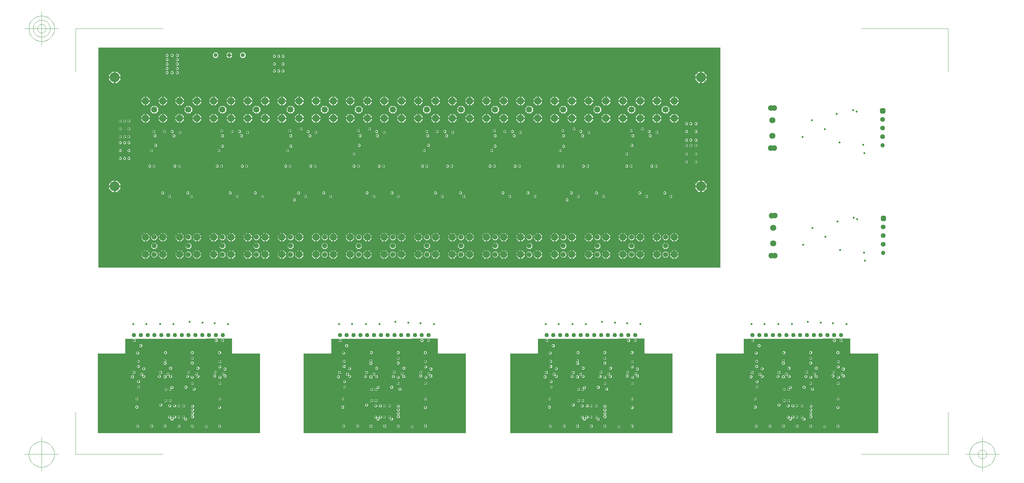
<source format=gbr>
G04 Generated by Ultiboard *
%FSLAX25Y25*%
%MOMM*%

%ADD10C,0.00100*%
%ADD11C,0.10000*%
%ADD12C,0.60000*%
%ADD13C,2.70916*%
%ADD14C,1.82016*%
%ADD15C,2.11684*%
%ADD16C,1.50000*%
%ADD17C,1.25000*%
%ADD18C,2.92100*%
%ADD19C,1.18516*%
%ADD20C,1.80000*%
%ADD21R,0.24440X0.24440*%
%ADD22C,1.35560*%
%ADD23R,0.00320X0.00320*%
%ADD24C,1.59680*%
%ADD25C,1.40000*%
%ADD26R,0.63500X0.63500*%
%ADD27C,0.88900*%
%ADD28C,1.27000*%


%LNCopper Inner 2*%
%LPD*%
%FSLAX25Y25*%
%MOMM*%
G54D10*
X12247650Y2461750D02*
X13042742Y2461750D01*
X13042742Y2461750D02*
X13057650Y2476658D01*
X13057650Y2476658D02*
X13057650Y2887280D01*
X13057650Y2887280D02*
X13282940Y2887991D01*
X13282940Y2887991D02*
X13282940Y2875950D01*
X13282940Y2875950D02*
X13269250Y2862260D01*
X13269250Y2862260D02*
X13269250Y2848265D01*
X13269250Y2848265D02*
X13282940Y2848265D01*
X13282940Y2848265D02*
X13282940Y2838935D01*
X13282940Y2838935D02*
X13269250Y2838935D01*
X13269250Y2838935D02*
X13269250Y2824940D01*
X13269250Y2824940D02*
X13282940Y2811250D01*
X13282940Y2811250D02*
X13282940Y1948850D01*
X13282940Y1948850D02*
X13256550Y1922460D01*
X13256550Y1922460D02*
X13256550Y1908465D01*
X13256550Y1908465D02*
X13282940Y1908465D01*
X13282940Y1908465D02*
X13282940Y1899135D01*
X13282940Y1899135D02*
X13256550Y1899135D01*
X13256550Y1899135D02*
X13256550Y1885140D01*
X13256550Y1885140D02*
X12247650Y1885140D01*
X12247650Y1885140D02*
X12247650Y2461750D01*
G36*
X13042742Y1885140D02*
X12247650Y1885140D01*
X12247650Y2461750D01*
X13042742Y2461750D01*
X13042742Y1885140D01*
G37*
X13042742Y1885140D02*
X12247650Y1885140D01*
X12247650Y1885140D02*
X12247650Y2461750D01*
X12247650Y2461750D02*
X13042742Y2461750D01*
X13042742Y2461750D02*
X13042742Y1885140D01*
G36*
X13057650Y2862260D02*
X13057650Y2887280D01*
X13282940Y2887991D01*
X13282940Y2875950D01*
X13269250Y2862260D01*
X13057650Y2862260D01*
G37*
X13057650Y2862260D02*
X13057650Y2887280D01*
X13057650Y2887280D02*
X13282940Y2887991D01*
X13282940Y2887991D02*
X13282940Y2875950D01*
X13282940Y2875950D02*
X13269250Y2862260D01*
X13269250Y2862260D02*
X13057650Y2862260D01*
G36*
X13042742Y1922460D02*
X13042742Y2461750D01*
X13057650Y2476658D01*
X13282940Y2476658D01*
X13282940Y1948850D01*
X13256550Y1922460D01*
X13042742Y1922460D01*
G37*
X13042742Y1922460D02*
X13042742Y2461750D01*
X13042742Y2461750D02*
X13057650Y2476658D01*
X13057650Y2476658D02*
X13282940Y2476658D01*
X13282940Y2476658D02*
X13282940Y1948850D01*
X13282940Y1948850D02*
X13256550Y1922460D01*
X13256550Y1922460D02*
X13042742Y1922460D01*
G36*
X13269250Y2848265D02*
X13282940Y2848265D01*
X13282940Y2838935D01*
X13269250Y2838935D01*
X13269250Y2848265D01*
G37*
X13269250Y2848265D02*
X13282940Y2848265D01*
X13282940Y2848265D02*
X13282940Y2838935D01*
X13282940Y2838935D02*
X13269250Y2838935D01*
X13269250Y2838935D02*
X13269250Y2848265D01*
G36*
X13269250Y2476658D02*
X13269250Y2824940D01*
X13282940Y2811250D01*
X13282940Y2476658D01*
X13269250Y2476658D01*
G37*
X13269250Y2476658D02*
X13269250Y2824940D01*
X13269250Y2824940D02*
X13282940Y2811250D01*
X13282940Y2811250D02*
X13282940Y2476658D01*
X13282940Y2476658D02*
X13269250Y2476658D01*
G36*
X13269250Y2476658D02*
X13057650Y2476658D01*
X13057650Y2862260D01*
X13269250Y2862260D01*
X13269250Y2476658D01*
G37*
X13269250Y2476658D02*
X13057650Y2476658D01*
X13057650Y2476658D02*
X13057650Y2862260D01*
X13057650Y2862260D02*
X13269250Y2862260D01*
X13269250Y2862260D02*
X13269250Y2476658D01*
G36*
X13256550Y1908465D02*
X13282940Y1908465D01*
X13282940Y1899135D01*
X13256550Y1899135D01*
X13256550Y1908465D01*
G37*
X13256550Y1908465D02*
X13282940Y1908465D01*
X13282940Y1908465D02*
X13282940Y1899135D01*
X13282940Y1899135D02*
X13256550Y1899135D01*
X13256550Y1899135D02*
X13256550Y1908465D01*
G36*
X13256550Y1885140D02*
X13042742Y1885140D01*
X13042742Y1922460D01*
X13256550Y1922460D01*
X13256550Y1885140D01*
G37*
X13256550Y1885140D02*
X13042742Y1885140D01*
X13042742Y1885140D02*
X13042742Y1922460D01*
X13042742Y1922460D02*
X13256550Y1922460D01*
X13256550Y1922460D02*
X13256550Y1885140D01*
X12247650Y1502200D02*
X12247650Y1885140D01*
X12247650Y1885140D02*
X13256550Y1885140D01*
X13256550Y1885140D02*
X13282160Y1859529D01*
X13282160Y1859529D02*
X13282160Y1821850D01*
X13282160Y1821850D02*
X13244840Y1821850D01*
X13244840Y1821850D02*
X13218450Y1795460D01*
X13218450Y1795460D02*
X13218450Y1758140D01*
X13218450Y1758140D02*
X13244840Y1731750D01*
X13244840Y1731750D02*
X13282160Y1731750D01*
X13282160Y1731750D02*
X13282160Y1502200D01*
X13282160Y1502200D02*
X12247650Y1502200D01*
G36*
X13244840Y1885140D02*
X13256550Y1885140D01*
X13282160Y1859529D01*
X13282160Y1821850D01*
X13244840Y1821850D01*
X13244840Y1885140D01*
G37*
X13244840Y1885140D02*
X13256550Y1885140D01*
X13256550Y1885140D02*
X13282160Y1859529D01*
X13282160Y1859529D02*
X13282160Y1821850D01*
X13282160Y1821850D02*
X13244840Y1821850D01*
X13244840Y1821850D02*
X13244840Y1885140D01*
G36*
X12247650Y1795460D02*
X12247650Y1885140D01*
X13244840Y1885140D01*
X13244840Y1821850D01*
X13218450Y1795460D01*
X12247650Y1795460D01*
G37*
X12247650Y1795460D02*
X12247650Y1885140D01*
X12247650Y1885140D02*
X13244840Y1885140D01*
X13244840Y1885140D02*
X13244840Y1821850D01*
X13244840Y1821850D02*
X13218450Y1795460D01*
X13218450Y1795460D02*
X12247650Y1795460D01*
G36*
X13218450Y1502200D02*
X12247650Y1502200D01*
X12247650Y1795460D01*
X13218450Y1795460D01*
X13218450Y1502200D01*
G37*
X13218450Y1502200D02*
X12247650Y1502200D01*
X12247650Y1502200D02*
X12247650Y1795460D01*
X12247650Y1795460D02*
X13218450Y1795460D01*
X13218450Y1795460D02*
X13218450Y1502200D01*
G36*
X13244840Y1502200D02*
X13244840Y1731750D01*
X13282160Y1731750D01*
X13282160Y1502200D01*
X13244840Y1502200D01*
G37*
X13244840Y1502200D02*
X13244840Y1731750D01*
X13244840Y1731750D02*
X13282160Y1731750D01*
X13282160Y1731750D02*
X13282160Y1502200D01*
X13282160Y1502200D02*
X13244840Y1502200D01*
G36*
X13244840Y1502200D02*
X13218450Y1502200D01*
X13218450Y1758140D01*
X13244840Y1731750D01*
X13244840Y1502200D01*
G37*
X13244840Y1502200D02*
X13218450Y1502200D01*
X13218450Y1502200D02*
X13218450Y1758140D01*
X13218450Y1758140D02*
X13244840Y1731750D01*
X13244840Y1731750D02*
X13244840Y1502200D01*
X12247650Y1110440D02*
X12247650Y1502200D01*
X12247650Y1502200D02*
X13371840Y1502200D01*
X13371840Y1502200D02*
X13371840Y1174150D01*
X13371840Y1174150D02*
X13345450Y1147760D01*
X13345450Y1147760D02*
X13345450Y1133765D01*
X13345450Y1133765D02*
X13371840Y1133765D01*
X13371840Y1133765D02*
X13371840Y1124435D01*
X13371840Y1124435D02*
X13345450Y1124435D01*
X13345450Y1124435D02*
X13345450Y1110440D01*
X13345450Y1110440D02*
X12247650Y1110440D01*
G36*
X12247650Y1147760D02*
X12247650Y1502200D01*
X13371840Y1502200D01*
X13371840Y1174150D01*
X13345450Y1147760D01*
X12247650Y1147760D01*
G37*
X12247650Y1147760D02*
X12247650Y1502200D01*
X12247650Y1502200D02*
X13371840Y1502200D01*
X13371840Y1502200D02*
X13371840Y1174150D01*
X13371840Y1174150D02*
X13345450Y1147760D01*
X13345450Y1147760D02*
X12247650Y1147760D01*
G36*
X13345450Y1133765D02*
X13371840Y1133765D01*
X13371840Y1124435D01*
X13345450Y1124435D01*
X13345450Y1133765D01*
G37*
X13345450Y1133765D02*
X13371840Y1133765D01*
X13371840Y1133765D02*
X13371840Y1124435D01*
X13371840Y1124435D02*
X13345450Y1124435D01*
X13345450Y1124435D02*
X13345450Y1133765D01*
G36*
X13345450Y1110440D02*
X12247650Y1110440D01*
X12247650Y1147760D01*
X13345450Y1147760D01*
X13345450Y1110440D01*
G37*
X13345450Y1110440D02*
X12247650Y1110440D01*
X12247650Y1110440D02*
X12247650Y1147760D01*
X12247650Y1147760D02*
X13345450Y1147760D01*
X13345450Y1147760D02*
X13345450Y1110440D01*
X12247650Y347660D02*
X12247650Y1110440D01*
X12247650Y1110440D02*
X13345450Y1110440D01*
X13345450Y1110440D02*
X13371840Y1084050D01*
X13371840Y1084050D02*
X13385835Y1084050D01*
X13385835Y1084050D02*
X13385835Y1110440D01*
X13385835Y1110440D02*
X13395165Y1110440D01*
X13395165Y1110440D02*
X13395165Y1084050D01*
X13395165Y1084050D02*
X13409160Y1084050D01*
X13409160Y1084050D02*
X13414675Y1089565D01*
X13414675Y1089565D02*
X13414675Y927335D01*
X13414675Y927335D02*
X13409160Y932850D01*
X13409160Y932850D02*
X13371840Y932850D01*
X13371840Y932850D02*
X13345450Y906460D01*
X13345450Y906460D02*
X13345450Y869140D01*
X13345450Y869140D02*
X13371840Y842750D01*
X13371840Y842750D02*
X13409160Y842750D01*
X13409160Y842750D02*
X13414675Y848265D01*
X13414675Y848265D02*
X13414675Y347660D01*
X13414675Y347660D02*
X13411235Y347660D01*
X13411235Y347660D02*
X13411235Y374050D01*
X13411235Y374050D02*
X13397240Y374050D01*
X13397240Y374050D02*
X13370850Y347660D01*
X13370850Y347660D02*
X12247650Y347660D01*
G36*
X13385835Y1084050D02*
X13385835Y1110440D01*
X13395165Y1110440D01*
X13395165Y1084050D01*
X13385835Y1084050D01*
G37*
X13385835Y1084050D02*
X13385835Y1110440D01*
X13385835Y1110440D02*
X13395165Y1110440D01*
X13395165Y1110440D02*
X13395165Y1084050D01*
X13395165Y1084050D02*
X13385835Y1084050D01*
G36*
X13414675Y1084050D02*
X13409160Y1084050D01*
X13414675Y1089565D01*
X13414675Y1084050D01*
G37*
X13414675Y1084050D02*
X13409160Y1084050D01*
X13409160Y1084050D02*
X13414675Y1089565D01*
X13414675Y1089565D02*
X13414675Y1084050D01*
G36*
X12247650Y906460D02*
X12247650Y1110440D01*
X13345450Y1110440D01*
X13371840Y1084050D01*
X13371840Y932850D01*
X13345450Y906460D01*
X12247650Y906460D01*
G37*
X12247650Y906460D02*
X12247650Y1110440D01*
X12247650Y1110440D02*
X13345450Y1110440D01*
X13345450Y1110440D02*
X13371840Y1084050D01*
X13371840Y1084050D02*
X13371840Y932850D01*
X13371840Y932850D02*
X13345450Y906460D01*
X13345450Y906460D02*
X12247650Y906460D01*
G36*
X13409160Y1084050D02*
X13409160Y932850D01*
X13371840Y932850D01*
X13371840Y1084050D01*
X13409160Y1084050D01*
G37*
X13409160Y1084050D02*
X13409160Y932850D01*
X13409160Y932850D02*
X13371840Y932850D01*
X13371840Y932850D02*
X13371840Y1084050D01*
X13371840Y1084050D02*
X13409160Y1084050D01*
G36*
X13409160Y1084050D02*
X13414675Y1084050D01*
X13414675Y927335D01*
X13409160Y932850D01*
X13409160Y1084050D01*
G37*
X13409160Y1084050D02*
X13414675Y1084050D01*
X13414675Y1084050D02*
X13414675Y927335D01*
X13414675Y927335D02*
X13409160Y932850D01*
X13409160Y932850D02*
X13409160Y1084050D01*
G36*
X13411235Y844825D02*
X13411235Y374050D01*
X13409160Y374050D01*
X13409160Y842750D01*
X13411235Y844825D01*
G37*
X13411235Y844825D02*
X13411235Y374050D01*
X13411235Y374050D02*
X13409160Y374050D01*
X13409160Y374050D02*
X13409160Y842750D01*
X13409160Y842750D02*
X13411235Y844825D01*
G36*
X13411235Y844825D02*
X13414675Y848265D01*
X13414675Y347660D01*
X13411235Y347660D01*
X13411235Y844825D01*
G37*
X13411235Y844825D02*
X13414675Y848265D01*
X13414675Y848265D02*
X13414675Y347660D01*
X13414675Y347660D02*
X13411235Y347660D01*
X13411235Y347660D02*
X13411235Y844825D01*
G36*
X13397240Y842750D02*
X13397240Y374050D01*
X13371840Y348650D01*
X13371840Y842750D01*
X13397240Y842750D01*
G37*
X13397240Y842750D02*
X13397240Y374050D01*
X13397240Y374050D02*
X13371840Y348650D01*
X13371840Y348650D02*
X13371840Y842750D01*
X13371840Y842750D02*
X13397240Y842750D01*
G36*
X13397240Y842750D02*
X13409160Y842750D01*
X13409160Y374050D01*
X13397240Y374050D01*
X13397240Y842750D01*
G37*
X13397240Y842750D02*
X13409160Y842750D01*
X13409160Y842750D02*
X13409160Y374050D01*
X13409160Y374050D02*
X13397240Y374050D01*
X13397240Y374050D02*
X13397240Y842750D01*
G36*
X13345450Y347660D02*
X13345450Y869140D01*
X13371840Y842750D01*
X13371840Y348650D01*
X13370850Y347660D01*
X13345450Y347660D01*
G37*
X13345450Y347660D02*
X13345450Y869140D01*
X13345450Y869140D02*
X13371840Y842750D01*
X13371840Y842750D02*
X13371840Y348650D01*
X13371840Y348650D02*
X13370850Y347660D01*
X13370850Y347660D02*
X13345450Y347660D01*
G36*
X13345450Y347660D02*
X12247650Y347660D01*
X12247650Y906460D01*
X13345450Y906460D01*
X13345450Y347660D01*
G37*
X13345450Y347660D02*
X12247650Y347660D01*
X12247650Y347660D02*
X12247650Y906460D01*
X12247650Y906460D02*
X13345450Y906460D01*
X13345450Y906460D02*
X13345450Y347660D01*
X12247650Y310340D02*
X12247650Y347660D01*
X12247650Y347660D02*
X13370850Y347660D01*
X13370850Y347660D02*
X13370850Y333665D01*
X13370850Y333665D02*
X13411235Y333665D01*
X13411235Y333665D02*
X13411235Y347660D01*
X13411235Y347660D02*
X13414675Y347660D01*
X13414675Y347660D02*
X13414675Y310340D01*
X13414675Y310340D02*
X13411235Y310340D01*
X13411235Y310340D02*
X13411235Y324335D01*
X13411235Y324335D02*
X13370850Y324335D01*
X13370850Y324335D02*
X13370850Y310340D01*
X13370850Y310340D02*
X12247650Y310340D01*
G36*
X13370850Y310340D02*
X12247650Y310340D01*
X12247650Y347660D01*
X13370850Y347660D01*
X13370850Y310340D01*
G37*
X13370850Y310340D02*
X12247650Y310340D01*
X12247650Y310340D02*
X12247650Y347660D01*
X12247650Y347660D02*
X13370850Y347660D01*
X13370850Y347660D02*
X13370850Y310340D01*
G36*
X13414675Y333665D02*
X13411235Y333665D01*
X13411235Y347660D01*
X13414675Y347660D01*
X13414675Y333665D01*
G37*
X13414675Y333665D02*
X13411235Y333665D01*
X13411235Y333665D02*
X13411235Y347660D01*
X13411235Y347660D02*
X13414675Y347660D01*
X13414675Y347660D02*
X13414675Y333665D01*
G36*
X13411235Y333665D02*
X13411235Y324335D01*
X13370850Y324335D01*
X13370850Y333665D01*
X13411235Y333665D01*
G37*
X13411235Y333665D02*
X13411235Y324335D01*
X13411235Y324335D02*
X13370850Y324335D01*
X13370850Y324335D02*
X13370850Y333665D01*
X13370850Y333665D02*
X13411235Y333665D01*
G36*
X13411235Y333665D02*
X13414675Y333665D01*
X13414675Y310340D01*
X13411235Y310340D01*
X13411235Y333665D01*
G37*
X13411235Y333665D02*
X13414675Y333665D01*
X13414675Y333665D02*
X13414675Y310340D01*
X13414675Y310340D02*
X13411235Y310340D01*
X13411235Y310340D02*
X13411235Y333665D01*
X13414675Y132650D02*
X12247650Y132650D01*
X12247650Y132650D02*
X12247650Y310340D01*
X12247650Y310340D02*
X13370850Y310340D01*
X13370850Y310340D02*
X13397240Y283950D01*
X13397240Y283950D02*
X13411235Y283950D01*
X13411235Y283950D02*
X13411235Y310340D01*
X13411235Y310340D02*
X13414675Y310340D01*
X13414675Y310340D02*
X13414675Y132650D01*
G36*
X13397240Y132650D02*
X12247650Y132650D01*
X12247650Y310340D01*
X13370850Y310340D01*
X13397240Y283950D01*
X13397240Y132650D01*
G37*
X13397240Y132650D02*
X12247650Y132650D01*
X12247650Y132650D02*
X12247650Y310340D01*
X12247650Y310340D02*
X13370850Y310340D01*
X13370850Y310340D02*
X13397240Y283950D01*
X13397240Y283950D02*
X13397240Y132650D01*
G36*
X13414675Y283950D02*
X13411235Y283950D01*
X13411235Y310340D01*
X13414675Y310340D01*
X13414675Y283950D01*
G37*
X13414675Y283950D02*
X13411235Y283950D01*
X13411235Y283950D02*
X13411235Y310340D01*
X13411235Y310340D02*
X13414675Y310340D01*
X13414675Y310340D02*
X13414675Y283950D01*
G36*
X13414675Y283950D02*
X13414675Y132650D01*
X13397240Y132650D01*
X13397240Y283950D01*
X13414675Y283950D01*
G37*
X13414675Y283950D02*
X13414675Y132650D01*
X13414675Y132650D02*
X13397240Y132650D01*
X13397240Y132650D02*
X13397240Y283950D01*
X13397240Y283950D02*
X13414675Y283950D01*
X15992771Y1847040D02*
X15992560Y1847250D01*
X15992560Y1847250D02*
X15962850Y1847250D01*
X15962850Y1847250D02*
X15962850Y1861035D01*
X15962850Y1861035D02*
X15936460Y1861035D01*
X15936460Y1861035D02*
X15936460Y1870365D01*
X15936460Y1870365D02*
X15962850Y1870365D01*
X15962850Y1870365D02*
X15962850Y1884360D01*
X15962850Y1884360D02*
X15936460Y1910750D01*
X15936460Y1910750D02*
X15936460Y1979129D01*
X15936460Y1979129D02*
X15955240Y1960350D01*
X15955240Y1960350D02*
X15992560Y1960350D01*
X15992560Y1960350D02*
X16018950Y1986740D01*
X16018950Y1986740D02*
X16018950Y2024060D01*
X16018950Y2024060D02*
X15992560Y2050450D01*
X15992560Y2050450D02*
X15955240Y2050450D01*
X15955240Y2050450D02*
X15936460Y2031671D01*
X15936460Y2031671D02*
X15936460Y2811250D01*
X15936460Y2811250D02*
X15950150Y2824940D01*
X15950150Y2824940D02*
X15950150Y2838935D01*
X15950150Y2838935D02*
X15936460Y2838935D01*
X15936460Y2838935D02*
X15936460Y2848265D01*
X15936460Y2848265D02*
X15950150Y2848265D01*
X15950150Y2848265D02*
X15950150Y2862260D01*
X15950150Y2862260D02*
X15936460Y2875950D01*
X15936460Y2875950D02*
X15936460Y2896362D01*
X15936460Y2896362D02*
X16176750Y2897120D01*
X16176750Y2897120D02*
X16176750Y2476658D01*
X16176750Y2476658D02*
X16191658Y2461750D01*
X16191658Y2461750D02*
X16996750Y2461750D01*
X16996750Y2461750D02*
X16996750Y1847040D01*
X16996750Y1847040D02*
X15992771Y1847040D01*
G36*
X15962850Y1861035D02*
X15936460Y1861035D01*
X15936460Y1870365D01*
X15962850Y1870365D01*
X15962850Y1861035D01*
G37*
X15962850Y1861035D02*
X15936460Y1861035D01*
X15936460Y1861035D02*
X15936460Y1870365D01*
X15936460Y1870365D02*
X15962850Y1870365D01*
X15962850Y1870365D02*
X15962850Y1861035D01*
G36*
X15962850Y1960350D02*
X15992560Y1960350D01*
X15992560Y1847250D01*
X15962850Y1847250D01*
X15962850Y1960350D01*
G37*
X15962850Y1960350D02*
X15992560Y1960350D01*
X15992560Y1960350D02*
X15992560Y1847250D01*
X15992560Y1847250D02*
X15962850Y1847250D01*
X15962850Y1847250D02*
X15962850Y1960350D01*
G36*
X15955240Y2896421D02*
X15992560Y2896539D01*
X15992560Y2050450D01*
X15955240Y2050450D01*
X15955240Y2896421D01*
G37*
X15955240Y2896421D02*
X15992560Y2896539D01*
X15992560Y2896539D02*
X15992560Y2050450D01*
X15992560Y2050450D02*
X15955240Y2050450D01*
X15955240Y2050450D02*
X15955240Y2896421D01*
G36*
X15955240Y1891971D02*
X15955240Y1960350D01*
X15962850Y1960350D01*
X15962850Y1884360D01*
X15955240Y1891971D01*
G37*
X15955240Y1891971D02*
X15955240Y1960350D01*
X15955240Y1960350D02*
X15962850Y1960350D01*
X15962850Y1960350D02*
X15962850Y1884360D01*
X15962850Y1884360D02*
X15955240Y1891971D01*
G36*
X15955240Y1891971D02*
X15936460Y1910750D01*
X15936460Y1979129D01*
X15955240Y1960350D01*
X15955240Y1891971D01*
G37*
X15955240Y1891971D02*
X15936460Y1910750D01*
X15936460Y1910750D02*
X15936460Y1979129D01*
X15936460Y1979129D02*
X15955240Y1960350D01*
X15955240Y1960350D02*
X15955240Y1891971D01*
G36*
X15955240Y2824940D02*
X15955240Y2050450D01*
X15936460Y2031671D01*
X15936460Y2811250D01*
X15950150Y2824940D01*
X15955240Y2824940D01*
G37*
X15955240Y2824940D02*
X15955240Y2050450D01*
X15955240Y2050450D02*
X15936460Y2031671D01*
X15936460Y2031671D02*
X15936460Y2811250D01*
X15936460Y2811250D02*
X15950150Y2824940D01*
X15950150Y2824940D02*
X15955240Y2824940D01*
G36*
X16191658Y1847040D02*
X16191658Y2461750D01*
X16996750Y2461750D01*
X16996750Y1847040D01*
X16191658Y1847040D01*
G37*
X16191658Y1847040D02*
X16191658Y2461750D01*
X16191658Y2461750D02*
X16996750Y2461750D01*
X16996750Y2461750D02*
X16996750Y1847040D01*
X16996750Y1847040D02*
X16191658Y1847040D01*
G36*
X16191658Y1847040D02*
X16176750Y1847040D01*
X16176750Y2476658D01*
X16191658Y2461750D01*
X16191658Y1847040D01*
G37*
X16191658Y1847040D02*
X16176750Y1847040D01*
X16176750Y1847040D02*
X16176750Y2476658D01*
X16176750Y2476658D02*
X16191658Y2461750D01*
X16191658Y2461750D02*
X16191658Y1847040D01*
G36*
X16176750Y1986740D02*
X16176750Y1847040D01*
X15992771Y1847040D01*
X15992560Y1847250D01*
X15992560Y1960350D01*
X16018950Y1986740D01*
X16176750Y1986740D01*
G37*
X16176750Y1986740D02*
X16176750Y1847040D01*
X16176750Y1847040D02*
X15992771Y1847040D01*
X15992771Y1847040D02*
X15992560Y1847250D01*
X15992560Y1847250D02*
X15992560Y1960350D01*
X15992560Y1960350D02*
X16018950Y1986740D01*
X16018950Y1986740D02*
X16176750Y1986740D01*
G36*
X15950150Y2838935D02*
X15936460Y2838935D01*
X15936460Y2848265D01*
X15950150Y2848265D01*
X15950150Y2838935D01*
G37*
X15950150Y2838935D02*
X15936460Y2838935D01*
X15936460Y2838935D02*
X15936460Y2848265D01*
X15936460Y2848265D02*
X15950150Y2848265D01*
X15950150Y2848265D02*
X15950150Y2838935D01*
G36*
X15950150Y2896405D02*
X15950150Y2862260D01*
X15936460Y2875950D01*
X15936460Y2896362D01*
X15950150Y2896405D01*
G37*
X15950150Y2896405D02*
X15950150Y2862260D01*
X15950150Y2862260D02*
X15936460Y2875950D01*
X15936460Y2875950D02*
X15936460Y2896362D01*
X15936460Y2896362D02*
X15950150Y2896405D01*
G36*
X15950150Y2896405D02*
X15955240Y2896421D01*
X15955240Y2824940D01*
X15950150Y2824940D01*
X15950150Y2896405D01*
G37*
X15950150Y2896405D02*
X15955240Y2896421D01*
X15955240Y2896421D02*
X15955240Y2824940D01*
X15955240Y2824940D02*
X15950150Y2824940D01*
X15950150Y2824940D02*
X15950150Y2896405D01*
G36*
X16018950Y2896622D02*
X16018950Y2024060D01*
X15992560Y2050450D01*
X15992560Y2896539D01*
X16018950Y2896622D01*
G37*
X16018950Y2896622D02*
X16018950Y2024060D01*
X16018950Y2024060D02*
X15992560Y2050450D01*
X15992560Y2050450D02*
X15992560Y2896539D01*
X15992560Y2896539D02*
X16018950Y2896622D01*
G36*
X16018950Y2896622D02*
X16176750Y2897120D01*
X16176750Y1986740D01*
X16018950Y1986740D01*
X16018950Y2896622D01*
G37*
X16018950Y2896622D02*
X16176750Y2897120D01*
X16176750Y2897120D02*
X16176750Y1986740D01*
X16176750Y1986740D02*
X16018950Y1986740D01*
X16018950Y1986740D02*
X16018950Y2896622D01*
X15928850Y1820650D02*
X15928850Y1783540D01*
X15928850Y1783540D02*
X15955240Y1757150D01*
X15955240Y1757150D02*
X15992560Y1757150D01*
X15992560Y1757150D02*
X16018950Y1783540D01*
X16018950Y1783540D02*
X16018950Y1820860D01*
X16018950Y1820860D02*
X15992771Y1847040D01*
X15992771Y1847040D02*
X16996750Y1847040D01*
X16996750Y1847040D02*
X16996750Y1502200D01*
X16996750Y1502200D02*
X15829725Y1502200D01*
X15829725Y1502200D02*
X15829725Y1541250D01*
X15829725Y1541250D02*
X15840160Y1541250D01*
X15840160Y1541250D02*
X15866550Y1567640D01*
X15866550Y1567640D02*
X15866550Y1581635D01*
X15866550Y1581635D02*
X15829725Y1581635D01*
X15829725Y1581635D02*
X15829725Y1590965D01*
X15829725Y1590965D02*
X15866550Y1590965D01*
X15866550Y1590965D02*
X15866550Y1604960D01*
X15866550Y1604960D02*
X15840160Y1631350D01*
X15840160Y1631350D02*
X15829725Y1631350D01*
X15829725Y1631350D02*
X15829725Y1719050D01*
X15829725Y1719050D02*
X15847560Y1719050D01*
X15847560Y1719050D02*
X15873950Y1745440D01*
X15873950Y1745440D02*
X15873950Y1782760D01*
X15873950Y1782760D02*
X15847560Y1809150D01*
X15847560Y1809150D02*
X15829725Y1809150D01*
X15829725Y1809150D02*
X15829725Y1847040D01*
X15829725Y1847040D02*
X15872750Y1847040D01*
X15872750Y1847040D02*
X15899140Y1820650D01*
X15899140Y1820650D02*
X15913135Y1820650D01*
X15913135Y1820650D02*
X15913135Y1847040D01*
X15913135Y1847040D02*
X15922465Y1847040D01*
X15922465Y1847040D02*
X15922465Y1820650D01*
X15922465Y1820650D02*
X15928850Y1820650D01*
G36*
X15955240Y1502200D02*
X15928850Y1502200D01*
X15928850Y1783540D01*
X15955240Y1757150D01*
X15955240Y1502200D01*
G37*
X15955240Y1502200D02*
X15928850Y1502200D01*
X15928850Y1502200D02*
X15928850Y1783540D01*
X15928850Y1783540D02*
X15955240Y1757150D01*
X15955240Y1757150D02*
X15955240Y1502200D01*
G36*
X15840160Y1502200D02*
X15829725Y1502200D01*
X15829725Y1541250D01*
X15840160Y1541250D01*
X15840160Y1502200D01*
G37*
X15840160Y1502200D02*
X15829725Y1502200D01*
X15829725Y1502200D02*
X15829725Y1541250D01*
X15829725Y1541250D02*
X15840160Y1541250D01*
X15840160Y1541250D02*
X15840160Y1502200D01*
G36*
X15992560Y1502200D02*
X15955240Y1502200D01*
X15955240Y1757150D01*
X15992560Y1757150D01*
X15992560Y1502200D01*
G37*
X15992560Y1502200D02*
X15955240Y1502200D01*
X15955240Y1502200D02*
X15955240Y1757150D01*
X15955240Y1757150D02*
X15992560Y1757150D01*
X15992560Y1757150D02*
X15992560Y1502200D01*
G36*
X15928850Y1567640D02*
X15928850Y1502200D01*
X15840160Y1502200D01*
X15840160Y1541250D01*
X15866550Y1567640D01*
X15928850Y1567640D01*
G37*
X15928850Y1567640D02*
X15928850Y1502200D01*
X15928850Y1502200D02*
X15840160Y1502200D01*
X15840160Y1502200D02*
X15840160Y1541250D01*
X15840160Y1541250D02*
X15866550Y1567640D01*
X15866550Y1567640D02*
X15928850Y1567640D01*
G36*
X16996750Y1783540D02*
X16996750Y1502200D01*
X15992560Y1502200D01*
X15992560Y1757150D01*
X16018950Y1783540D01*
X16996750Y1783540D01*
G37*
X16996750Y1783540D02*
X16996750Y1502200D01*
X16996750Y1502200D02*
X15992560Y1502200D01*
X15992560Y1502200D02*
X15992560Y1757150D01*
X15992560Y1757150D02*
X16018950Y1783540D01*
X16018950Y1783540D02*
X16996750Y1783540D01*
G36*
X15866550Y1581635D02*
X15829725Y1581635D01*
X15829725Y1590965D01*
X15866550Y1590965D01*
X15866550Y1581635D01*
G37*
X15866550Y1581635D02*
X15829725Y1581635D01*
X15829725Y1581635D02*
X15829725Y1590965D01*
X15829725Y1590965D02*
X15866550Y1590965D01*
X15866550Y1590965D02*
X15866550Y1581635D01*
G36*
X16018950Y1847040D02*
X16018950Y1820860D01*
X15992771Y1847040D01*
X16018950Y1847040D01*
G37*
X16018950Y1847040D02*
X16018950Y1820860D01*
X16018950Y1820860D02*
X15992771Y1847040D01*
X15992771Y1847040D02*
X16018950Y1847040D01*
G36*
X16018950Y1847040D02*
X16996750Y1847040D01*
X16996750Y1783540D01*
X16018950Y1783540D01*
X16018950Y1847040D01*
G37*
X16018950Y1847040D02*
X16996750Y1847040D01*
X16996750Y1847040D02*
X16996750Y1783540D01*
X16996750Y1783540D02*
X16018950Y1783540D01*
X16018950Y1783540D02*
X16018950Y1847040D01*
G36*
X15840160Y1719050D02*
X15840160Y1631350D01*
X15829725Y1631350D01*
X15829725Y1719050D01*
X15840160Y1719050D01*
G37*
X15840160Y1719050D02*
X15840160Y1631350D01*
X15840160Y1631350D02*
X15829725Y1631350D01*
X15829725Y1631350D02*
X15829725Y1719050D01*
X15829725Y1719050D02*
X15840160Y1719050D01*
G36*
X15847560Y1847040D02*
X15847560Y1809150D01*
X15829725Y1809150D01*
X15829725Y1847040D01*
X15847560Y1847040D01*
G37*
X15847560Y1847040D02*
X15847560Y1809150D01*
X15847560Y1809150D02*
X15829725Y1809150D01*
X15829725Y1809150D02*
X15829725Y1847040D01*
X15829725Y1847040D02*
X15847560Y1847040D01*
G36*
X15847560Y1847040D02*
X15866550Y1847040D01*
X15866550Y1790160D01*
X15847560Y1809150D01*
X15847560Y1847040D01*
G37*
X15847560Y1847040D02*
X15866550Y1847040D01*
X15866550Y1847040D02*
X15866550Y1790160D01*
X15866550Y1790160D02*
X15847560Y1809150D01*
X15847560Y1809150D02*
X15847560Y1847040D01*
G36*
X15847560Y1623950D02*
X15847560Y1719050D01*
X15866550Y1738040D01*
X15866550Y1604960D01*
X15847560Y1623950D01*
G37*
X15847560Y1623950D02*
X15847560Y1719050D01*
X15847560Y1719050D02*
X15866550Y1738040D01*
X15866550Y1738040D02*
X15866550Y1604960D01*
X15866550Y1604960D02*
X15847560Y1623950D01*
G36*
X15847560Y1623950D02*
X15840160Y1631350D01*
X15840160Y1719050D01*
X15847560Y1719050D01*
X15847560Y1623950D01*
G37*
X15847560Y1623950D02*
X15840160Y1631350D01*
X15840160Y1631350D02*
X15840160Y1719050D01*
X15840160Y1719050D02*
X15847560Y1719050D01*
X15847560Y1719050D02*
X15847560Y1623950D01*
G36*
X15913135Y1820650D02*
X15913135Y1847040D01*
X15922465Y1847040D01*
X15922465Y1820650D01*
X15913135Y1820650D01*
G37*
X15913135Y1820650D02*
X15913135Y1847040D01*
X15913135Y1847040D02*
X15922465Y1847040D01*
X15922465Y1847040D02*
X15922465Y1820650D01*
X15922465Y1820650D02*
X15913135Y1820650D01*
G36*
X15928850Y1820650D02*
X15928850Y1567640D01*
X15899140Y1567640D01*
X15899140Y1820650D01*
X15928850Y1820650D01*
G37*
X15928850Y1820650D02*
X15928850Y1567640D01*
X15928850Y1567640D02*
X15899140Y1567640D01*
X15899140Y1567640D02*
X15899140Y1820650D01*
X15899140Y1820650D02*
X15928850Y1820650D01*
G36*
X15899140Y1745440D02*
X15899140Y1567640D01*
X15866550Y1567640D01*
X15866550Y1738040D01*
X15873950Y1745440D01*
X15899140Y1745440D01*
G37*
X15899140Y1745440D02*
X15899140Y1567640D01*
X15899140Y1567640D02*
X15866550Y1567640D01*
X15866550Y1567640D02*
X15866550Y1738040D01*
X15866550Y1738040D02*
X15873950Y1745440D01*
X15873950Y1745440D02*
X15899140Y1745440D01*
G36*
X15873950Y1845840D02*
X15873950Y1782760D01*
X15866550Y1790160D01*
X15866550Y1847040D01*
X15872750Y1847040D01*
X15873950Y1845840D01*
G37*
X15873950Y1845840D02*
X15873950Y1782760D01*
X15873950Y1782760D02*
X15866550Y1790160D01*
X15866550Y1790160D02*
X15866550Y1847040D01*
X15866550Y1847040D02*
X15872750Y1847040D01*
X15872750Y1847040D02*
X15873950Y1845840D01*
G36*
X15873950Y1845840D02*
X15899140Y1820650D01*
X15899140Y1745440D01*
X15873950Y1745440D01*
X15873950Y1845840D01*
G37*
X15873950Y1845840D02*
X15899140Y1820650D01*
X15899140Y1820650D02*
X15899140Y1745440D01*
X15899140Y1745440D02*
X15873950Y1745440D01*
X15873950Y1745440D02*
X15873950Y1845840D01*
X16996750Y132650D02*
X15829725Y132650D01*
X15829725Y132650D02*
X15829725Y283950D01*
X15829725Y283950D02*
X15834860Y283950D01*
X15834860Y283950D02*
X15861250Y310340D01*
X15861250Y310340D02*
X15861250Y324335D01*
X15861250Y324335D02*
X15829725Y324335D01*
X15829725Y324335D02*
X15829725Y333665D01*
X15829725Y333665D02*
X15861250Y333665D01*
X15861250Y333665D02*
X15861250Y347660D01*
X15861250Y347660D02*
X15834860Y374050D01*
X15834860Y374050D02*
X15829725Y374050D01*
X15829725Y374050D02*
X15829725Y830050D01*
X15829725Y830050D02*
X15834860Y830050D01*
X15834860Y830050D02*
X15861250Y856440D01*
X15861250Y856440D02*
X15861250Y893760D01*
X15861250Y893760D02*
X15834860Y920150D01*
X15834860Y920150D02*
X15829725Y920150D01*
X15829725Y920150D02*
X15829725Y1084050D01*
X15829725Y1084050D02*
X15834860Y1084050D01*
X15834860Y1084050D02*
X15861250Y1110440D01*
X15861250Y1110440D02*
X15861250Y1124435D01*
X15861250Y1124435D02*
X15829725Y1124435D01*
X15829725Y1124435D02*
X15829725Y1133765D01*
X15829725Y1133765D02*
X15861250Y1133765D01*
X15861250Y1133765D02*
X15861250Y1147760D01*
X15861250Y1147760D02*
X15834860Y1174150D01*
X15834860Y1174150D02*
X15829725Y1174150D01*
X15829725Y1174150D02*
X15829725Y1502200D01*
X15829725Y1502200D02*
X16996750Y1502200D01*
X16996750Y1502200D02*
X16996750Y132650D01*
G36*
X15834860Y132650D02*
X15829725Y132650D01*
X15829725Y283950D01*
X15834860Y283950D01*
X15834860Y132650D01*
G37*
X15834860Y132650D02*
X15829725Y132650D01*
X15829725Y132650D02*
X15829725Y283950D01*
X15829725Y283950D02*
X15834860Y283950D01*
X15834860Y283950D02*
X15834860Y132650D01*
G36*
X16996750Y310340D02*
X16996750Y132650D01*
X15834860Y132650D01*
X15834860Y283950D01*
X15861250Y310340D01*
X16996750Y310340D01*
G37*
X16996750Y310340D02*
X16996750Y132650D01*
X16996750Y132650D02*
X15834860Y132650D01*
X15834860Y132650D02*
X15834860Y283950D01*
X15834860Y283950D02*
X15861250Y310340D01*
X15861250Y310340D02*
X16996750Y310340D01*
G36*
X15861250Y324335D02*
X15829725Y324335D01*
X15829725Y333665D01*
X15861250Y333665D01*
X15861250Y324335D01*
G37*
X15861250Y324335D02*
X15829725Y324335D01*
X15829725Y324335D02*
X15829725Y333665D01*
X15829725Y333665D02*
X15861250Y333665D01*
X15861250Y333665D02*
X15861250Y324335D01*
G36*
X15861250Y1124435D02*
X15829725Y1124435D01*
X15829725Y1133765D01*
X15861250Y1133765D01*
X15861250Y1124435D01*
G37*
X15861250Y1124435D02*
X15829725Y1124435D01*
X15829725Y1124435D02*
X15829725Y1133765D01*
X15829725Y1133765D02*
X15861250Y1133765D01*
X15861250Y1133765D02*
X15861250Y1124435D01*
G36*
X15861250Y1502200D02*
X16996750Y1502200D01*
X16996750Y310340D01*
X15861250Y310340D01*
X15861250Y1502200D01*
G37*
X15861250Y1502200D02*
X16996750Y1502200D01*
X16996750Y1502200D02*
X16996750Y310340D01*
X16996750Y310340D02*
X15861250Y310340D01*
X15861250Y310340D02*
X15861250Y1502200D01*
G36*
X15834860Y374050D02*
X15829725Y374050D01*
X15829725Y830050D01*
X15834860Y830050D01*
X15834860Y374050D01*
G37*
X15834860Y374050D02*
X15829725Y374050D01*
X15829725Y374050D02*
X15829725Y830050D01*
X15829725Y830050D02*
X15834860Y830050D01*
X15834860Y830050D02*
X15834860Y374050D01*
G36*
X15834860Y830050D02*
X15861250Y856440D01*
X15861250Y347660D01*
X15834860Y374050D01*
X15834860Y830050D01*
G37*
X15834860Y830050D02*
X15861250Y856440D01*
X15861250Y856440D02*
X15861250Y347660D01*
X15861250Y347660D02*
X15834860Y374050D01*
X15834860Y374050D02*
X15834860Y830050D01*
G36*
X15834860Y920150D02*
X15829725Y920150D01*
X15829725Y1084050D01*
X15834860Y1084050D01*
X15834860Y920150D01*
G37*
X15834860Y920150D02*
X15829725Y920150D01*
X15829725Y920150D02*
X15829725Y1084050D01*
X15829725Y1084050D02*
X15834860Y1084050D01*
X15834860Y1084050D02*
X15834860Y920150D01*
G36*
X15834860Y1084050D02*
X15861250Y1110440D01*
X15861250Y893760D01*
X15834860Y920150D01*
X15834860Y1084050D01*
G37*
X15834860Y1084050D02*
X15861250Y1110440D01*
X15861250Y1110440D02*
X15861250Y893760D01*
X15861250Y893760D02*
X15834860Y920150D01*
X15834860Y920150D02*
X15834860Y1084050D01*
G36*
X15834860Y1502200D02*
X15834860Y1174150D01*
X15829725Y1174150D01*
X15829725Y1502200D01*
X15834860Y1502200D01*
G37*
X15834860Y1502200D02*
X15834860Y1174150D01*
X15834860Y1174150D02*
X15829725Y1174150D01*
X15829725Y1174150D02*
X15829725Y1502200D01*
X15829725Y1502200D02*
X15834860Y1502200D01*
G36*
X15834860Y1502200D02*
X15861250Y1502200D01*
X15861250Y1147760D01*
X15834860Y1174150D01*
X15834860Y1502200D01*
G37*
X15834860Y1502200D02*
X15861250Y1502200D01*
X15861250Y1502200D02*
X15861250Y1147760D01*
X15861250Y1147760D02*
X15834860Y1174150D01*
X15834860Y1174150D02*
X15834860Y1502200D01*
X14426150Y2049460D02*
X14399760Y2075850D01*
X14399760Y2075850D02*
X14362440Y2075850D01*
X14362440Y2075850D02*
X14336050Y2049460D01*
X14336050Y2049460D02*
X14323560Y2049460D01*
X14323560Y2049460D02*
X14323560Y2891274D01*
X14323560Y2891274D02*
X14622200Y2892216D01*
X14622200Y2892216D02*
X14622200Y2049460D01*
X14622200Y2049460D02*
X14426150Y2049460D01*
G36*
X14399760Y2891514D02*
X14622200Y2892216D01*
X14622200Y2049460D01*
X14426150Y2049460D01*
X14399760Y2075850D01*
X14399760Y2891514D01*
G37*
X14399760Y2891514D02*
X14622200Y2892216D01*
X14622200Y2892216D02*
X14622200Y2049460D01*
X14622200Y2049460D02*
X14426150Y2049460D01*
X14426150Y2049460D02*
X14399760Y2075850D01*
X14399760Y2075850D02*
X14399760Y2891514D01*
G36*
X14362440Y2891396D02*
X14362440Y2075850D01*
X14336050Y2049460D01*
X14323560Y2049460D01*
X14323560Y2891274D01*
X14362440Y2891396D01*
G37*
X14362440Y2891396D02*
X14362440Y2075850D01*
X14362440Y2075850D02*
X14336050Y2049460D01*
X14336050Y2049460D02*
X14323560Y2049460D01*
X14323560Y2049460D02*
X14323560Y2891274D01*
X14323560Y2891274D02*
X14362440Y2891396D01*
G36*
X14362440Y2891396D02*
X14399760Y2891514D01*
X14399760Y2075850D01*
X14362440Y2075850D01*
X14362440Y2891396D01*
G37*
X14362440Y2891396D02*
X14399760Y2891514D01*
X14399760Y2891514D02*
X14399760Y2075850D01*
X14399760Y2075850D02*
X14362440Y2075850D01*
X14362440Y2075850D02*
X14362440Y2891396D01*
X14399971Y1834340D02*
X14399760Y1834550D01*
X14399760Y1834550D02*
X14362440Y1834550D01*
X14362440Y1834550D02*
X14362229Y1834340D01*
X14362229Y1834340D02*
X14349950Y1834340D01*
X14349950Y1834340D02*
X14349950Y1848335D01*
X14349950Y1848335D02*
X14323560Y1848335D01*
X14323560Y1848335D02*
X14323560Y1857665D01*
X14323560Y1857665D02*
X14349950Y1857665D01*
X14349950Y1857665D02*
X14349950Y1871660D01*
X14349950Y1871660D02*
X14323560Y1898050D01*
X14323560Y1898050D02*
X14323560Y2049460D01*
X14323560Y2049460D02*
X14336050Y2049460D01*
X14336050Y2049460D02*
X14336050Y2012140D01*
X14336050Y2012140D02*
X14362440Y1985750D01*
X14362440Y1985750D02*
X14399760Y1985750D01*
X14399760Y1985750D02*
X14426150Y2012140D01*
X14426150Y2012140D02*
X14426150Y2049460D01*
X14426150Y2049460D02*
X14622200Y2049460D01*
X14622200Y2049460D02*
X14622200Y1834340D01*
X14622200Y1834340D02*
X14399971Y1834340D01*
G36*
X14362440Y1985750D02*
X14399760Y1985750D01*
X14399760Y1834550D01*
X14362440Y1834550D01*
X14362440Y1985750D01*
G37*
X14362440Y1985750D02*
X14399760Y1985750D01*
X14399760Y1985750D02*
X14399760Y1834550D01*
X14399760Y1834550D02*
X14362440Y1834550D01*
X14362440Y1834550D02*
X14362440Y1985750D01*
G36*
X14622200Y2012140D02*
X14426150Y2012140D01*
X14426150Y2049460D01*
X14622200Y2049460D01*
X14622200Y2012140D01*
G37*
X14622200Y2012140D02*
X14426150Y2012140D01*
X14426150Y2012140D02*
X14426150Y2049460D01*
X14426150Y2049460D02*
X14622200Y2049460D01*
X14622200Y2049460D02*
X14622200Y2012140D01*
G36*
X14622200Y2012140D02*
X14622200Y1834340D01*
X14399971Y1834340D01*
X14399760Y1834550D01*
X14399760Y1985750D01*
X14426150Y2012140D01*
X14622200Y2012140D01*
G37*
X14622200Y2012140D02*
X14622200Y1834340D01*
X14622200Y1834340D02*
X14399971Y1834340D01*
X14399971Y1834340D02*
X14399760Y1834550D01*
X14399760Y1834550D02*
X14399760Y1985750D01*
X14399760Y1985750D02*
X14426150Y2012140D01*
X14426150Y2012140D02*
X14622200Y2012140D01*
G36*
X14349950Y1848335D02*
X14323560Y1848335D01*
X14323560Y1857665D01*
X14349950Y1857665D01*
X14349950Y1848335D01*
G37*
X14349950Y1848335D02*
X14323560Y1848335D01*
X14323560Y1848335D02*
X14323560Y1857665D01*
X14323560Y1857665D02*
X14349950Y1857665D01*
X14349950Y1857665D02*
X14349950Y1848335D01*
G36*
X14349950Y1998240D02*
X14362440Y1985750D01*
X14362440Y1834550D01*
X14362229Y1834340D01*
X14349950Y1834340D01*
X14349950Y1998240D01*
G37*
X14349950Y1998240D02*
X14362440Y1985750D01*
X14362440Y1985750D02*
X14362440Y1834550D01*
X14362440Y1834550D02*
X14362229Y1834340D01*
X14362229Y1834340D02*
X14349950Y1834340D01*
X14349950Y1834340D02*
X14349950Y1998240D01*
G36*
X14336050Y1885560D02*
X14336050Y2012140D01*
X14349950Y1998240D01*
X14349950Y1871660D01*
X14336050Y1885560D01*
G37*
X14336050Y1885560D02*
X14336050Y2012140D01*
X14336050Y2012140D02*
X14349950Y1998240D01*
X14349950Y1998240D02*
X14349950Y1871660D01*
X14349950Y1871660D02*
X14336050Y1885560D01*
G36*
X14336050Y1885560D02*
X14323560Y1898050D01*
X14323560Y2049460D01*
X14336050Y2049460D01*
X14336050Y1885560D01*
G37*
X14336050Y1885560D02*
X14323560Y1898050D01*
X14323560Y1898050D02*
X14323560Y2049460D01*
X14323560Y2049460D02*
X14336050Y2049460D01*
X14336050Y2049460D02*
X14336050Y1885560D01*
X14362229Y1834340D02*
X14336050Y1808160D01*
X14336050Y1808160D02*
X14336050Y1770840D01*
X14336050Y1770840D02*
X14362440Y1744450D01*
X14362440Y1744450D02*
X14399760Y1744450D01*
X14399760Y1744450D02*
X14426150Y1770840D01*
X14426150Y1770840D02*
X14426150Y1808160D01*
X14426150Y1808160D02*
X14399971Y1834340D01*
X14399971Y1834340D02*
X14622200Y1834340D01*
X14622200Y1834340D02*
X14622200Y1502200D01*
X14622200Y1502200D02*
X14452710Y1502200D01*
X14452710Y1502200D02*
X14440860Y1514050D01*
X14440860Y1514050D02*
X14403540Y1514050D01*
X14403540Y1514050D02*
X14391690Y1502200D01*
X14391690Y1502200D02*
X14234660Y1502200D01*
X14234660Y1502200D02*
X14234660Y1731750D01*
X14234660Y1731750D02*
X14261050Y1758140D01*
X14261050Y1758140D02*
X14261050Y1795460D01*
X14261050Y1795460D02*
X14234660Y1821850D01*
X14234660Y1821850D02*
X14234660Y1834340D01*
X14234660Y1834340D02*
X14259850Y1834340D01*
X14259850Y1834340D02*
X14286240Y1807950D01*
X14286240Y1807950D02*
X14300235Y1807950D01*
X14300235Y1807950D02*
X14300235Y1834340D01*
X14300235Y1834340D02*
X14309565Y1834340D01*
X14309565Y1834340D02*
X14309565Y1807950D01*
X14309565Y1807950D02*
X14323560Y1807950D01*
X14323560Y1807950D02*
X14349950Y1834340D01*
X14349950Y1834340D02*
X14362229Y1834340D01*
G36*
X14309565Y1808160D02*
X14300235Y1808160D01*
X14300235Y1834340D01*
X14309565Y1834340D01*
X14309565Y1808160D01*
G37*
X14309565Y1808160D02*
X14300235Y1808160D01*
X14300235Y1808160D02*
X14300235Y1834340D01*
X14300235Y1834340D02*
X14309565Y1834340D01*
X14309565Y1834340D02*
X14309565Y1808160D01*
G36*
X14286029Y1808160D02*
X14248350Y1808160D01*
X14234660Y1821850D01*
X14234660Y1834340D01*
X14259850Y1834340D01*
X14286029Y1808160D01*
G37*
X14286029Y1808160D02*
X14248350Y1808160D01*
X14248350Y1808160D02*
X14234660Y1821850D01*
X14234660Y1821850D02*
X14234660Y1834340D01*
X14234660Y1834340D02*
X14259850Y1834340D01*
X14259850Y1834340D02*
X14286029Y1808160D01*
G36*
X14323771Y1808160D02*
X14349950Y1834340D01*
X14362229Y1834340D01*
X14336050Y1808160D01*
X14323771Y1808160D01*
G37*
X14323771Y1808160D02*
X14349950Y1834340D01*
X14349950Y1834340D02*
X14362229Y1834340D01*
X14362229Y1834340D02*
X14336050Y1808160D01*
X14336050Y1808160D02*
X14323771Y1808160D01*
G36*
X14323560Y1502200D02*
X14309565Y1502200D01*
X14309565Y1807950D01*
X14323560Y1807950D01*
X14323560Y1502200D01*
G37*
X14323560Y1502200D02*
X14309565Y1502200D01*
X14309565Y1502200D02*
X14309565Y1807950D01*
X14309565Y1807950D02*
X14323560Y1807950D01*
X14323560Y1807950D02*
X14323560Y1502200D01*
G36*
X14309565Y1758140D02*
X14309565Y1502200D01*
X14234660Y1502200D01*
X14234660Y1731750D01*
X14261050Y1758140D01*
X14309565Y1758140D01*
G37*
X14309565Y1758140D02*
X14309565Y1502200D01*
X14309565Y1502200D02*
X14234660Y1502200D01*
X14234660Y1502200D02*
X14234660Y1731750D01*
X14234660Y1731750D02*
X14261050Y1758140D01*
X14261050Y1758140D02*
X14309565Y1758140D01*
G36*
X14336050Y1502200D02*
X14323560Y1502200D01*
X14323560Y1807950D01*
X14323771Y1808160D01*
X14336050Y1808160D01*
X14336050Y1502200D01*
G37*
X14336050Y1502200D02*
X14323560Y1502200D01*
X14323560Y1502200D02*
X14323560Y1807950D01*
X14323560Y1807950D02*
X14323771Y1808160D01*
X14323771Y1808160D02*
X14336050Y1808160D01*
X14336050Y1808160D02*
X14336050Y1502200D01*
G36*
X14261050Y1808160D02*
X14261050Y1795460D01*
X14248350Y1808160D01*
X14261050Y1808160D01*
G37*
X14261050Y1808160D02*
X14261050Y1795460D01*
X14261050Y1795460D02*
X14248350Y1808160D01*
X14248350Y1808160D02*
X14261050Y1808160D01*
G36*
X14362440Y1502200D02*
X14336050Y1502200D01*
X14336050Y1770840D01*
X14362440Y1744450D01*
X14362440Y1502200D01*
G37*
X14362440Y1502200D02*
X14336050Y1502200D01*
X14336050Y1502200D02*
X14336050Y1770840D01*
X14336050Y1770840D02*
X14362440Y1744450D01*
X14362440Y1744450D02*
X14362440Y1502200D01*
G36*
X14286240Y1758140D02*
X14261050Y1758140D01*
X14261050Y1808160D01*
X14286029Y1808160D01*
X14286240Y1807950D01*
X14286240Y1758140D01*
G37*
X14286240Y1758140D02*
X14261050Y1758140D01*
X14261050Y1758140D02*
X14261050Y1808160D01*
X14261050Y1808160D02*
X14286029Y1808160D01*
X14286029Y1808160D02*
X14286240Y1807950D01*
X14286240Y1807950D02*
X14286240Y1758140D01*
G36*
X14399760Y1510271D02*
X14391690Y1502200D01*
X14362440Y1502200D01*
X14362440Y1744450D01*
X14399760Y1744450D01*
X14399760Y1510271D01*
G37*
X14399760Y1510271D02*
X14391690Y1502200D01*
X14391690Y1502200D02*
X14362440Y1502200D01*
X14362440Y1502200D02*
X14362440Y1744450D01*
X14362440Y1744450D02*
X14399760Y1744450D01*
X14399760Y1744450D02*
X14399760Y1510271D01*
G36*
X14309565Y1807950D02*
X14300235Y1807950D01*
X14300235Y1808160D01*
X14309565Y1808160D01*
X14309565Y1807950D01*
G37*
X14309565Y1807950D02*
X14300235Y1807950D01*
X14300235Y1807950D02*
X14300235Y1808160D01*
X14300235Y1808160D02*
X14309565Y1808160D01*
X14309565Y1808160D02*
X14309565Y1807950D01*
G36*
X14309565Y1807950D02*
X14309565Y1758140D01*
X14286240Y1758140D01*
X14286240Y1807950D01*
X14309565Y1807950D01*
G37*
X14309565Y1807950D02*
X14309565Y1758140D01*
X14309565Y1758140D02*
X14286240Y1758140D01*
X14286240Y1758140D02*
X14286240Y1807950D01*
X14286240Y1807950D02*
X14309565Y1807950D01*
G36*
X14426150Y1834340D02*
X14426150Y1808160D01*
X14399971Y1834340D01*
X14426150Y1834340D01*
G37*
X14426150Y1834340D02*
X14426150Y1808160D01*
X14426150Y1808160D02*
X14399971Y1834340D01*
X14399971Y1834340D02*
X14426150Y1834340D01*
G36*
X14426150Y1834340D02*
X14622200Y1834340D01*
X14622200Y1770840D01*
X14426150Y1770840D01*
X14426150Y1834340D01*
G37*
X14426150Y1834340D02*
X14622200Y1834340D01*
X14622200Y1834340D02*
X14622200Y1770840D01*
X14622200Y1770840D02*
X14426150Y1770840D01*
X14426150Y1770840D02*
X14426150Y1834340D01*
G36*
X14440860Y1770840D02*
X14622200Y1770840D01*
X14622200Y1502200D01*
X14452710Y1502200D01*
X14440860Y1514050D01*
X14440860Y1770840D01*
G37*
X14440860Y1770840D02*
X14622200Y1770840D01*
X14622200Y1770840D02*
X14622200Y1502200D01*
X14622200Y1502200D02*
X14452710Y1502200D01*
X14452710Y1502200D02*
X14440860Y1514050D01*
X14440860Y1514050D02*
X14440860Y1770840D01*
G36*
X14403540Y1748229D02*
X14403540Y1514050D01*
X14399760Y1510271D01*
X14399760Y1744450D01*
X14403540Y1748229D01*
G37*
X14403540Y1748229D02*
X14403540Y1514050D01*
X14403540Y1514050D02*
X14399760Y1510271D01*
X14399760Y1510271D02*
X14399760Y1744450D01*
X14399760Y1744450D02*
X14403540Y1748229D01*
G36*
X14403540Y1748229D02*
X14426150Y1770840D01*
X14440860Y1770840D01*
X14440860Y1514050D01*
X14403540Y1514050D01*
X14403540Y1748229D01*
G37*
X14403540Y1748229D02*
X14426150Y1770840D01*
X14426150Y1770840D02*
X14440860Y1770840D01*
X14440860Y1770840D02*
X14440860Y1514050D01*
X14440860Y1514050D02*
X14403540Y1514050D01*
X14403540Y1514050D02*
X14403540Y1748229D01*
X14377150Y1453550D02*
X14373065Y1453550D01*
X14373065Y1453550D02*
X14373065Y1413165D01*
X14373065Y1413165D02*
X14387060Y1413165D01*
X14387060Y1413165D02*
X14387060Y1403835D01*
X14387060Y1403835D02*
X14373065Y1403835D01*
X14373065Y1403835D02*
X14373065Y1363450D01*
X14373065Y1363450D02*
X14387060Y1363450D01*
X14387060Y1363450D02*
X14387060Y1123350D01*
X14387060Y1123350D02*
X14373065Y1123350D01*
X14373065Y1123350D02*
X14373065Y1082965D01*
X14373065Y1082965D02*
X14387060Y1082965D01*
X14387060Y1082965D02*
X14387060Y1073635D01*
X14387060Y1073635D02*
X14373065Y1073635D01*
X14373065Y1073635D02*
X14373065Y1059640D01*
X14373065Y1059640D02*
X14363735Y1059640D01*
X14363735Y1059640D02*
X14363735Y1073635D01*
X14363735Y1073635D02*
X14349740Y1073635D01*
X14349740Y1073635D02*
X14349740Y1082965D01*
X14349740Y1082965D02*
X14363735Y1082965D01*
X14363735Y1082965D02*
X14363735Y1123350D01*
X14363735Y1123350D02*
X14349740Y1123350D01*
X14349740Y1123350D02*
X14349740Y1363450D01*
X14349740Y1363450D02*
X14363735Y1363450D01*
X14363735Y1363450D02*
X14363735Y1403835D01*
X14363735Y1403835D02*
X14349740Y1403835D01*
X14349740Y1403835D02*
X14349740Y1413165D01*
X14349740Y1413165D02*
X14363735Y1413165D01*
X14363735Y1413165D02*
X14363735Y1453550D01*
X14363735Y1453550D02*
X14349740Y1453550D01*
X14349740Y1453550D02*
X14349740Y1502200D01*
X14349740Y1502200D02*
X14387060Y1502200D01*
X14387060Y1502200D02*
X14387060Y1497571D01*
X14387060Y1497571D02*
X14377150Y1487660D01*
X14377150Y1487660D02*
X14377150Y1453550D01*
G36*
X14373065Y1413165D02*
X14387060Y1413165D01*
X14387060Y1403835D01*
X14373065Y1403835D01*
X14373065Y1413165D01*
G37*
X14373065Y1413165D02*
X14387060Y1413165D01*
X14387060Y1413165D02*
X14387060Y1403835D01*
X14387060Y1403835D02*
X14373065Y1403835D01*
X14373065Y1403835D02*
X14373065Y1413165D01*
G36*
X14373065Y1363450D02*
X14387060Y1363450D01*
X14387060Y1123350D01*
X14373065Y1123350D01*
X14373065Y1363450D01*
G37*
X14373065Y1363450D02*
X14387060Y1363450D01*
X14387060Y1363450D02*
X14387060Y1123350D01*
X14387060Y1123350D02*
X14373065Y1123350D01*
X14373065Y1123350D02*
X14373065Y1363450D01*
G36*
X14373065Y1082965D02*
X14387060Y1082965D01*
X14387060Y1073635D01*
X14373065Y1073635D01*
X14373065Y1082965D01*
G37*
X14373065Y1082965D02*
X14387060Y1082965D01*
X14387060Y1082965D02*
X14387060Y1073635D01*
X14387060Y1073635D02*
X14373065Y1073635D01*
X14373065Y1073635D02*
X14373065Y1082965D01*
G36*
X14349740Y1487660D02*
X14377150Y1487660D01*
X14377150Y1453550D01*
X14349740Y1453550D01*
X14349740Y1487660D01*
G37*
X14349740Y1487660D02*
X14377150Y1487660D01*
X14377150Y1487660D02*
X14377150Y1453550D01*
X14377150Y1453550D02*
X14349740Y1453550D01*
X14349740Y1453550D02*
X14349740Y1487660D01*
G36*
X14349740Y1487660D02*
X14349740Y1502200D01*
X14387060Y1502200D01*
X14387060Y1497571D01*
X14377150Y1487660D01*
X14349740Y1487660D01*
G37*
X14349740Y1487660D02*
X14349740Y1502200D01*
X14349740Y1502200D02*
X14387060Y1502200D01*
X14387060Y1502200D02*
X14387060Y1497571D01*
X14387060Y1497571D02*
X14377150Y1487660D01*
X14377150Y1487660D02*
X14349740Y1487660D01*
G36*
X14363735Y1073635D02*
X14349740Y1073635D01*
X14349740Y1082965D01*
X14363735Y1082965D01*
X14363735Y1073635D01*
G37*
X14363735Y1073635D02*
X14349740Y1073635D01*
X14349740Y1073635D02*
X14349740Y1082965D01*
X14349740Y1082965D02*
X14363735Y1082965D01*
X14363735Y1082965D02*
X14363735Y1073635D01*
G36*
X14363735Y1123350D02*
X14349740Y1123350D01*
X14349740Y1363450D01*
X14363735Y1363450D01*
X14363735Y1123350D01*
G37*
X14363735Y1123350D02*
X14349740Y1123350D01*
X14349740Y1123350D02*
X14349740Y1363450D01*
X14349740Y1363450D02*
X14363735Y1363450D01*
X14363735Y1363450D02*
X14363735Y1123350D01*
G36*
X14363735Y1403835D02*
X14349740Y1403835D01*
X14349740Y1413165D01*
X14363735Y1413165D01*
X14363735Y1403835D01*
G37*
X14363735Y1403835D02*
X14349740Y1403835D01*
X14349740Y1403835D02*
X14349740Y1413165D01*
X14349740Y1413165D02*
X14363735Y1413165D01*
X14363735Y1413165D02*
X14363735Y1403835D01*
G36*
X14363735Y1453550D02*
X14373065Y1453550D01*
X14373065Y1059640D01*
X14363735Y1059640D01*
X14363735Y1453550D01*
G37*
X14363735Y1453550D02*
X14373065Y1453550D01*
X14373065Y1453550D02*
X14373065Y1059640D01*
X14373065Y1059640D02*
X14363735Y1059640D01*
X14363735Y1059640D02*
X14363735Y1453550D01*
X14323350Y1059640D02*
X14349740Y1033250D01*
X14349740Y1033250D02*
X14363735Y1033250D01*
X14363735Y1033250D02*
X14363735Y1059640D01*
X14363735Y1059640D02*
X14373065Y1059640D01*
X14373065Y1059640D02*
X14373065Y1033250D01*
X14373065Y1033250D02*
X14387060Y1033250D01*
X14387060Y1033250D02*
X14387060Y969960D01*
X14387060Y969960D02*
X14375350Y969960D01*
X14375350Y969960D02*
X14374360Y970950D01*
X14374360Y970950D02*
X14337040Y970950D01*
X14337040Y970950D02*
X14336050Y969960D01*
X14336050Y969960D02*
X14260060Y969960D01*
X14260060Y969960D02*
X14260060Y1033250D01*
X14260060Y1033250D02*
X14286450Y1059640D01*
X14286450Y1059640D02*
X14323350Y1059640D01*
G36*
X14363735Y1033250D02*
X14363735Y1059640D01*
X14373065Y1059640D01*
X14373065Y1033250D01*
X14363735Y1033250D01*
G37*
X14363735Y1033250D02*
X14363735Y1059640D01*
X14363735Y1059640D02*
X14373065Y1059640D01*
X14373065Y1059640D02*
X14373065Y1033250D01*
X14373065Y1033250D02*
X14363735Y1033250D01*
G36*
X14337040Y1045950D02*
X14337040Y970950D01*
X14336050Y969960D01*
X14260060Y969960D01*
X14260060Y1033250D01*
X14286450Y1059640D01*
X14323350Y1059640D01*
X14337040Y1045950D01*
G37*
X14337040Y1045950D02*
X14337040Y970950D01*
X14337040Y970950D02*
X14336050Y969960D01*
X14336050Y969960D02*
X14260060Y969960D01*
X14260060Y969960D02*
X14260060Y1033250D01*
X14260060Y1033250D02*
X14286450Y1059640D01*
X14286450Y1059640D02*
X14323350Y1059640D01*
X14323350Y1059640D02*
X14337040Y1045950D01*
G36*
X14337040Y1045950D02*
X14349740Y1033250D01*
X14349740Y970950D01*
X14337040Y970950D01*
X14337040Y1045950D01*
G37*
X14337040Y1045950D02*
X14349740Y1033250D01*
X14349740Y1033250D02*
X14349740Y970950D01*
X14349740Y970950D02*
X14337040Y970950D01*
X14337040Y970950D02*
X14337040Y1045950D01*
G36*
X14374360Y1033250D02*
X14374360Y970950D01*
X14349740Y970950D01*
X14349740Y1033250D01*
X14374360Y1033250D01*
G37*
X14374360Y1033250D02*
X14374360Y970950D01*
X14374360Y970950D02*
X14349740Y970950D01*
X14349740Y970950D02*
X14349740Y1033250D01*
X14349740Y1033250D02*
X14374360Y1033250D01*
G36*
X14374360Y1033250D02*
X14387060Y1033250D01*
X14387060Y969960D01*
X14375350Y969960D01*
X14374360Y970950D01*
X14374360Y1033250D01*
G37*
X14374360Y1033250D02*
X14387060Y1033250D01*
X14387060Y1033250D02*
X14387060Y969960D01*
X14387060Y969960D02*
X14375350Y969960D01*
X14375350Y969960D02*
X14374360Y970950D01*
X14374360Y970950D02*
X14374360Y1033250D01*
X14387060Y1413165D02*
X14413450Y1413165D01*
X14413450Y1413165D02*
X14413450Y1423950D01*
X14413450Y1423950D02*
X14440860Y1423950D01*
X14440860Y1423950D02*
X14467250Y1450340D01*
X14467250Y1450340D02*
X14467250Y1487660D01*
X14467250Y1487660D02*
X14452710Y1502200D01*
X14452710Y1502200D02*
X14622200Y1502200D01*
X14622200Y1502200D02*
X14622200Y970950D01*
X14622200Y970950D02*
X14614365Y970950D01*
X14614365Y970950D02*
X14614365Y969960D01*
X14614365Y969960D02*
X14605035Y969960D01*
X14605035Y969960D02*
X14605035Y970950D01*
X14605035Y970950D02*
X14591040Y970950D01*
X14591040Y970950D02*
X14590050Y969960D01*
X14590050Y969960D02*
X14515050Y969960D01*
X14515050Y969960D02*
X14514060Y970950D01*
X14514060Y970950D02*
X14476740Y970950D01*
X14476740Y970950D02*
X14475750Y969960D01*
X14475750Y969960D02*
X14387060Y969960D01*
X14387060Y969960D02*
X14387060Y1033250D01*
X14387060Y1033250D02*
X14413450Y1059640D01*
X14413450Y1059640D02*
X14413450Y1073635D01*
X14413450Y1073635D02*
X14387060Y1073635D01*
X14387060Y1073635D02*
X14387060Y1082965D01*
X14387060Y1082965D02*
X14413450Y1082965D01*
X14413450Y1082965D02*
X14413450Y1096960D01*
X14413450Y1096960D02*
X14387060Y1123350D01*
X14387060Y1123350D02*
X14387060Y1363450D01*
X14387060Y1363450D02*
X14413450Y1389840D01*
X14413450Y1389840D02*
X14413450Y1403835D01*
X14413450Y1403835D02*
X14387060Y1403835D01*
X14387060Y1403835D02*
X14387060Y1413165D01*
G36*
X14440860Y1413165D02*
X14413450Y1413165D01*
X14413450Y1423950D01*
X14440860Y1423950D01*
X14440860Y1413165D01*
G37*
X14440860Y1413165D02*
X14413450Y1413165D01*
X14413450Y1413165D02*
X14413450Y1423950D01*
X14413450Y1423950D02*
X14440860Y1423950D01*
X14440860Y1423950D02*
X14440860Y1413165D01*
G36*
X14614365Y970950D02*
X14614365Y969960D01*
X14605035Y969960D01*
X14605035Y970950D01*
X14614365Y970950D01*
G37*
X14614365Y970950D02*
X14614365Y969960D01*
X14614365Y969960D02*
X14605035Y969960D01*
X14605035Y969960D02*
X14605035Y970950D01*
X14605035Y970950D02*
X14614365Y970950D01*
G36*
X14591040Y970950D02*
X14590050Y969960D01*
X14515050Y969960D01*
X14514060Y970950D01*
X14591040Y970950D01*
G37*
X14591040Y970950D02*
X14590050Y969960D01*
X14590050Y969960D02*
X14515050Y969960D01*
X14515050Y969960D02*
X14514060Y970950D01*
X14514060Y970950D02*
X14591040Y970950D01*
G36*
X14387060Y970950D02*
X14476740Y970950D01*
X14475750Y969960D01*
X14387060Y969960D01*
X14387060Y970950D01*
G37*
X14387060Y970950D02*
X14476740Y970950D01*
X14476740Y970950D02*
X14475750Y969960D01*
X14475750Y969960D02*
X14387060Y969960D01*
X14387060Y969960D02*
X14387060Y970950D01*
G36*
X14622200Y1450340D02*
X14622200Y1413165D01*
X14440860Y1413165D01*
X14440860Y1423950D01*
X14467250Y1450340D01*
X14622200Y1450340D01*
G37*
X14622200Y1450340D02*
X14622200Y1413165D01*
X14622200Y1413165D02*
X14440860Y1413165D01*
X14440860Y1413165D02*
X14440860Y1423950D01*
X14440860Y1423950D02*
X14467250Y1450340D01*
X14467250Y1450340D02*
X14622200Y1450340D01*
G36*
X14622200Y1059640D02*
X14622200Y970950D01*
X14387060Y970950D01*
X14387060Y1033250D01*
X14413450Y1059640D01*
X14622200Y1059640D01*
G37*
X14622200Y1059640D02*
X14622200Y970950D01*
X14622200Y970950D02*
X14387060Y970950D01*
X14387060Y970950D02*
X14387060Y1033250D01*
X14387060Y1033250D02*
X14413450Y1059640D01*
X14413450Y1059640D02*
X14622200Y1059640D01*
G36*
X14467250Y1502200D02*
X14467250Y1487660D01*
X14452710Y1502200D01*
X14467250Y1502200D01*
G37*
X14467250Y1502200D02*
X14467250Y1487660D01*
X14467250Y1487660D02*
X14452710Y1502200D01*
X14452710Y1502200D02*
X14467250Y1502200D01*
G36*
X14467250Y1502200D02*
X14622200Y1502200D01*
X14622200Y1450340D01*
X14467250Y1450340D01*
X14467250Y1502200D01*
G37*
X14467250Y1502200D02*
X14622200Y1502200D01*
X14622200Y1502200D02*
X14622200Y1450340D01*
X14622200Y1450340D02*
X14467250Y1450340D01*
X14467250Y1450340D02*
X14467250Y1502200D01*
G36*
X14413450Y1073635D02*
X14387060Y1073635D01*
X14387060Y1082965D01*
X14413450Y1082965D01*
X14413450Y1073635D01*
G37*
X14413450Y1073635D02*
X14387060Y1073635D01*
X14387060Y1073635D02*
X14387060Y1082965D01*
X14387060Y1082965D02*
X14413450Y1082965D01*
X14413450Y1082965D02*
X14413450Y1073635D01*
G36*
X14413450Y1096960D02*
X14387060Y1123350D01*
X14387060Y1363450D01*
X14413450Y1389840D01*
X14413450Y1096960D01*
G37*
X14413450Y1096960D02*
X14387060Y1123350D01*
X14387060Y1123350D02*
X14387060Y1363450D01*
X14387060Y1363450D02*
X14413450Y1389840D01*
X14413450Y1389840D02*
X14413450Y1096960D01*
G36*
X14413450Y1413165D02*
X14413450Y1403835D01*
X14387060Y1403835D01*
X14387060Y1413165D01*
X14413450Y1413165D01*
G37*
X14413450Y1413165D02*
X14413450Y1403835D01*
X14413450Y1403835D02*
X14387060Y1403835D01*
X14387060Y1403835D02*
X14387060Y1413165D01*
X14387060Y1413165D02*
X14413450Y1413165D01*
G36*
X14413450Y1413165D02*
X14622200Y1413165D01*
X14622200Y1059640D01*
X14413450Y1059640D01*
X14413450Y1413165D01*
G37*
X14413450Y1413165D02*
X14622200Y1413165D01*
X14622200Y1413165D02*
X14622200Y1059640D01*
X14622200Y1059640D02*
X14413450Y1059640D01*
X14413450Y1059640D02*
X14413450Y1413165D01*
X14400750Y907240D02*
X14400750Y944560D01*
X14400750Y944560D02*
X14375350Y969960D01*
X14375350Y969960D02*
X14475750Y969960D01*
X14475750Y969960D02*
X14450350Y944560D01*
X14450350Y944560D02*
X14450350Y907240D01*
X14450350Y907240D02*
X14400750Y907240D01*
G36*
X14400750Y969960D02*
X14400750Y944560D01*
X14375350Y969960D01*
X14400750Y969960D01*
G37*
X14400750Y969960D02*
X14400750Y944560D01*
X14400750Y944560D02*
X14375350Y969960D01*
X14375350Y969960D02*
X14400750Y969960D01*
G36*
X14400750Y944560D02*
X14450350Y944560D01*
X14450350Y907240D01*
X14400750Y907240D01*
X14400750Y944560D01*
G37*
X14400750Y944560D02*
X14450350Y944560D01*
X14450350Y944560D02*
X14450350Y907240D01*
X14450350Y907240D02*
X14400750Y907240D01*
X14400750Y907240D02*
X14400750Y944560D01*
G36*
X14400750Y944560D02*
X14400750Y969960D01*
X14475750Y969960D01*
X14450350Y944560D01*
X14400750Y944560D01*
G37*
X14400750Y944560D02*
X14400750Y969960D01*
X14400750Y969960D02*
X14475750Y969960D01*
X14475750Y969960D02*
X14450350Y944560D01*
X14450350Y944560D02*
X14400750Y944560D01*
X14310650Y907240D02*
X14337040Y880850D01*
X14337040Y880850D02*
X14374360Y880850D01*
X14374360Y880850D02*
X14400750Y907240D01*
X14400750Y907240D02*
X14450350Y907240D01*
X14450350Y907240D02*
X14476740Y880850D01*
X14476740Y880850D02*
X14514060Y880850D01*
X14514060Y880850D02*
X14540450Y907240D01*
X14540450Y907240D02*
X14564650Y907240D01*
X14564650Y907240D02*
X14591040Y880850D01*
X14591040Y880850D02*
X14605035Y880850D01*
X14605035Y880850D02*
X14605035Y907240D01*
X14605035Y907240D02*
X14614365Y907240D01*
X14614365Y907240D02*
X14614365Y880850D01*
X14614365Y880850D02*
X14622200Y880850D01*
X14622200Y880850D02*
X14622200Y640750D01*
X14622200Y640750D02*
X14614365Y640750D01*
X14614365Y640750D02*
X14614365Y614360D01*
X14614365Y614360D02*
X14605035Y614360D01*
X14605035Y614360D02*
X14605035Y640750D01*
X14605035Y640750D02*
X14591040Y640750D01*
X14591040Y640750D02*
X14564650Y614360D01*
X14564650Y614360D02*
X14540450Y614360D01*
X14540450Y614360D02*
X14514060Y640750D01*
X14514060Y640750D02*
X14476740Y640750D01*
X14476740Y640750D02*
X14450350Y614360D01*
X14450350Y614360D02*
X14400750Y614360D01*
X14400750Y614360D02*
X14374360Y640750D01*
X14374360Y640750D02*
X14337040Y640750D01*
X14337040Y640750D02*
X14310650Y614360D01*
X14310650Y614360D02*
X13459960Y614360D01*
X13459960Y614360D02*
X13459960Y907240D01*
X13459960Y907240D02*
X14069350Y907240D01*
X14069350Y907240D02*
X14070340Y906250D01*
X14070340Y906250D02*
X14107660Y906250D01*
X14107660Y906250D02*
X14108650Y907240D01*
X14108650Y907240D02*
X14310650Y907240D01*
G36*
X14374360Y640750D02*
X14337040Y640750D01*
X14337040Y880850D01*
X14374360Y880850D01*
X14374360Y640750D01*
G37*
X14374360Y640750D02*
X14337040Y640750D01*
X14337040Y640750D02*
X14337040Y880850D01*
X14337040Y880850D02*
X14374360Y880850D01*
X14374360Y880850D02*
X14374360Y640750D01*
G36*
X14070340Y614360D02*
X13459960Y614360D01*
X13459960Y907240D01*
X14069350Y907240D01*
X14070340Y906250D01*
X14070340Y614360D01*
G37*
X14070340Y614360D02*
X13459960Y614360D01*
X13459960Y614360D02*
X13459960Y907240D01*
X13459960Y907240D02*
X14069350Y907240D01*
X14069350Y907240D02*
X14070340Y906250D01*
X14070340Y906250D02*
X14070340Y614360D01*
G36*
X14476740Y640750D02*
X14450350Y614360D01*
X14400750Y614360D01*
X14374360Y640750D01*
X14374360Y880850D01*
X14400750Y907240D01*
X14450350Y907240D01*
X14476740Y880850D01*
X14476740Y640750D01*
G37*
X14476740Y640750D02*
X14450350Y614360D01*
X14450350Y614360D02*
X14400750Y614360D01*
X14400750Y614360D02*
X14374360Y640750D01*
X14374360Y640750D02*
X14374360Y880850D01*
X14374360Y880850D02*
X14400750Y907240D01*
X14400750Y907240D02*
X14450350Y907240D01*
X14450350Y907240D02*
X14476740Y880850D01*
X14476740Y880850D02*
X14476740Y640750D01*
G36*
X14107660Y614360D02*
X14107660Y906250D01*
X14108650Y907240D01*
X14310650Y907240D01*
X14337040Y880850D01*
X14337040Y640750D01*
X14310650Y614360D01*
X14107660Y614360D01*
G37*
X14107660Y614360D02*
X14107660Y906250D01*
X14107660Y906250D02*
X14108650Y907240D01*
X14108650Y907240D02*
X14310650Y907240D01*
X14310650Y907240D02*
X14337040Y880850D01*
X14337040Y880850D02*
X14337040Y640750D01*
X14337040Y640750D02*
X14310650Y614360D01*
X14310650Y614360D02*
X14107660Y614360D01*
G36*
X14107660Y614360D02*
X14070340Y614360D01*
X14070340Y906250D01*
X14107660Y906250D01*
X14107660Y614360D01*
G37*
X14107660Y614360D02*
X14070340Y614360D01*
X14070340Y614360D02*
X14070340Y906250D01*
X14070340Y906250D02*
X14107660Y906250D01*
X14107660Y906250D02*
X14107660Y614360D01*
G36*
X14514060Y640750D02*
X14476740Y640750D01*
X14476740Y880850D01*
X14514060Y880850D01*
X14514060Y640750D01*
G37*
X14514060Y640750D02*
X14476740Y640750D01*
X14476740Y640750D02*
X14476740Y880850D01*
X14476740Y880850D02*
X14514060Y880850D01*
X14514060Y880850D02*
X14514060Y640750D01*
G36*
X14591040Y640750D02*
X14564650Y614360D01*
X14540450Y614360D01*
X14514060Y640750D01*
X14514060Y880850D01*
X14540450Y907240D01*
X14564650Y907240D01*
X14591040Y880850D01*
X14591040Y640750D01*
G37*
X14591040Y640750D02*
X14564650Y614360D01*
X14564650Y614360D02*
X14540450Y614360D01*
X14540450Y614360D02*
X14514060Y640750D01*
X14514060Y640750D02*
X14514060Y880850D01*
X14514060Y880850D02*
X14540450Y907240D01*
X14540450Y907240D02*
X14564650Y907240D01*
X14564650Y907240D02*
X14591040Y880850D01*
X14591040Y880850D02*
X14591040Y640750D01*
G36*
X14605035Y880850D02*
X14605035Y907240D01*
X14614365Y907240D01*
X14614365Y880850D01*
X14605035Y880850D01*
G37*
X14605035Y880850D02*
X14605035Y907240D01*
X14605035Y907240D02*
X14614365Y907240D01*
X14614365Y907240D02*
X14614365Y880850D01*
X14614365Y880850D02*
X14605035Y880850D01*
G36*
X14614365Y640750D02*
X14614365Y614360D01*
X14605035Y614360D01*
X14605035Y640750D01*
X14614365Y640750D01*
G37*
X14614365Y640750D02*
X14614365Y614360D01*
X14614365Y614360D02*
X14605035Y614360D01*
X14605035Y614360D02*
X14605035Y640750D01*
X14605035Y640750D02*
X14614365Y640750D01*
G36*
X14591040Y640750D02*
X14591040Y880850D01*
X14622200Y880850D01*
X14622200Y640750D01*
X14591040Y640750D01*
G37*
X14591040Y640750D02*
X14591040Y880850D01*
X14591040Y880850D02*
X14622200Y880850D01*
X14622200Y880850D02*
X14622200Y640750D01*
X14622200Y640750D02*
X14591040Y640750D01*
X14310650Y577040D02*
X14337040Y550650D01*
X14337040Y550650D02*
X14374360Y550650D01*
X14374360Y550650D02*
X14377150Y553440D01*
X14377150Y553440D02*
X14377150Y523240D01*
X14377150Y523240D02*
X14403540Y496850D01*
X14403540Y496850D02*
X14440860Y496850D01*
X14440860Y496850D02*
X14467250Y523240D01*
X14467250Y523240D02*
X14467250Y560140D01*
X14467250Y560140D02*
X14476740Y550650D01*
X14476740Y550650D02*
X14514060Y550650D01*
X14514060Y550650D02*
X14540450Y577040D01*
X14540450Y577040D02*
X14564650Y577040D01*
X14564650Y577040D02*
X14591040Y550650D01*
X14591040Y550650D02*
X14605035Y550650D01*
X14605035Y550650D02*
X14605035Y577040D01*
X14605035Y577040D02*
X14614365Y577040D01*
X14614365Y577040D02*
X14614365Y550650D01*
X14614365Y550650D02*
X14622200Y550650D01*
X14622200Y550650D02*
X14622200Y347660D01*
X14622200Y347660D02*
X14617735Y347660D01*
X14617735Y347660D02*
X14617735Y374050D01*
X14617735Y374050D02*
X14603740Y374050D01*
X14603740Y374050D02*
X14577350Y347660D01*
X14577350Y347660D02*
X14261050Y347660D01*
X14261050Y347660D02*
X14234660Y374050D01*
X14234660Y374050D02*
X14220665Y374050D01*
X14220665Y374050D02*
X14220665Y347660D01*
X14220665Y347660D02*
X14211335Y347660D01*
X14211335Y347660D02*
X14211335Y374050D01*
X14211335Y374050D02*
X14197340Y374050D01*
X14197340Y374050D02*
X14170950Y347660D01*
X14170950Y347660D02*
X13867350Y347660D01*
X13867350Y347660D02*
X13840960Y374050D01*
X13840960Y374050D02*
X13826965Y374050D01*
X13826965Y374050D02*
X13826965Y347660D01*
X13826965Y347660D02*
X13817635Y347660D01*
X13817635Y347660D02*
X13817635Y374050D01*
X13817635Y374050D02*
X13803640Y374050D01*
X13803640Y374050D02*
X13777250Y347660D01*
X13777250Y347660D02*
X13460950Y347660D01*
X13460950Y347660D02*
X13459960Y348650D01*
X13459960Y348650D02*
X13459960Y577040D01*
X13459960Y577040D02*
X14310650Y577040D01*
G36*
X14374360Y347660D02*
X14337040Y347660D01*
X14337040Y550650D01*
X14374360Y550650D01*
X14374360Y347660D01*
G37*
X14374360Y347660D02*
X14337040Y347660D01*
X14337040Y347660D02*
X14337040Y550650D01*
X14337040Y550650D02*
X14374360Y550650D01*
X14374360Y550650D02*
X14374360Y347660D01*
G36*
X14234660Y577040D02*
X14310650Y577040D01*
X14337040Y550650D01*
X14337040Y347660D01*
X14261050Y347660D01*
X14234660Y374050D01*
X14234660Y577040D01*
G37*
X14234660Y577040D02*
X14310650Y577040D01*
X14310650Y577040D02*
X14337040Y550650D01*
X14337040Y550650D02*
X14337040Y347660D01*
X14337040Y347660D02*
X14261050Y347660D01*
X14261050Y347660D02*
X14234660Y374050D01*
X14234660Y374050D02*
X14234660Y577040D01*
G36*
X14377150Y347660D02*
X14374360Y347660D01*
X14374360Y550650D01*
X14377150Y553440D01*
X14377150Y347660D01*
G37*
X14377150Y347660D02*
X14374360Y347660D01*
X14374360Y347660D02*
X14374360Y550650D01*
X14374360Y550650D02*
X14377150Y553440D01*
X14377150Y553440D02*
X14377150Y347660D01*
G36*
X14220665Y374050D02*
X14220665Y347660D01*
X14211335Y347660D01*
X14211335Y374050D01*
X14220665Y374050D01*
G37*
X14220665Y374050D02*
X14220665Y347660D01*
X14220665Y347660D02*
X14211335Y347660D01*
X14211335Y347660D02*
X14211335Y374050D01*
X14211335Y374050D02*
X14220665Y374050D01*
G36*
X14197340Y374050D02*
X14170950Y347660D01*
X13867350Y347660D01*
X13840960Y374050D01*
X14197340Y374050D01*
G37*
X14197340Y374050D02*
X14170950Y347660D01*
X14170950Y347660D02*
X13867350Y347660D01*
X13867350Y347660D02*
X13840960Y374050D01*
X13840960Y374050D02*
X14197340Y374050D01*
G36*
X13826965Y374050D02*
X13826965Y347660D01*
X13817635Y347660D01*
X13817635Y374050D01*
X13826965Y374050D01*
G37*
X13826965Y374050D02*
X13826965Y347660D01*
X13826965Y347660D02*
X13817635Y347660D01*
X13817635Y347660D02*
X13817635Y374050D01*
X13817635Y374050D02*
X13826965Y374050D01*
G36*
X13459960Y374050D02*
X13803640Y374050D01*
X13777250Y347660D01*
X13460950Y347660D01*
X13459960Y348650D01*
X13459960Y374050D01*
G37*
X13459960Y374050D02*
X13803640Y374050D01*
X13803640Y374050D02*
X13777250Y347660D01*
X13777250Y347660D02*
X13460950Y347660D01*
X13460950Y347660D02*
X13459960Y348650D01*
X13459960Y348650D02*
X13459960Y374050D01*
G36*
X13459960Y374050D02*
X13459960Y577040D01*
X14234660Y577040D01*
X14234660Y374050D01*
X13459960Y374050D01*
G37*
X13459960Y374050D02*
X13459960Y577040D01*
X13459960Y577040D02*
X14234660Y577040D01*
X14234660Y577040D02*
X14234660Y374050D01*
X14234660Y374050D02*
X13459960Y374050D01*
G36*
X14403540Y347660D02*
X14377150Y347660D01*
X14377150Y523240D01*
X14403540Y496850D01*
X14403540Y347660D01*
G37*
X14403540Y347660D02*
X14377150Y347660D01*
X14377150Y347660D02*
X14377150Y523240D01*
X14377150Y523240D02*
X14403540Y496850D01*
X14403540Y496850D02*
X14403540Y347660D01*
G36*
X14440860Y347660D02*
X14403540Y347660D01*
X14403540Y496850D01*
X14440860Y496850D01*
X14440860Y347660D01*
G37*
X14440860Y347660D02*
X14403540Y347660D01*
X14403540Y347660D02*
X14403540Y496850D01*
X14403540Y496850D02*
X14440860Y496850D01*
X14440860Y496850D02*
X14440860Y347660D01*
G36*
X14476740Y523240D02*
X14467250Y523240D01*
X14467250Y560140D01*
X14476740Y550650D01*
X14476740Y523240D01*
G37*
X14476740Y523240D02*
X14467250Y523240D01*
X14467250Y523240D02*
X14467250Y560140D01*
X14467250Y560140D02*
X14476740Y550650D01*
X14476740Y550650D02*
X14476740Y523240D01*
G36*
X14617735Y523240D02*
X14622200Y523240D01*
X14622200Y347660D01*
X14617735Y347660D01*
X14617735Y523240D01*
G37*
X14617735Y523240D02*
X14622200Y523240D01*
X14622200Y523240D02*
X14622200Y347660D01*
X14622200Y347660D02*
X14617735Y347660D01*
X14617735Y347660D02*
X14617735Y523240D01*
G36*
X14514060Y523240D02*
X14476740Y523240D01*
X14476740Y550650D01*
X14514060Y550650D01*
X14514060Y523240D01*
G37*
X14514060Y523240D02*
X14476740Y523240D01*
X14476740Y523240D02*
X14476740Y550650D01*
X14476740Y550650D02*
X14514060Y550650D01*
X14514060Y550650D02*
X14514060Y523240D01*
G36*
X14603740Y523240D02*
X14603740Y374050D01*
X14577350Y347660D01*
X14440860Y347660D01*
X14440860Y496850D01*
X14467250Y523240D01*
X14603740Y523240D01*
G37*
X14603740Y523240D02*
X14603740Y374050D01*
X14603740Y374050D02*
X14577350Y347660D01*
X14577350Y347660D02*
X14440860Y347660D01*
X14440860Y347660D02*
X14440860Y496850D01*
X14440860Y496850D02*
X14467250Y523240D01*
X14467250Y523240D02*
X14603740Y523240D01*
G36*
X14603740Y523240D02*
X14617735Y523240D01*
X14617735Y374050D01*
X14603740Y374050D01*
X14603740Y523240D01*
G37*
X14603740Y523240D02*
X14617735Y523240D01*
X14617735Y523240D02*
X14617735Y374050D01*
X14617735Y374050D02*
X14603740Y374050D01*
X14603740Y374050D02*
X14603740Y523240D01*
G36*
X14591040Y523240D02*
X14514060Y523240D01*
X14514060Y550650D01*
X14540450Y577040D01*
X14564650Y577040D01*
X14591040Y550650D01*
X14591040Y523240D01*
G37*
X14591040Y523240D02*
X14514060Y523240D01*
X14514060Y523240D02*
X14514060Y550650D01*
X14514060Y550650D02*
X14540450Y577040D01*
X14540450Y577040D02*
X14564650Y577040D01*
X14564650Y577040D02*
X14591040Y550650D01*
X14591040Y550650D02*
X14591040Y523240D01*
G36*
X14605035Y550650D02*
X14605035Y577040D01*
X14614365Y577040D01*
X14614365Y550650D01*
X14605035Y550650D01*
G37*
X14605035Y550650D02*
X14605035Y577040D01*
X14605035Y577040D02*
X14614365Y577040D01*
X14614365Y577040D02*
X14614365Y550650D01*
X14614365Y550650D02*
X14605035Y550650D01*
G36*
X14622200Y550650D02*
X14622200Y523240D01*
X14591040Y523240D01*
X14591040Y550650D01*
X14622200Y550650D01*
G37*
X14622200Y550650D02*
X14622200Y523240D01*
X14622200Y523240D02*
X14591040Y523240D01*
X14591040Y523240D02*
X14591040Y550650D01*
X14591040Y550650D02*
X14622200Y550650D01*
X14577350Y347660D02*
X14577350Y333665D01*
X14577350Y333665D02*
X14617735Y333665D01*
X14617735Y333665D02*
X14617735Y347660D01*
X14617735Y347660D02*
X14622200Y347660D01*
X14622200Y347660D02*
X14622200Y310340D01*
X14622200Y310340D02*
X14617735Y310340D01*
X14617735Y310340D02*
X14617735Y324335D01*
X14617735Y324335D02*
X14577350Y324335D01*
X14577350Y324335D02*
X14577350Y310340D01*
X14577350Y310340D02*
X14261050Y310340D01*
X14261050Y310340D02*
X14261050Y324335D01*
X14261050Y324335D02*
X14220665Y324335D01*
X14220665Y324335D02*
X14220665Y310340D01*
X14220665Y310340D02*
X14211335Y310340D01*
X14211335Y310340D02*
X14211335Y324335D01*
X14211335Y324335D02*
X14170950Y324335D01*
X14170950Y324335D02*
X14170950Y310340D01*
X14170950Y310340D02*
X13867350Y310340D01*
X13867350Y310340D02*
X13867350Y324335D01*
X13867350Y324335D02*
X13826965Y324335D01*
X13826965Y324335D02*
X13826965Y310340D01*
X13826965Y310340D02*
X13817635Y310340D01*
X13817635Y310340D02*
X13817635Y324335D01*
X13817635Y324335D02*
X13777250Y324335D01*
X13777250Y324335D02*
X13777250Y310340D01*
X13777250Y310340D02*
X13460950Y310340D01*
X13460950Y310340D02*
X13460950Y324335D01*
X13460950Y324335D02*
X13420565Y324335D01*
X13420565Y324335D02*
X13420565Y310340D01*
X13420565Y310340D02*
X13414675Y310340D01*
X13414675Y310340D02*
X13414675Y347660D01*
X13414675Y347660D02*
X13420565Y347660D01*
X13420565Y347660D02*
X13420565Y333665D01*
X13420565Y333665D02*
X13460950Y333665D01*
X13460950Y333665D02*
X13460950Y347660D01*
X13460950Y347660D02*
X13777250Y347660D01*
X13777250Y347660D02*
X13777250Y333665D01*
X13777250Y333665D02*
X13817635Y333665D01*
X13817635Y333665D02*
X13817635Y347660D01*
X13817635Y347660D02*
X13826965Y347660D01*
X13826965Y347660D02*
X13826965Y333665D01*
X13826965Y333665D02*
X13867350Y333665D01*
X13867350Y333665D02*
X13867350Y347660D01*
X13867350Y347660D02*
X14170950Y347660D01*
X14170950Y347660D02*
X14170950Y333665D01*
X14170950Y333665D02*
X14211335Y333665D01*
X14211335Y333665D02*
X14211335Y347660D01*
X14211335Y347660D02*
X14220665Y347660D01*
X14220665Y347660D02*
X14220665Y333665D01*
X14220665Y333665D02*
X14261050Y333665D01*
X14261050Y333665D02*
X14261050Y347660D01*
X14261050Y347660D02*
X14577350Y347660D01*
G36*
X14622200Y333665D02*
X14617735Y333665D01*
X14617735Y347660D01*
X14622200Y347660D01*
X14622200Y333665D01*
G37*
X14622200Y333665D02*
X14617735Y333665D01*
X14617735Y333665D02*
X14617735Y347660D01*
X14617735Y347660D02*
X14622200Y347660D01*
X14622200Y347660D02*
X14622200Y333665D01*
G36*
X14261050Y347660D02*
X14577350Y347660D01*
X14577350Y310340D01*
X14261050Y310340D01*
X14261050Y347660D01*
G37*
X14261050Y347660D02*
X14577350Y347660D01*
X14577350Y347660D02*
X14577350Y310340D01*
X14577350Y310340D02*
X14261050Y310340D01*
X14261050Y310340D02*
X14261050Y347660D01*
G36*
X14617735Y333665D02*
X14617735Y324335D01*
X14577350Y324335D01*
X14577350Y333665D01*
X14617735Y333665D01*
G37*
X14617735Y333665D02*
X14617735Y324335D01*
X14617735Y324335D02*
X14577350Y324335D01*
X14577350Y324335D02*
X14577350Y333665D01*
X14577350Y333665D02*
X14617735Y333665D01*
G36*
X14617735Y333665D02*
X14622200Y333665D01*
X14622200Y310340D01*
X14617735Y310340D01*
X14617735Y333665D01*
G37*
X14617735Y333665D02*
X14622200Y333665D01*
X14622200Y333665D02*
X14622200Y310340D01*
X14622200Y310340D02*
X14617735Y310340D01*
X14617735Y310340D02*
X14617735Y333665D01*
G36*
X14220665Y324335D02*
X14220665Y310340D01*
X14211335Y310340D01*
X14211335Y324335D01*
X14220665Y324335D01*
G37*
X14220665Y324335D02*
X14220665Y310340D01*
X14220665Y310340D02*
X14211335Y310340D01*
X14211335Y310340D02*
X14211335Y324335D01*
X14211335Y324335D02*
X14220665Y324335D01*
G36*
X14170950Y324335D02*
X14170950Y310340D01*
X13867350Y310340D01*
X13867350Y324335D01*
X14170950Y324335D01*
G37*
X14170950Y324335D02*
X14170950Y310340D01*
X14170950Y310340D02*
X13867350Y310340D01*
X13867350Y310340D02*
X13867350Y324335D01*
X13867350Y324335D02*
X14170950Y324335D01*
G36*
X13826965Y324335D02*
X13826965Y310340D01*
X13817635Y310340D01*
X13817635Y324335D01*
X13826965Y324335D01*
G37*
X13826965Y324335D02*
X13826965Y310340D01*
X13826965Y310340D02*
X13817635Y310340D01*
X13817635Y310340D02*
X13817635Y324335D01*
X13817635Y324335D02*
X13826965Y324335D01*
G36*
X13777250Y324335D02*
X13777250Y310340D01*
X13460950Y310340D01*
X13460950Y324335D01*
X13777250Y324335D01*
G37*
X13777250Y324335D02*
X13777250Y310340D01*
X13777250Y310340D02*
X13460950Y310340D01*
X13460950Y310340D02*
X13460950Y324335D01*
X13460950Y324335D02*
X13777250Y324335D01*
G36*
X13414675Y324335D02*
X13420565Y324335D01*
X13420565Y310340D01*
X13414675Y310340D01*
X13414675Y324335D01*
G37*
X13414675Y324335D02*
X13420565Y324335D01*
X13420565Y324335D02*
X13420565Y310340D01*
X13420565Y310340D02*
X13414675Y310340D01*
X13414675Y310340D02*
X13414675Y324335D01*
G36*
X13420565Y324335D02*
X13414675Y324335D01*
X13414675Y347660D01*
X13420565Y347660D01*
X13420565Y324335D01*
G37*
X13420565Y324335D02*
X13414675Y324335D01*
X13414675Y324335D02*
X13414675Y347660D01*
X13414675Y347660D02*
X13420565Y347660D01*
X13420565Y347660D02*
X13420565Y324335D01*
G36*
X13460950Y333665D02*
X13460950Y347660D01*
X13777250Y347660D01*
X13777250Y333665D01*
X13460950Y333665D01*
G37*
X13460950Y333665D02*
X13460950Y347660D01*
X13460950Y347660D02*
X13777250Y347660D01*
X13777250Y347660D02*
X13777250Y333665D01*
X13777250Y333665D02*
X13460950Y333665D01*
G36*
X13817635Y333665D02*
X13817635Y347660D01*
X13826965Y347660D01*
X13826965Y333665D01*
X13817635Y333665D01*
G37*
X13817635Y333665D02*
X13817635Y347660D01*
X13817635Y347660D02*
X13826965Y347660D01*
X13826965Y347660D02*
X13826965Y333665D01*
X13826965Y333665D02*
X13817635Y333665D01*
G36*
X13867350Y333665D02*
X13867350Y347660D01*
X14170950Y347660D01*
X14170950Y333665D01*
X13867350Y333665D01*
G37*
X13867350Y333665D02*
X13867350Y347660D01*
X13867350Y347660D02*
X14170950Y347660D01*
X14170950Y347660D02*
X14170950Y333665D01*
X14170950Y333665D02*
X13867350Y333665D01*
G36*
X14211335Y333665D02*
X14211335Y347660D01*
X14220665Y347660D01*
X14220665Y333665D01*
X14211335Y333665D01*
G37*
X14211335Y333665D02*
X14211335Y347660D01*
X14211335Y347660D02*
X14220665Y347660D01*
X14220665Y347660D02*
X14220665Y333665D01*
X14220665Y333665D02*
X14211335Y333665D01*
G36*
X14261050Y333665D02*
X14261050Y324335D01*
X13420565Y324335D01*
X13420565Y333665D01*
X14261050Y333665D01*
G37*
X14261050Y333665D02*
X14261050Y324335D01*
X14261050Y324335D02*
X13420565Y324335D01*
X13420565Y324335D02*
X13420565Y333665D01*
X13420565Y333665D02*
X14261050Y333665D01*
X14622200Y132650D02*
X13414675Y132650D01*
X13414675Y132650D02*
X13414675Y310340D01*
X13414675Y310340D02*
X13420565Y310340D01*
X13420565Y310340D02*
X13420565Y283950D01*
X13420565Y283950D02*
X13434560Y283950D01*
X13434560Y283950D02*
X13460950Y310340D01*
X13460950Y310340D02*
X13777250Y310340D01*
X13777250Y310340D02*
X13803640Y283950D01*
X13803640Y283950D02*
X13817635Y283950D01*
X13817635Y283950D02*
X13817635Y310340D01*
X13817635Y310340D02*
X13826965Y310340D01*
X13826965Y310340D02*
X13826965Y283950D01*
X13826965Y283950D02*
X13840960Y283950D01*
X13840960Y283950D02*
X13867350Y310340D01*
X13867350Y310340D02*
X14170950Y310340D01*
X14170950Y310340D02*
X14197340Y283950D01*
X14197340Y283950D02*
X14211335Y283950D01*
X14211335Y283950D02*
X14211335Y310340D01*
X14211335Y310340D02*
X14220665Y310340D01*
X14220665Y310340D02*
X14220665Y283950D01*
X14220665Y283950D02*
X14234660Y283950D01*
X14234660Y283950D02*
X14261050Y310340D01*
X14261050Y310340D02*
X14577350Y310340D01*
X14577350Y310340D02*
X14603740Y283950D01*
X14603740Y283950D02*
X14617735Y283950D01*
X14617735Y283950D02*
X14617735Y310340D01*
X14617735Y310340D02*
X14622200Y310340D01*
X14622200Y310340D02*
X14622200Y132650D01*
G36*
X13420565Y132650D02*
X13414675Y132650D01*
X13414675Y310340D01*
X13420565Y310340D01*
X13420565Y132650D01*
G37*
X13420565Y132650D02*
X13414675Y132650D01*
X13414675Y132650D02*
X13414675Y310340D01*
X13414675Y310340D02*
X13420565Y310340D01*
X13420565Y310340D02*
X13420565Y132650D01*
G36*
X13434560Y132650D02*
X13420565Y132650D01*
X13420565Y283950D01*
X13434560Y283950D01*
X13434560Y132650D01*
G37*
X13434560Y132650D02*
X13420565Y132650D01*
X13420565Y132650D02*
X13420565Y283950D01*
X13420565Y283950D02*
X13434560Y283950D01*
X13434560Y283950D02*
X13434560Y132650D01*
G36*
X13803640Y132650D02*
X13434560Y132650D01*
X13434560Y283950D01*
X13460950Y310340D01*
X13777250Y310340D01*
X13803640Y283950D01*
X13803640Y132650D01*
G37*
X13803640Y132650D02*
X13434560Y132650D01*
X13434560Y132650D02*
X13434560Y283950D01*
X13434560Y283950D02*
X13460950Y310340D01*
X13460950Y310340D02*
X13777250Y310340D01*
X13777250Y310340D02*
X13803640Y283950D01*
X13803640Y283950D02*
X13803640Y132650D01*
G36*
X13817635Y283950D02*
X13817635Y310340D01*
X13826965Y310340D01*
X13826965Y283950D01*
X13817635Y283950D01*
G37*
X13817635Y283950D02*
X13817635Y310340D01*
X13817635Y310340D02*
X13826965Y310340D01*
X13826965Y310340D02*
X13826965Y283950D01*
X13826965Y283950D02*
X13817635Y283950D01*
G36*
X13840960Y283950D02*
X13867350Y310340D01*
X14170950Y310340D01*
X14197340Y283950D01*
X13840960Y283950D01*
G37*
X13840960Y283950D02*
X13867350Y310340D01*
X13867350Y310340D02*
X14170950Y310340D01*
X14170950Y310340D02*
X14197340Y283950D01*
X14197340Y283950D02*
X13840960Y283950D01*
G36*
X14211335Y283950D02*
X14211335Y310340D01*
X14220665Y310340D01*
X14220665Y283950D01*
X14211335Y283950D01*
G37*
X14211335Y283950D02*
X14211335Y310340D01*
X14211335Y310340D02*
X14220665Y310340D01*
X14220665Y310340D02*
X14220665Y283950D01*
X14220665Y283950D02*
X14211335Y283950D01*
G36*
X14234660Y283950D02*
X14261050Y310340D01*
X14577350Y310340D01*
X14603740Y283950D01*
X14234660Y283950D01*
G37*
X14234660Y283950D02*
X14261050Y310340D01*
X14261050Y310340D02*
X14577350Y310340D01*
X14577350Y310340D02*
X14603740Y283950D01*
X14603740Y283950D02*
X14234660Y283950D01*
G36*
X14622200Y283950D02*
X14617735Y283950D01*
X14617735Y310340D01*
X14622200Y310340D01*
X14622200Y283950D01*
G37*
X14622200Y283950D02*
X14617735Y283950D01*
X14617735Y283950D02*
X14617735Y310340D01*
X14617735Y310340D02*
X14622200Y310340D01*
X14622200Y310340D02*
X14622200Y283950D01*
G36*
X14622200Y283950D02*
X14622200Y132650D01*
X13803640Y132650D01*
X13803640Y283950D01*
X14622200Y283950D01*
G37*
X14622200Y283950D02*
X14622200Y132650D01*
X14622200Y132650D02*
X13803640Y132650D01*
X13803640Y132650D02*
X13803640Y283950D01*
X13803640Y283950D02*
X14622200Y283950D01*
X14400750Y584160D02*
X14400750Y614360D01*
X14400750Y614360D02*
X14450350Y614360D01*
X14450350Y614360D02*
X14450350Y577460D01*
X14450350Y577460D02*
X14440860Y586950D01*
X14440860Y586950D02*
X14403540Y586950D01*
X14403540Y586950D02*
X14400750Y584160D01*
G36*
X14440860Y614360D02*
X14450350Y614360D01*
X14450350Y577460D01*
X14440860Y586950D01*
X14440860Y614360D01*
G37*
X14440860Y614360D02*
X14450350Y614360D01*
X14450350Y614360D02*
X14450350Y577460D01*
X14450350Y577460D02*
X14440860Y586950D01*
X14440860Y586950D02*
X14440860Y614360D01*
G36*
X14403540Y614360D02*
X14403540Y586950D01*
X14400750Y584160D01*
X14400750Y614360D01*
X14403540Y614360D01*
G37*
X14403540Y614360D02*
X14403540Y586950D01*
X14403540Y586950D02*
X14400750Y584160D01*
X14400750Y584160D02*
X14400750Y614360D01*
X14400750Y614360D02*
X14403540Y614360D01*
G36*
X14403540Y614360D02*
X14440860Y614360D01*
X14440860Y586950D01*
X14403540Y586950D01*
X14403540Y614360D01*
G37*
X14403540Y614360D02*
X14440860Y614360D01*
X14440860Y614360D02*
X14440860Y586950D01*
X14440860Y586950D02*
X14403540Y586950D01*
X14403540Y586950D02*
X14403540Y614360D01*
X14391690Y1502200D02*
X14387060Y1497571D01*
X14387060Y1497571D02*
X14387060Y1502200D01*
X14387060Y1502200D02*
X14391690Y1502200D01*
G36*
X14391690Y1502200D02*
X14387060Y1497571D01*
X14387060Y1502200D01*
X14391690Y1502200D01*
G37*
X14391690Y1502200D02*
X14387060Y1497571D01*
X14387060Y1497571D02*
X14387060Y1502200D01*
X14387060Y1502200D02*
X14391690Y1502200D01*
X13414675Y1674185D02*
X13396250Y1655760D01*
X13396250Y1655760D02*
X13396250Y1618440D01*
X13396250Y1618440D02*
X13414675Y1600015D01*
X13414675Y1600015D02*
X13414675Y1521785D01*
X13414675Y1521785D02*
X13396250Y1503360D01*
X13396250Y1503360D02*
X13396250Y1502200D01*
X13396250Y1502200D02*
X13282160Y1502200D01*
X13282160Y1502200D02*
X13282160Y1731750D01*
X13282160Y1731750D02*
X13308550Y1758140D01*
X13308550Y1758140D02*
X13308550Y1795460D01*
X13308550Y1795460D02*
X13282160Y1821850D01*
X13282160Y1821850D02*
X13282160Y1859529D01*
X13282160Y1859529D02*
X13282940Y1858750D01*
X13282940Y1858750D02*
X13296935Y1858750D01*
X13296935Y1858750D02*
X13296935Y1885140D01*
X13296935Y1885140D02*
X13306265Y1885140D01*
X13306265Y1885140D02*
X13306265Y1858750D01*
X13306265Y1858750D02*
X13320260Y1858750D01*
X13320260Y1858750D02*
X13346650Y1885140D01*
X13346650Y1885140D02*
X13414675Y1885140D01*
X13414675Y1885140D02*
X13414675Y1674185D01*
G36*
X13396250Y1618440D02*
X13414675Y1600015D01*
X13414675Y1521785D01*
X13396250Y1503360D01*
X13396250Y1618440D01*
G37*
X13396250Y1618440D02*
X13414675Y1600015D01*
X13414675Y1600015D02*
X13414675Y1521785D01*
X13414675Y1521785D02*
X13396250Y1503360D01*
X13396250Y1503360D02*
X13396250Y1618440D01*
G36*
X13396250Y1502200D02*
X13282160Y1502200D01*
X13282160Y1655760D01*
X13396250Y1655760D01*
X13396250Y1502200D01*
G37*
X13396250Y1502200D02*
X13282160Y1502200D01*
X13282160Y1502200D02*
X13282160Y1655760D01*
X13282160Y1655760D02*
X13396250Y1655760D01*
X13396250Y1655760D02*
X13396250Y1502200D01*
G36*
X13414675Y1758140D02*
X13414675Y1674185D01*
X13396250Y1655760D01*
X13282160Y1655760D01*
X13282160Y1731750D01*
X13308550Y1758140D01*
X13414675Y1758140D01*
G37*
X13414675Y1758140D02*
X13414675Y1674185D01*
X13414675Y1674185D02*
X13396250Y1655760D01*
X13396250Y1655760D02*
X13282160Y1655760D01*
X13282160Y1655760D02*
X13282160Y1731750D01*
X13282160Y1731750D02*
X13308550Y1758140D01*
X13308550Y1758140D02*
X13414675Y1758140D01*
G36*
X13282940Y1821071D02*
X13282160Y1821850D01*
X13282160Y1859529D01*
X13282940Y1858750D01*
X13282940Y1821071D01*
G37*
X13282940Y1821071D02*
X13282160Y1821850D01*
X13282160Y1821850D02*
X13282160Y1859529D01*
X13282160Y1859529D02*
X13282940Y1858750D01*
X13282940Y1858750D02*
X13282940Y1821071D01*
G36*
X13320260Y1758140D02*
X13320260Y1858750D01*
X13346650Y1885140D01*
X13414675Y1885140D01*
X13414675Y1758140D01*
X13320260Y1758140D01*
G37*
X13320260Y1758140D02*
X13320260Y1858750D01*
X13320260Y1858750D02*
X13346650Y1885140D01*
X13346650Y1885140D02*
X13414675Y1885140D01*
X13414675Y1885140D02*
X13414675Y1758140D01*
X13414675Y1758140D02*
X13320260Y1758140D01*
G36*
X13320260Y1758140D02*
X13308550Y1758140D01*
X13308550Y1858750D01*
X13320260Y1858750D01*
X13320260Y1758140D01*
G37*
X13320260Y1758140D02*
X13308550Y1758140D01*
X13308550Y1758140D02*
X13308550Y1858750D01*
X13308550Y1858750D02*
X13320260Y1858750D01*
X13320260Y1858750D02*
X13320260Y1758140D01*
G36*
X13296935Y1858750D02*
X13296935Y1885140D01*
X13306265Y1885140D01*
X13306265Y1858750D01*
X13296935Y1858750D01*
G37*
X13296935Y1858750D02*
X13296935Y1885140D01*
X13296935Y1885140D02*
X13306265Y1885140D01*
X13306265Y1885140D02*
X13306265Y1858750D01*
X13306265Y1858750D02*
X13296935Y1858750D01*
G36*
X13308550Y1858750D02*
X13308550Y1795460D01*
X13282940Y1821071D01*
X13282940Y1858750D01*
X13308550Y1858750D01*
G37*
X13308550Y1858750D02*
X13308550Y1795460D01*
X13308550Y1795460D02*
X13282940Y1821071D01*
X13282940Y1821071D02*
X13282940Y1858750D01*
X13282940Y1858750D02*
X13308550Y1858750D01*
X13414675Y1600015D02*
X13422640Y1592050D01*
X13422640Y1592050D02*
X13459960Y1592050D01*
X13459960Y1592050D02*
X13486350Y1618440D01*
X13486350Y1618440D02*
X13486350Y1655760D01*
X13486350Y1655760D02*
X13459960Y1682150D01*
X13459960Y1682150D02*
X13422640Y1682150D01*
X13422640Y1682150D02*
X13414675Y1674185D01*
X13414675Y1674185D02*
X13414675Y1834340D01*
X13414675Y1834340D02*
X13485150Y1834340D01*
X13485150Y1834340D02*
X13511540Y1807950D01*
X13511540Y1807950D02*
X13525535Y1807950D01*
X13525535Y1807950D02*
X13525535Y1834340D01*
X13525535Y1834340D02*
X13534865Y1834340D01*
X13534865Y1834340D02*
X13534865Y1807950D01*
X13534865Y1807950D02*
X13548650Y1807950D01*
X13548650Y1807950D02*
X13548650Y1770840D01*
X13548650Y1770840D02*
X13575040Y1744450D01*
X13575040Y1744450D02*
X13612360Y1744450D01*
X13612360Y1744450D02*
X13638750Y1770840D01*
X13638750Y1770840D02*
X13638750Y1808160D01*
X13638750Y1808160D02*
X13612571Y1834340D01*
X13612571Y1834340D02*
X14032029Y1834340D01*
X14032029Y1834340D02*
X14005850Y1808160D01*
X14005850Y1808160D02*
X14005850Y1770840D01*
X14005850Y1770840D02*
X14032240Y1744450D01*
X14032240Y1744450D02*
X14069560Y1744450D01*
X14069560Y1744450D02*
X14095950Y1770840D01*
X14095950Y1770840D02*
X14095950Y1808160D01*
X14095950Y1808160D02*
X14069771Y1834340D01*
X14069771Y1834340D02*
X14234660Y1834340D01*
X14234660Y1834340D02*
X14234660Y1821850D01*
X14234660Y1821850D02*
X14197340Y1821850D01*
X14197340Y1821850D02*
X14170950Y1795460D01*
X14170950Y1795460D02*
X14170950Y1758140D01*
X14170950Y1758140D02*
X14197340Y1731750D01*
X14197340Y1731750D02*
X14234660Y1731750D01*
X14234660Y1731750D02*
X14234660Y1502200D01*
X14234660Y1502200D02*
X13486350Y1502200D01*
X13486350Y1502200D02*
X13486350Y1503360D01*
X13486350Y1503360D02*
X13459960Y1529750D01*
X13459960Y1529750D02*
X13445965Y1529750D01*
X13445965Y1529750D02*
X13445965Y1502200D01*
X13445965Y1502200D02*
X13436635Y1502200D01*
X13436635Y1502200D02*
X13436635Y1529750D01*
X13436635Y1529750D02*
X13422640Y1529750D01*
X13422640Y1529750D02*
X13414675Y1521785D01*
X13414675Y1521785D02*
X13414675Y1600015D01*
G36*
X13422640Y1529750D02*
X13414675Y1521785D01*
X13414675Y1600015D01*
X13422640Y1592050D01*
X13422640Y1529750D01*
G37*
X13422640Y1529750D02*
X13414675Y1521785D01*
X13414675Y1521785D02*
X13414675Y1600015D01*
X13414675Y1600015D02*
X13422640Y1592050D01*
X13422640Y1592050D02*
X13422640Y1529750D01*
G36*
X13445965Y1529750D02*
X13445965Y1502200D01*
X13436635Y1502200D01*
X13436635Y1529750D01*
X13445965Y1529750D01*
G37*
X13445965Y1529750D02*
X13445965Y1502200D01*
X13445965Y1502200D02*
X13436635Y1502200D01*
X13436635Y1502200D02*
X13436635Y1529750D01*
X13436635Y1529750D02*
X13445965Y1529750D01*
G36*
X13422640Y1529750D02*
X13422640Y1592050D01*
X13459960Y1592050D01*
X13459960Y1529750D01*
X13422640Y1529750D01*
G37*
X13422640Y1529750D02*
X13422640Y1592050D01*
X13422640Y1592050D02*
X13459960Y1592050D01*
X13459960Y1592050D02*
X13459960Y1529750D01*
X13459960Y1529750D02*
X13422640Y1529750D01*
G36*
X13486350Y1503360D02*
X13459960Y1529750D01*
X13459960Y1592050D01*
X13486350Y1618440D01*
X13486350Y1503360D01*
G37*
X13486350Y1503360D02*
X13459960Y1529750D01*
X13459960Y1529750D02*
X13459960Y1592050D01*
X13459960Y1592050D02*
X13486350Y1618440D01*
X13486350Y1618440D02*
X13486350Y1503360D01*
G36*
X13486350Y1618440D02*
X14234660Y1618440D01*
X14234660Y1502200D01*
X13486350Y1502200D01*
X13486350Y1618440D01*
G37*
X13486350Y1618440D02*
X14234660Y1618440D01*
X14234660Y1618440D02*
X14234660Y1502200D01*
X14234660Y1502200D02*
X13486350Y1502200D01*
X13486350Y1502200D02*
X13486350Y1618440D01*
G36*
X13459960Y1834340D02*
X13485150Y1834340D01*
X13486350Y1833140D01*
X13486350Y1655760D01*
X13459960Y1682150D01*
X13459960Y1834340D01*
G37*
X13459960Y1834340D02*
X13485150Y1834340D01*
X13485150Y1834340D02*
X13486350Y1833140D01*
X13486350Y1833140D02*
X13486350Y1655760D01*
X13486350Y1655760D02*
X13459960Y1682150D01*
X13459960Y1682150D02*
X13459960Y1834340D01*
G36*
X13511540Y1618440D02*
X13486350Y1618440D01*
X13486350Y1833140D01*
X13511540Y1807950D01*
X13511540Y1618440D01*
G37*
X13511540Y1618440D02*
X13486350Y1618440D01*
X13486350Y1618440D02*
X13486350Y1833140D01*
X13486350Y1833140D02*
X13511540Y1807950D01*
X13511540Y1807950D02*
X13511540Y1618440D01*
G36*
X13422640Y1834340D02*
X13422640Y1682150D01*
X13414675Y1674185D01*
X13414675Y1834340D01*
X13422640Y1834340D01*
G37*
X13422640Y1834340D02*
X13422640Y1682150D01*
X13422640Y1682150D02*
X13414675Y1674185D01*
X13414675Y1674185D02*
X13414675Y1834340D01*
X13414675Y1834340D02*
X13422640Y1834340D01*
G36*
X13422640Y1834340D02*
X13459960Y1834340D01*
X13459960Y1682150D01*
X13422640Y1682150D01*
X13422640Y1834340D01*
G37*
X13422640Y1834340D02*
X13459960Y1834340D01*
X13459960Y1834340D02*
X13459960Y1682150D01*
X13459960Y1682150D02*
X13422640Y1682150D01*
X13422640Y1682150D02*
X13422640Y1834340D01*
G36*
X13525535Y1807950D02*
X13525535Y1834340D01*
X13534865Y1834340D01*
X13534865Y1807950D01*
X13525535Y1807950D01*
G37*
X13525535Y1807950D02*
X13525535Y1834340D01*
X13525535Y1834340D02*
X13534865Y1834340D01*
X13534865Y1834340D02*
X13534865Y1807950D01*
X13534865Y1807950D02*
X13525535Y1807950D01*
G36*
X13638750Y1834340D02*
X13638750Y1808160D01*
X13612571Y1834340D01*
X13638750Y1834340D01*
G37*
X13638750Y1834340D02*
X13638750Y1808160D01*
X13638750Y1808160D02*
X13612571Y1834340D01*
X13612571Y1834340D02*
X13638750Y1834340D01*
G36*
X14095950Y1834340D02*
X14095950Y1808160D01*
X14069771Y1834340D01*
X14095950Y1834340D01*
G37*
X14095950Y1834340D02*
X14095950Y1808160D01*
X14095950Y1808160D02*
X14069771Y1834340D01*
X14069771Y1834340D02*
X14095950Y1834340D01*
G36*
X14005850Y1795460D02*
X13638750Y1795460D01*
X13638750Y1807950D01*
X14005850Y1807950D01*
X14005850Y1795460D01*
G37*
X14005850Y1795460D02*
X13638750Y1795460D01*
X13638750Y1795460D02*
X13638750Y1807950D01*
X13638750Y1807950D02*
X14005850Y1807950D01*
X14005850Y1807950D02*
X14005850Y1795460D01*
G36*
X13548650Y1795460D02*
X13511540Y1795460D01*
X13511540Y1807950D01*
X13548650Y1807950D01*
X13548650Y1795460D01*
G37*
X13548650Y1795460D02*
X13511540Y1795460D01*
X13511540Y1795460D02*
X13511540Y1807950D01*
X13511540Y1807950D02*
X13548650Y1807950D01*
X13548650Y1807950D02*
X13548650Y1795460D01*
G36*
X14095950Y1795460D02*
X14095950Y1807950D01*
X14183440Y1807950D01*
X14170950Y1795460D01*
X14095950Y1795460D01*
G37*
X14095950Y1795460D02*
X14095950Y1807950D01*
X14095950Y1807950D02*
X14183440Y1807950D01*
X14183440Y1807950D02*
X14170950Y1795460D01*
X14170950Y1795460D02*
X14095950Y1795460D01*
G36*
X13638750Y1808160D02*
X14005850Y1808160D01*
X14005850Y1807950D01*
X13638750Y1807950D01*
X13638750Y1808160D01*
G37*
X13638750Y1808160D02*
X14005850Y1808160D01*
X14005850Y1808160D02*
X14005850Y1807950D01*
X14005850Y1807950D02*
X13638750Y1807950D01*
X13638750Y1807950D02*
X13638750Y1808160D01*
G36*
X13638750Y1808160D02*
X13638750Y1834340D01*
X14032029Y1834340D01*
X14005850Y1808160D01*
X13638750Y1808160D01*
G37*
X13638750Y1808160D02*
X13638750Y1834340D01*
X13638750Y1834340D02*
X14032029Y1834340D01*
X14032029Y1834340D02*
X14005850Y1808160D01*
X14005850Y1808160D02*
X13638750Y1808160D01*
G36*
X14197340Y1834340D02*
X14197340Y1821850D01*
X14183440Y1807950D01*
X14095950Y1807950D01*
X14095950Y1834340D01*
X14197340Y1834340D01*
G37*
X14197340Y1834340D02*
X14197340Y1821850D01*
X14197340Y1821850D02*
X14183440Y1807950D01*
X14183440Y1807950D02*
X14095950Y1807950D01*
X14095950Y1807950D02*
X14095950Y1834340D01*
X14095950Y1834340D02*
X14197340Y1834340D01*
G36*
X14197340Y1834340D02*
X14234660Y1834340D01*
X14234660Y1821850D01*
X14197340Y1821850D01*
X14197340Y1834340D01*
G37*
X14197340Y1834340D02*
X14234660Y1834340D01*
X14234660Y1834340D02*
X14234660Y1821850D01*
X14234660Y1821850D02*
X14197340Y1821850D01*
X14197340Y1821850D02*
X14197340Y1834340D01*
G36*
X14032240Y1618440D02*
X14005850Y1618440D01*
X14005850Y1770840D01*
X14032240Y1744450D01*
X14032240Y1618440D01*
G37*
X14032240Y1618440D02*
X14005850Y1618440D01*
X14005850Y1618440D02*
X14005850Y1770840D01*
X14005850Y1770840D02*
X14032240Y1744450D01*
X14032240Y1744450D02*
X14032240Y1618440D01*
G36*
X13548650Y1618440D02*
X13511540Y1618440D01*
X13511540Y1795460D01*
X13548650Y1795460D01*
X13548650Y1618440D01*
G37*
X13548650Y1618440D02*
X13511540Y1618440D01*
X13511540Y1618440D02*
X13511540Y1795460D01*
X13511540Y1795460D02*
X13548650Y1795460D01*
X13548650Y1795460D02*
X13548650Y1618440D01*
G36*
X14069560Y1618440D02*
X14032240Y1618440D01*
X14032240Y1744450D01*
X14069560Y1744450D01*
X14069560Y1618440D01*
G37*
X14069560Y1618440D02*
X14032240Y1618440D01*
X14032240Y1618440D02*
X14032240Y1744450D01*
X14032240Y1744450D02*
X14069560Y1744450D01*
X14069560Y1744450D02*
X14069560Y1618440D01*
G36*
X13575040Y1618440D02*
X13548650Y1618440D01*
X13548650Y1770840D01*
X13575040Y1744450D01*
X13575040Y1618440D01*
G37*
X13575040Y1618440D02*
X13548650Y1618440D01*
X13548650Y1618440D02*
X13548650Y1770840D01*
X13548650Y1770840D02*
X13575040Y1744450D01*
X13575040Y1744450D02*
X13575040Y1618440D01*
G36*
X14170950Y1770840D02*
X14095950Y1770840D01*
X14095950Y1795460D01*
X14170950Y1795460D01*
X14170950Y1770840D01*
G37*
X14170950Y1770840D02*
X14095950Y1770840D01*
X14095950Y1770840D02*
X14095950Y1795460D01*
X14095950Y1795460D02*
X14170950Y1795460D01*
X14170950Y1795460D02*
X14170950Y1770840D01*
G36*
X13612360Y1618440D02*
X13575040Y1618440D01*
X13575040Y1744450D01*
X13612360Y1744450D01*
X13612360Y1618440D01*
G37*
X13612360Y1618440D02*
X13575040Y1618440D01*
X13575040Y1618440D02*
X13575040Y1744450D01*
X13575040Y1744450D02*
X13612360Y1744450D01*
X13612360Y1744450D02*
X13612360Y1618440D01*
G36*
X14170950Y1618440D02*
X14069560Y1618440D01*
X14069560Y1744450D01*
X14095950Y1770840D01*
X14170950Y1770840D01*
X14170950Y1618440D01*
G37*
X14170950Y1618440D02*
X14069560Y1618440D01*
X14069560Y1618440D02*
X14069560Y1744450D01*
X14069560Y1744450D02*
X14095950Y1770840D01*
X14095950Y1770840D02*
X14170950Y1770840D01*
X14170950Y1770840D02*
X14170950Y1618440D01*
G36*
X14005850Y1770840D02*
X13638750Y1770840D01*
X13638750Y1795460D01*
X14005850Y1795460D01*
X14005850Y1770840D01*
G37*
X14005850Y1770840D02*
X13638750Y1770840D01*
X13638750Y1770840D02*
X13638750Y1795460D01*
X13638750Y1795460D02*
X14005850Y1795460D01*
X14005850Y1795460D02*
X14005850Y1770840D01*
G36*
X14005850Y1770840D02*
X14005850Y1618440D01*
X13612360Y1618440D01*
X13612360Y1744450D01*
X13638750Y1770840D01*
X14005850Y1770840D01*
G37*
X14005850Y1770840D02*
X14005850Y1618440D01*
X14005850Y1618440D02*
X13612360Y1618440D01*
X13612360Y1618440D02*
X13612360Y1744450D01*
X13612360Y1744450D02*
X13638750Y1770840D01*
X13638750Y1770840D02*
X14005850Y1770840D01*
G36*
X14197340Y1618440D02*
X14197340Y1731750D01*
X14234660Y1731750D01*
X14234660Y1618440D01*
X14197340Y1618440D01*
G37*
X14197340Y1618440D02*
X14197340Y1731750D01*
X14197340Y1731750D02*
X14234660Y1731750D01*
X14234660Y1731750D02*
X14234660Y1618440D01*
X14234660Y1618440D02*
X14197340Y1618440D01*
G36*
X14197340Y1618440D02*
X14170950Y1618440D01*
X14170950Y1758140D01*
X14197340Y1731750D01*
X14197340Y1618440D01*
G37*
X14197340Y1618440D02*
X14170950Y1618440D01*
X14170950Y1618440D02*
X14170950Y1758140D01*
X14170950Y1758140D02*
X14197340Y1731750D01*
X14197340Y1731750D02*
X14197340Y1618440D01*
X14222740Y1453550D02*
X14196350Y1427160D01*
X14196350Y1427160D02*
X14196350Y1413165D01*
X14196350Y1413165D02*
X14222740Y1413165D01*
X14222740Y1413165D02*
X14222740Y1403835D01*
X14222740Y1403835D02*
X14196350Y1403835D01*
X14196350Y1403835D02*
X14196350Y1389840D01*
X14196350Y1389840D02*
X14222740Y1363450D01*
X14222740Y1363450D02*
X14222740Y1123350D01*
X14222740Y1123350D02*
X14196350Y1096960D01*
X14196350Y1096960D02*
X14196350Y1082965D01*
X14196350Y1082965D02*
X14222740Y1082965D01*
X14222740Y1082965D02*
X14222740Y1073635D01*
X14222740Y1073635D02*
X14196350Y1073635D01*
X14196350Y1073635D02*
X14196350Y1059640D01*
X14196350Y1059640D02*
X13459960Y1059640D01*
X13459960Y1059640D02*
X13459960Y1439650D01*
X13459960Y1439650D02*
X13486350Y1466040D01*
X13486350Y1466040D02*
X13486350Y1480035D01*
X13486350Y1480035D02*
X13459960Y1480035D01*
X13459960Y1480035D02*
X13459960Y1489365D01*
X13459960Y1489365D02*
X13486350Y1489365D01*
X13486350Y1489365D02*
X13486350Y1502200D01*
X13486350Y1502200D02*
X14222740Y1502200D01*
X14222740Y1502200D02*
X14222740Y1453550D01*
G36*
X14196350Y1413165D02*
X14222740Y1413165D01*
X14222740Y1403835D01*
X14196350Y1403835D01*
X14196350Y1413165D01*
G37*
X14196350Y1413165D02*
X14222740Y1413165D01*
X14222740Y1413165D02*
X14222740Y1403835D01*
X14222740Y1403835D02*
X14196350Y1403835D01*
X14196350Y1403835D02*
X14196350Y1413165D01*
G36*
X14196350Y1389840D02*
X14222740Y1363450D01*
X14222740Y1123350D01*
X14196350Y1096960D01*
X14196350Y1389840D01*
G37*
X14196350Y1389840D02*
X14222740Y1363450D01*
X14222740Y1363450D02*
X14222740Y1123350D01*
X14222740Y1123350D02*
X14196350Y1096960D01*
X14196350Y1096960D02*
X14196350Y1389840D01*
G36*
X14196350Y1082965D02*
X14222740Y1082965D01*
X14222740Y1073635D01*
X14196350Y1073635D01*
X14196350Y1082965D01*
G37*
X14196350Y1082965D02*
X14222740Y1082965D01*
X14222740Y1082965D02*
X14222740Y1073635D01*
X14222740Y1073635D02*
X14196350Y1073635D01*
X14196350Y1073635D02*
X14196350Y1082965D01*
G36*
X14196350Y1059640D02*
X13459960Y1059640D01*
X13459960Y1427160D01*
X14196350Y1427160D01*
X14196350Y1059640D01*
G37*
X14196350Y1059640D02*
X13459960Y1059640D01*
X13459960Y1059640D02*
X13459960Y1427160D01*
X13459960Y1427160D02*
X14196350Y1427160D01*
X14196350Y1427160D02*
X14196350Y1059640D01*
G36*
X14222740Y1466040D02*
X14222740Y1453550D01*
X14196350Y1427160D01*
X13459960Y1427160D01*
X13459960Y1439650D01*
X13486350Y1466040D01*
X14222740Y1466040D01*
G37*
X14222740Y1466040D02*
X14222740Y1453550D01*
X14222740Y1453550D02*
X14196350Y1427160D01*
X14196350Y1427160D02*
X13459960Y1427160D01*
X13459960Y1427160D02*
X13459960Y1439650D01*
X13459960Y1439650D02*
X13486350Y1466040D01*
X13486350Y1466040D02*
X14222740Y1466040D01*
G36*
X13486350Y1480035D02*
X13459960Y1480035D01*
X13459960Y1489365D01*
X13486350Y1489365D01*
X13486350Y1480035D01*
G37*
X13486350Y1480035D02*
X13459960Y1480035D01*
X13459960Y1480035D02*
X13459960Y1489365D01*
X13459960Y1489365D02*
X13486350Y1489365D01*
X13486350Y1489365D02*
X13486350Y1480035D01*
G36*
X13486350Y1502200D02*
X14222740Y1502200D01*
X14222740Y1466040D01*
X13486350Y1466040D01*
X13486350Y1502200D01*
G37*
X13486350Y1502200D02*
X14222740Y1502200D01*
X14222740Y1502200D02*
X14222740Y1466040D01*
X14222740Y1466040D02*
X13486350Y1466040D01*
X13486350Y1466040D02*
X13486350Y1502200D01*
X14196350Y1059640D02*
X14222740Y1033250D01*
X14222740Y1033250D02*
X14236735Y1033250D01*
X14236735Y1033250D02*
X14236735Y1059640D01*
X14236735Y1059640D02*
X14246065Y1059640D01*
X14246065Y1059640D02*
X14246065Y1033250D01*
X14246065Y1033250D02*
X14260060Y1033250D01*
X14260060Y1033250D02*
X14260060Y969960D01*
X14260060Y969960D02*
X14134050Y969960D01*
X14134050Y969960D02*
X14107660Y996350D01*
X14107660Y996350D02*
X14070340Y996350D01*
X14070340Y996350D02*
X14043950Y969960D01*
X14043950Y969960D02*
X13459960Y969960D01*
X13459960Y969960D02*
X13459960Y1059640D01*
X13459960Y1059640D02*
X14196350Y1059640D01*
G36*
X14236735Y1033250D02*
X14236735Y1059640D01*
X14246065Y1059640D01*
X14246065Y1033250D01*
X14236735Y1033250D01*
G37*
X14236735Y1033250D02*
X14236735Y1059640D01*
X14236735Y1059640D02*
X14246065Y1059640D01*
X14246065Y1059640D02*
X14246065Y1033250D01*
X14246065Y1033250D02*
X14236735Y1033250D01*
G36*
X14260060Y1033250D02*
X14260060Y969960D01*
X14222740Y969960D01*
X14222740Y1033250D01*
X14260060Y1033250D01*
G37*
X14260060Y1033250D02*
X14260060Y969960D01*
X14260060Y969960D02*
X14222740Y969960D01*
X14222740Y969960D02*
X14222740Y1033250D01*
X14222740Y1033250D02*
X14260060Y1033250D01*
G36*
X14107660Y1059640D02*
X14196350Y1059640D01*
X14222740Y1033250D01*
X14222740Y969960D01*
X14134050Y969960D01*
X14107660Y996350D01*
X14107660Y1059640D01*
G37*
X14107660Y1059640D02*
X14196350Y1059640D01*
X14196350Y1059640D02*
X14222740Y1033250D01*
X14222740Y1033250D02*
X14222740Y969960D01*
X14222740Y969960D02*
X14134050Y969960D01*
X14134050Y969960D02*
X14107660Y996350D01*
X14107660Y996350D02*
X14107660Y1059640D01*
G36*
X14070340Y1059640D02*
X14070340Y996350D01*
X14043950Y969960D01*
X13459960Y969960D01*
X13459960Y1059640D01*
X14070340Y1059640D01*
G37*
X14070340Y1059640D02*
X14070340Y996350D01*
X14070340Y996350D02*
X14043950Y969960D01*
X14043950Y969960D02*
X13459960Y969960D01*
X13459960Y969960D02*
X13459960Y1059640D01*
X13459960Y1059640D02*
X14070340Y1059640D01*
G36*
X14070340Y1059640D02*
X14107660Y1059640D01*
X14107660Y996350D01*
X14070340Y996350D01*
X14070340Y1059640D01*
G37*
X14070340Y1059640D02*
X14107660Y1059640D01*
X14107660Y1059640D02*
X14107660Y996350D01*
X14107660Y996350D02*
X14070340Y996350D01*
X14070340Y996350D02*
X14070340Y1059640D01*
X14043950Y969960D02*
X14043950Y932640D01*
X14043950Y932640D02*
X14069350Y907240D01*
X14069350Y907240D02*
X13459960Y907240D01*
X13459960Y907240D02*
X13459960Y969960D01*
X13459960Y969960D02*
X14043950Y969960D01*
G36*
X14043950Y907240D02*
X14043950Y932640D01*
X14069350Y907240D01*
X14043950Y907240D01*
G37*
X14043950Y907240D02*
X14043950Y932640D01*
X14043950Y932640D02*
X14069350Y907240D01*
X14069350Y907240D02*
X14043950Y907240D01*
G36*
X14043950Y907240D02*
X13459960Y907240D01*
X13459960Y969960D01*
X14043950Y969960D01*
X14043950Y907240D01*
G37*
X14043950Y907240D02*
X13459960Y907240D01*
X13459960Y907240D02*
X13459960Y969960D01*
X13459960Y969960D02*
X14043950Y969960D01*
X14043950Y969960D02*
X14043950Y907240D01*
X14310650Y614360D02*
X14310650Y577040D01*
X14310650Y577040D02*
X13459960Y577040D01*
X13459960Y577040D02*
X13459960Y614360D01*
X13459960Y614360D02*
X14310650Y614360D01*
G36*
X14310650Y614360D02*
X14310650Y577040D01*
X13459960Y577040D01*
X13459960Y614360D01*
X14310650Y614360D01*
G37*
X14310650Y614360D02*
X14310650Y577040D01*
X14310650Y577040D02*
X13459960Y577040D01*
X13459960Y577040D02*
X13459960Y614360D01*
X13459960Y614360D02*
X14310650Y614360D01*
X13445965Y1502200D02*
X13445965Y1489365D01*
X13445965Y1489365D02*
X13459960Y1489365D01*
X13459960Y1489365D02*
X13459960Y1480035D01*
X13459960Y1480035D02*
X13445965Y1480035D01*
X13445965Y1480035D02*
X13445965Y1439650D01*
X13445965Y1439650D02*
X13459960Y1439650D01*
X13459960Y1439650D02*
X13459960Y348650D01*
X13459960Y348650D02*
X13434560Y374050D01*
X13434560Y374050D02*
X13420565Y374050D01*
X13420565Y374050D02*
X13420565Y347660D01*
X13420565Y347660D02*
X13414675Y347660D01*
X13414675Y347660D02*
X13414675Y848265D01*
X13414675Y848265D02*
X13435550Y869140D01*
X13435550Y869140D02*
X13435550Y906460D01*
X13435550Y906460D02*
X13414675Y927335D01*
X13414675Y927335D02*
X13414675Y1089565D01*
X13414675Y1089565D02*
X13435550Y1110440D01*
X13435550Y1110440D02*
X13435550Y1124435D01*
X13435550Y1124435D02*
X13414675Y1124435D01*
X13414675Y1124435D02*
X13414675Y1133765D01*
X13414675Y1133765D02*
X13435550Y1133765D01*
X13435550Y1133765D02*
X13435550Y1147760D01*
X13435550Y1147760D02*
X13414675Y1168635D01*
X13414675Y1168635D02*
X13414675Y1447615D01*
X13414675Y1447615D02*
X13422640Y1439650D01*
X13422640Y1439650D02*
X13436635Y1439650D01*
X13436635Y1439650D02*
X13436635Y1480035D01*
X13436635Y1480035D02*
X13414675Y1480035D01*
X13414675Y1480035D02*
X13414675Y1489365D01*
X13414675Y1489365D02*
X13436635Y1489365D01*
X13436635Y1489365D02*
X13436635Y1502200D01*
X13436635Y1502200D02*
X13445965Y1502200D01*
G36*
X13445965Y1489365D02*
X13459960Y1489365D01*
X13459960Y1480035D01*
X13445965Y1480035D01*
X13445965Y1489365D01*
G37*
X13445965Y1489365D02*
X13459960Y1489365D01*
X13459960Y1489365D02*
X13459960Y1480035D01*
X13459960Y1480035D02*
X13445965Y1480035D01*
X13445965Y1480035D02*
X13445965Y1489365D01*
G36*
X13445965Y362645D02*
X13445965Y1439650D01*
X13459960Y1439650D01*
X13459960Y348650D01*
X13445965Y362645D01*
G37*
X13445965Y362645D02*
X13445965Y1439650D01*
X13445965Y1439650D02*
X13459960Y1439650D01*
X13459960Y1439650D02*
X13459960Y348650D01*
X13459960Y348650D02*
X13445965Y362645D01*
G36*
X13434560Y1109450D02*
X13434560Y907450D01*
X13414675Y927335D01*
X13414675Y1089565D01*
X13434560Y1109450D01*
G37*
X13434560Y1109450D02*
X13434560Y907450D01*
X13434560Y907450D02*
X13414675Y927335D01*
X13414675Y927335D02*
X13414675Y1089565D01*
X13414675Y1089565D02*
X13434560Y1109450D01*
G36*
X13434560Y1133765D02*
X13434560Y1124435D01*
X13414675Y1124435D01*
X13414675Y1133765D01*
X13434560Y1133765D01*
G37*
X13434560Y1133765D02*
X13434560Y1124435D01*
X13434560Y1124435D02*
X13414675Y1124435D01*
X13414675Y1124435D02*
X13414675Y1133765D01*
X13414675Y1133765D02*
X13434560Y1133765D01*
G36*
X13434560Y1489365D02*
X13434560Y1480035D01*
X13414675Y1480035D01*
X13414675Y1489365D01*
X13434560Y1489365D01*
G37*
X13434560Y1489365D02*
X13434560Y1480035D01*
X13434560Y1480035D02*
X13414675Y1480035D01*
X13414675Y1480035D02*
X13414675Y1489365D01*
X13414675Y1489365D02*
X13434560Y1489365D01*
G36*
X13414675Y374050D02*
X13420565Y374050D01*
X13420565Y347660D01*
X13414675Y347660D01*
X13414675Y374050D01*
G37*
X13414675Y374050D02*
X13420565Y374050D01*
X13420565Y374050D02*
X13420565Y347660D01*
X13420565Y347660D02*
X13414675Y347660D01*
X13414675Y347660D02*
X13414675Y374050D01*
G36*
X13414675Y374050D02*
X13414675Y848265D01*
X13434560Y868150D01*
X13434560Y374050D01*
X13414675Y374050D01*
G37*
X13414675Y374050D02*
X13414675Y848265D01*
X13414675Y848265D02*
X13434560Y868150D01*
X13434560Y868150D02*
X13434560Y374050D01*
X13434560Y374050D02*
X13414675Y374050D01*
G36*
X13422640Y1160671D02*
X13422640Y1439650D01*
X13434560Y1439650D01*
X13434560Y1148750D01*
X13422640Y1160671D01*
G37*
X13422640Y1160671D02*
X13422640Y1439650D01*
X13422640Y1439650D02*
X13434560Y1439650D01*
X13434560Y1439650D02*
X13434560Y1148750D01*
X13434560Y1148750D02*
X13422640Y1160671D01*
G36*
X13422640Y1160671D02*
X13414675Y1168635D01*
X13414675Y1447615D01*
X13422640Y1439650D01*
X13422640Y1160671D01*
G37*
X13422640Y1160671D02*
X13414675Y1168635D01*
X13414675Y1168635D02*
X13414675Y1447615D01*
X13414675Y1447615D02*
X13422640Y1439650D01*
X13422640Y1439650D02*
X13422640Y1160671D01*
G36*
X13445965Y1489365D02*
X13436635Y1489365D01*
X13436635Y1502200D01*
X13445965Y1502200D01*
X13445965Y1489365D01*
G37*
X13445965Y1489365D02*
X13436635Y1489365D01*
X13436635Y1489365D02*
X13436635Y1502200D01*
X13436635Y1502200D02*
X13445965Y1502200D01*
X13445965Y1502200D02*
X13445965Y1489365D01*
G36*
X13445965Y869140D02*
X13445965Y362645D01*
X13434560Y374050D01*
X13434560Y868150D01*
X13435550Y869140D01*
X13445965Y869140D01*
G37*
X13445965Y869140D02*
X13445965Y362645D01*
X13445965Y362645D02*
X13434560Y374050D01*
X13434560Y374050D02*
X13434560Y868150D01*
X13434560Y868150D02*
X13435550Y869140D01*
X13435550Y869140D02*
X13445965Y869140D01*
G36*
X13435550Y906460D02*
X13434560Y907450D01*
X13434560Y1109450D01*
X13435550Y1110440D01*
X13435550Y906460D01*
G37*
X13435550Y906460D02*
X13434560Y907450D01*
X13434560Y907450D02*
X13434560Y1109450D01*
X13434560Y1109450D02*
X13435550Y1110440D01*
X13435550Y1110440D02*
X13435550Y906460D01*
G36*
X13435550Y1124435D02*
X13434560Y1124435D01*
X13434560Y1133765D01*
X13435550Y1133765D01*
X13435550Y1124435D01*
G37*
X13435550Y1124435D02*
X13434560Y1124435D01*
X13434560Y1124435D02*
X13434560Y1133765D01*
X13434560Y1133765D02*
X13435550Y1133765D01*
X13435550Y1133765D02*
X13435550Y1124435D01*
G36*
X13435550Y1439650D02*
X13435550Y1147760D01*
X13434560Y1148750D01*
X13434560Y1439650D01*
X13435550Y1439650D01*
G37*
X13435550Y1439650D02*
X13435550Y1147760D01*
X13435550Y1147760D02*
X13434560Y1148750D01*
X13434560Y1148750D02*
X13434560Y1439650D01*
X13434560Y1439650D02*
X13435550Y1439650D01*
G36*
X13435550Y1489365D02*
X13435550Y1480035D01*
X13434560Y1480035D01*
X13434560Y1489365D01*
X13435550Y1489365D01*
G37*
X13435550Y1489365D02*
X13435550Y1480035D01*
X13435550Y1480035D02*
X13434560Y1480035D01*
X13434560Y1480035D02*
X13434560Y1489365D01*
X13434560Y1489365D02*
X13435550Y1489365D01*
G36*
X13445965Y1439650D02*
X13445965Y869140D01*
X13435550Y869140D01*
X13435550Y1439650D01*
X13445965Y1439650D01*
G37*
X13445965Y1439650D02*
X13445965Y869140D01*
X13445965Y869140D02*
X13435550Y869140D01*
X13435550Y869140D02*
X13435550Y1439650D01*
X13435550Y1439650D02*
X13445965Y1439650D01*
G36*
X13436635Y1489365D02*
X13436635Y1480035D01*
X13435550Y1480035D01*
X13435550Y1489365D01*
X13436635Y1489365D01*
G37*
X13436635Y1489365D02*
X13436635Y1480035D01*
X13436635Y1480035D02*
X13435550Y1480035D01*
X13435550Y1480035D02*
X13435550Y1489365D01*
X13435550Y1489365D02*
X13436635Y1489365D01*
G36*
X13436635Y1489365D02*
X13445965Y1489365D01*
X13445965Y1439650D01*
X13436635Y1439650D01*
X13436635Y1489365D01*
G37*
X13436635Y1489365D02*
X13445965Y1489365D01*
X13445965Y1489365D02*
X13445965Y1439650D01*
X13445965Y1439650D02*
X13436635Y1439650D01*
X13436635Y1439650D02*
X13436635Y1489365D01*
X13396250Y1502200D02*
X13396250Y1489365D01*
X13396250Y1489365D02*
X13414675Y1489365D01*
X13414675Y1489365D02*
X13414675Y1480035D01*
X13414675Y1480035D02*
X13396250Y1480035D01*
X13396250Y1480035D02*
X13396250Y1466040D01*
X13396250Y1466040D02*
X13414675Y1447615D01*
X13414675Y1447615D02*
X13414675Y1168635D01*
X13414675Y1168635D02*
X13409160Y1174150D01*
X13409160Y1174150D02*
X13395165Y1174150D01*
X13395165Y1174150D02*
X13395165Y1133765D01*
X13395165Y1133765D02*
X13414675Y1133765D01*
X13414675Y1133765D02*
X13414675Y1124435D01*
X13414675Y1124435D02*
X13395165Y1124435D01*
X13395165Y1124435D02*
X13395165Y1110440D01*
X13395165Y1110440D02*
X13385835Y1110440D01*
X13385835Y1110440D02*
X13385835Y1124435D01*
X13385835Y1124435D02*
X13371840Y1124435D01*
X13371840Y1124435D02*
X13371840Y1133765D01*
X13371840Y1133765D02*
X13385835Y1133765D01*
X13385835Y1133765D02*
X13385835Y1174150D01*
X13385835Y1174150D02*
X13371840Y1174150D01*
X13371840Y1174150D02*
X13371840Y1502200D01*
X13371840Y1502200D02*
X13396250Y1502200D01*
G36*
X13396250Y1489365D02*
X13414675Y1489365D01*
X13414675Y1480035D01*
X13396250Y1480035D01*
X13396250Y1489365D01*
G37*
X13396250Y1489365D02*
X13414675Y1489365D01*
X13414675Y1489365D02*
X13414675Y1480035D01*
X13414675Y1480035D02*
X13396250Y1480035D01*
X13396250Y1480035D02*
X13396250Y1489365D01*
G36*
X13396250Y1124435D02*
X13396250Y1133765D01*
X13414675Y1133765D01*
X13414675Y1124435D01*
X13396250Y1124435D01*
G37*
X13396250Y1124435D02*
X13396250Y1133765D01*
X13396250Y1133765D02*
X13414675Y1133765D01*
X13414675Y1133765D02*
X13414675Y1124435D01*
X13414675Y1124435D02*
X13396250Y1124435D01*
G36*
X13409160Y1453129D02*
X13409160Y1174150D01*
X13396250Y1174150D01*
X13396250Y1466040D01*
X13409160Y1453129D01*
G37*
X13409160Y1453129D02*
X13409160Y1174150D01*
X13409160Y1174150D02*
X13396250Y1174150D01*
X13396250Y1174150D02*
X13396250Y1466040D01*
X13396250Y1466040D02*
X13409160Y1453129D01*
G36*
X13409160Y1453129D02*
X13414675Y1447615D01*
X13414675Y1168635D01*
X13409160Y1174150D01*
X13409160Y1453129D01*
G37*
X13409160Y1453129D02*
X13414675Y1447615D01*
X13414675Y1447615D02*
X13414675Y1168635D01*
X13414675Y1168635D02*
X13409160Y1174150D01*
X13409160Y1174150D02*
X13409160Y1453129D01*
G36*
X13395165Y1124435D02*
X13395165Y1110440D01*
X13385835Y1110440D01*
X13385835Y1124435D01*
X13395165Y1124435D01*
G37*
X13395165Y1124435D02*
X13395165Y1110440D01*
X13395165Y1110440D02*
X13385835Y1110440D01*
X13385835Y1110440D02*
X13385835Y1124435D01*
X13385835Y1124435D02*
X13395165Y1124435D01*
G36*
X13396250Y1133765D02*
X13396250Y1124435D01*
X13371840Y1124435D01*
X13371840Y1133765D01*
X13396250Y1133765D01*
G37*
X13396250Y1133765D02*
X13396250Y1124435D01*
X13396250Y1124435D02*
X13371840Y1124435D01*
X13371840Y1124435D02*
X13371840Y1133765D01*
X13371840Y1133765D02*
X13396250Y1133765D01*
G36*
X13385835Y1502200D02*
X13385835Y1174150D01*
X13371840Y1174150D01*
X13371840Y1502200D01*
X13385835Y1502200D01*
G37*
X13385835Y1502200D02*
X13385835Y1174150D01*
X13385835Y1174150D02*
X13371840Y1174150D01*
X13371840Y1174150D02*
X13371840Y1502200D01*
X13371840Y1502200D02*
X13385835Y1502200D01*
G36*
X13385835Y1174150D02*
X13395165Y1174150D01*
X13395165Y1133765D01*
X13385835Y1133765D01*
X13385835Y1174150D01*
G37*
X13385835Y1174150D02*
X13395165Y1174150D01*
X13395165Y1174150D02*
X13395165Y1133765D01*
X13395165Y1133765D02*
X13385835Y1133765D01*
X13385835Y1133765D02*
X13385835Y1174150D01*
G36*
X13385835Y1174150D02*
X13385835Y1502200D01*
X13396250Y1502200D01*
X13396250Y1174150D01*
X13385835Y1174150D01*
G37*
X13385835Y1174150D02*
X13385835Y1502200D01*
X13385835Y1502200D02*
X13396250Y1502200D01*
X13396250Y1502200D02*
X13396250Y1174150D01*
X13396250Y1174150D02*
X13385835Y1174150D01*
X14260060Y1453550D02*
X14246065Y1453550D01*
X14246065Y1453550D02*
X14246065Y1413165D01*
X14246065Y1413165D02*
X14260060Y1413165D01*
X14260060Y1413165D02*
X14260060Y1403835D01*
X14260060Y1403835D02*
X14246065Y1403835D01*
X14246065Y1403835D02*
X14246065Y1363450D01*
X14246065Y1363450D02*
X14260060Y1363450D01*
X14260060Y1363450D02*
X14260060Y1123350D01*
X14260060Y1123350D02*
X14246065Y1123350D01*
X14246065Y1123350D02*
X14246065Y1082965D01*
X14246065Y1082965D02*
X14260060Y1082965D01*
X14260060Y1082965D02*
X14260060Y1073635D01*
X14260060Y1073635D02*
X14246065Y1073635D01*
X14246065Y1073635D02*
X14246065Y1059640D01*
X14246065Y1059640D02*
X14236735Y1059640D01*
X14236735Y1059640D02*
X14236735Y1073635D01*
X14236735Y1073635D02*
X14222740Y1073635D01*
X14222740Y1073635D02*
X14222740Y1082965D01*
X14222740Y1082965D02*
X14236735Y1082965D01*
X14236735Y1082965D02*
X14236735Y1123350D01*
X14236735Y1123350D02*
X14222740Y1123350D01*
X14222740Y1123350D02*
X14222740Y1363450D01*
X14222740Y1363450D02*
X14236735Y1363450D01*
X14236735Y1363450D02*
X14236735Y1403835D01*
X14236735Y1403835D02*
X14222740Y1403835D01*
X14222740Y1403835D02*
X14222740Y1413165D01*
X14222740Y1413165D02*
X14236735Y1413165D01*
X14236735Y1413165D02*
X14236735Y1453550D01*
X14236735Y1453550D02*
X14222740Y1453550D01*
X14222740Y1453550D02*
X14222740Y1502200D01*
X14222740Y1502200D02*
X14260060Y1502200D01*
X14260060Y1502200D02*
X14260060Y1453550D01*
G36*
X14222740Y1453550D02*
X14222740Y1502200D01*
X14260060Y1502200D01*
X14260060Y1453550D01*
X14222740Y1453550D01*
G37*
X14222740Y1453550D02*
X14222740Y1502200D01*
X14222740Y1502200D02*
X14260060Y1502200D01*
X14260060Y1502200D02*
X14260060Y1453550D01*
X14260060Y1453550D02*
X14222740Y1453550D01*
G36*
X14246065Y1413165D02*
X14260060Y1413165D01*
X14260060Y1403835D01*
X14246065Y1403835D01*
X14246065Y1413165D01*
G37*
X14246065Y1413165D02*
X14260060Y1413165D01*
X14260060Y1413165D02*
X14260060Y1403835D01*
X14260060Y1403835D02*
X14246065Y1403835D01*
X14246065Y1403835D02*
X14246065Y1413165D01*
G36*
X14246065Y1363450D02*
X14260060Y1363450D01*
X14260060Y1123350D01*
X14246065Y1123350D01*
X14246065Y1363450D01*
G37*
X14246065Y1363450D02*
X14260060Y1363450D01*
X14260060Y1363450D02*
X14260060Y1123350D01*
X14260060Y1123350D02*
X14246065Y1123350D01*
X14246065Y1123350D02*
X14246065Y1363450D01*
G36*
X14246065Y1082965D02*
X14260060Y1082965D01*
X14260060Y1073635D01*
X14246065Y1073635D01*
X14246065Y1082965D01*
G37*
X14246065Y1082965D02*
X14260060Y1082965D01*
X14260060Y1082965D02*
X14260060Y1073635D01*
X14260060Y1073635D02*
X14246065Y1073635D01*
X14246065Y1073635D02*
X14246065Y1082965D01*
G36*
X14236735Y1073635D02*
X14222740Y1073635D01*
X14222740Y1082965D01*
X14236735Y1082965D01*
X14236735Y1073635D01*
G37*
X14236735Y1073635D02*
X14222740Y1073635D01*
X14222740Y1073635D02*
X14222740Y1082965D01*
X14222740Y1082965D02*
X14236735Y1082965D01*
X14236735Y1082965D02*
X14236735Y1073635D01*
G36*
X14236735Y1123350D02*
X14222740Y1123350D01*
X14222740Y1363450D01*
X14236735Y1363450D01*
X14236735Y1123350D01*
G37*
X14236735Y1123350D02*
X14222740Y1123350D01*
X14222740Y1123350D02*
X14222740Y1363450D01*
X14222740Y1363450D02*
X14236735Y1363450D01*
X14236735Y1363450D02*
X14236735Y1123350D01*
G36*
X14236735Y1403835D02*
X14222740Y1403835D01*
X14222740Y1413165D01*
X14236735Y1413165D01*
X14236735Y1403835D01*
G37*
X14236735Y1403835D02*
X14222740Y1403835D01*
X14222740Y1403835D02*
X14222740Y1413165D01*
X14222740Y1413165D02*
X14236735Y1413165D01*
X14236735Y1413165D02*
X14236735Y1403835D01*
G36*
X14236735Y1453550D02*
X14246065Y1453550D01*
X14246065Y1059640D01*
X14236735Y1059640D01*
X14236735Y1453550D01*
G37*
X14236735Y1453550D02*
X14246065Y1453550D01*
X14246065Y1453550D02*
X14246065Y1059640D01*
X14246065Y1059640D02*
X14236735Y1059640D01*
X14236735Y1059640D02*
X14236735Y1453550D01*
X14349740Y1453550D02*
X14323350Y1427160D01*
X14323350Y1427160D02*
X14323350Y1413165D01*
X14323350Y1413165D02*
X14349740Y1413165D01*
X14349740Y1413165D02*
X14349740Y1403835D01*
X14349740Y1403835D02*
X14323350Y1403835D01*
X14323350Y1403835D02*
X14323350Y1389840D01*
X14323350Y1389840D02*
X14349740Y1363450D01*
X14349740Y1363450D02*
X14349740Y1123350D01*
X14349740Y1123350D02*
X14323350Y1096960D01*
X14323350Y1096960D02*
X14323350Y1082965D01*
X14323350Y1082965D02*
X14349740Y1082965D01*
X14349740Y1082965D02*
X14349740Y1073635D01*
X14349740Y1073635D02*
X14323350Y1073635D01*
X14323350Y1073635D02*
X14323350Y1059640D01*
X14323350Y1059640D02*
X14286450Y1059640D01*
X14286450Y1059640D02*
X14286450Y1073635D01*
X14286450Y1073635D02*
X14260060Y1073635D01*
X14260060Y1073635D02*
X14260060Y1082965D01*
X14260060Y1082965D02*
X14286450Y1082965D01*
X14286450Y1082965D02*
X14286450Y1096960D01*
X14286450Y1096960D02*
X14260060Y1123350D01*
X14260060Y1123350D02*
X14260060Y1363450D01*
X14260060Y1363450D02*
X14286450Y1389840D01*
X14286450Y1389840D02*
X14286450Y1403835D01*
X14286450Y1403835D02*
X14260060Y1403835D01*
X14260060Y1403835D02*
X14260060Y1413165D01*
X14260060Y1413165D02*
X14286450Y1413165D01*
X14286450Y1413165D02*
X14286450Y1427160D01*
X14286450Y1427160D02*
X14260060Y1453550D01*
X14260060Y1453550D02*
X14260060Y1502200D01*
X14260060Y1502200D02*
X14349740Y1502200D01*
X14349740Y1502200D02*
X14349740Y1453550D01*
G36*
X14286450Y1427160D02*
X14260060Y1453550D01*
X14260060Y1502200D01*
X14349740Y1502200D01*
X14349740Y1453550D01*
X14323350Y1427160D01*
X14286450Y1427160D01*
G37*
X14286450Y1427160D02*
X14260060Y1453550D01*
X14260060Y1453550D02*
X14260060Y1502200D01*
X14260060Y1502200D02*
X14349740Y1502200D01*
X14349740Y1502200D02*
X14349740Y1453550D01*
X14349740Y1453550D02*
X14323350Y1427160D01*
X14323350Y1427160D02*
X14286450Y1427160D01*
G36*
X14323350Y1413165D02*
X14349740Y1413165D01*
X14349740Y1403835D01*
X14323350Y1403835D01*
X14323350Y1413165D01*
G37*
X14323350Y1413165D02*
X14349740Y1413165D01*
X14349740Y1413165D02*
X14349740Y1403835D01*
X14349740Y1403835D02*
X14323350Y1403835D01*
X14323350Y1403835D02*
X14323350Y1413165D01*
G36*
X14323350Y1389840D02*
X14349740Y1363450D01*
X14349740Y1123350D01*
X14323350Y1096960D01*
X14323350Y1389840D01*
G37*
X14323350Y1389840D02*
X14349740Y1363450D01*
X14349740Y1363450D02*
X14349740Y1123350D01*
X14349740Y1123350D02*
X14323350Y1096960D01*
X14323350Y1096960D02*
X14323350Y1389840D01*
G36*
X14323350Y1082965D02*
X14349740Y1082965D01*
X14349740Y1073635D01*
X14323350Y1073635D01*
X14323350Y1082965D01*
G37*
X14323350Y1082965D02*
X14349740Y1082965D01*
X14349740Y1082965D02*
X14349740Y1073635D01*
X14349740Y1073635D02*
X14323350Y1073635D01*
X14323350Y1073635D02*
X14323350Y1082965D01*
G36*
X14286450Y1073635D02*
X14260060Y1073635D01*
X14260060Y1082965D01*
X14286450Y1082965D01*
X14286450Y1073635D01*
G37*
X14286450Y1073635D02*
X14260060Y1073635D01*
X14260060Y1073635D02*
X14260060Y1082965D01*
X14260060Y1082965D02*
X14286450Y1082965D01*
X14286450Y1082965D02*
X14286450Y1073635D01*
G36*
X14286450Y1096960D02*
X14260060Y1123350D01*
X14260060Y1363450D01*
X14286450Y1389840D01*
X14286450Y1096960D01*
G37*
X14286450Y1096960D02*
X14260060Y1123350D01*
X14260060Y1123350D02*
X14260060Y1363450D01*
X14260060Y1363450D02*
X14286450Y1389840D01*
X14286450Y1389840D02*
X14286450Y1096960D01*
G36*
X14286450Y1403835D02*
X14260060Y1403835D01*
X14260060Y1413165D01*
X14286450Y1413165D01*
X14286450Y1403835D01*
G37*
X14286450Y1403835D02*
X14260060Y1403835D01*
X14260060Y1403835D02*
X14260060Y1413165D01*
X14260060Y1413165D02*
X14286450Y1413165D01*
X14286450Y1413165D02*
X14286450Y1403835D01*
G36*
X14286450Y1427160D02*
X14323350Y1427160D01*
X14323350Y1059640D01*
X14286450Y1059640D01*
X14286450Y1427160D01*
G37*
X14286450Y1427160D02*
X14323350Y1427160D01*
X14323350Y1427160D02*
X14323350Y1059640D01*
X14323350Y1059640D02*
X14286450Y1059640D01*
X14286450Y1059640D02*
X14286450Y1427160D01*
X14336050Y969960D02*
X14310650Y944560D01*
X14310650Y944560D02*
X14310650Y907240D01*
X14310650Y907240D02*
X14108650Y907240D01*
X14108650Y907240D02*
X14134050Y932640D01*
X14134050Y932640D02*
X14134050Y969960D01*
X14134050Y969960D02*
X14336050Y969960D01*
G36*
X14134050Y944560D02*
X14134050Y969960D01*
X14336050Y969960D01*
X14310650Y944560D01*
X14134050Y944560D01*
G37*
X14134050Y944560D02*
X14134050Y969960D01*
X14134050Y969960D02*
X14336050Y969960D01*
X14336050Y969960D02*
X14310650Y944560D01*
X14310650Y944560D02*
X14134050Y944560D01*
G36*
X14310650Y932640D02*
X14134050Y932640D01*
X14134050Y944560D01*
X14310650Y944560D01*
X14310650Y932640D01*
G37*
X14310650Y932640D02*
X14134050Y932640D01*
X14134050Y932640D02*
X14134050Y944560D01*
X14134050Y944560D02*
X14310650Y944560D01*
X14310650Y944560D02*
X14310650Y932640D01*
G36*
X14310650Y932640D02*
X14310650Y907240D01*
X14108650Y907240D01*
X14134050Y932640D01*
X14310650Y932640D01*
G37*
X14310650Y932640D02*
X14310650Y907240D01*
X14310650Y907240D02*
X14108650Y907240D01*
X14108650Y907240D02*
X14134050Y932640D01*
X14134050Y932640D02*
X14310650Y932640D01*
X13548860Y1999229D02*
X13575040Y1973050D01*
X13575040Y1973050D02*
X13612360Y1973050D01*
X13612360Y1973050D02*
X13638750Y1999440D01*
X13638750Y1999440D02*
X13638750Y2036760D01*
X13638750Y2036760D02*
X13612360Y2063150D01*
X13612360Y2063150D02*
X13575040Y2063150D01*
X13575040Y2063150D02*
X13548860Y2036971D01*
X13548860Y2036971D02*
X13548860Y2671550D01*
X13548860Y2671550D02*
X13549850Y2672540D01*
X13549850Y2672540D02*
X13549850Y2709860D01*
X13549850Y2709860D02*
X13548860Y2710850D01*
X13548860Y2710850D02*
X13548860Y2888830D01*
X13548860Y2888830D02*
X14070340Y2890475D01*
X14070340Y2890475D02*
X14070340Y1948850D01*
X14070340Y1948850D02*
X14043950Y1922460D01*
X14043950Y1922460D02*
X14043950Y1908465D01*
X14043950Y1908465D02*
X14070340Y1908465D01*
X14070340Y1908465D02*
X14070340Y1899135D01*
X14070340Y1899135D02*
X14043950Y1899135D01*
X14043950Y1899135D02*
X14043950Y1885140D01*
X14043950Y1885140D02*
X13561771Y1885140D01*
X13561771Y1885140D02*
X13548860Y1898050D01*
X13548860Y1898050D02*
X13548860Y1999229D01*
G36*
X13575040Y1885140D02*
X13561771Y1885140D01*
X13548860Y1898050D01*
X13548860Y1999229D01*
X13575040Y1973050D01*
X13575040Y1885140D01*
G37*
X13575040Y1885140D02*
X13561771Y1885140D01*
X13561771Y1885140D02*
X13548860Y1898050D01*
X13548860Y1898050D02*
X13548860Y1999229D01*
X13548860Y1999229D02*
X13575040Y1973050D01*
X13575040Y1973050D02*
X13575040Y1885140D01*
G36*
X13612360Y1885140D02*
X13575040Y1885140D01*
X13575040Y1973050D01*
X13612360Y1973050D01*
X13612360Y1885140D01*
G37*
X13612360Y1885140D02*
X13575040Y1885140D01*
X13575040Y1885140D02*
X13575040Y1973050D01*
X13575040Y1973050D02*
X13612360Y1973050D01*
X13612360Y1973050D02*
X13612360Y1885140D01*
G36*
X13638750Y2889113D02*
X14070340Y2890475D01*
X14070340Y1999440D01*
X13638750Y1999440D01*
X13638750Y2889113D01*
G37*
X13638750Y2889113D02*
X14070340Y2890475D01*
X14070340Y2890475D02*
X14070340Y1999440D01*
X14070340Y1999440D02*
X13638750Y1999440D01*
X13638750Y1999440D02*
X13638750Y2889113D01*
G36*
X13612360Y1922460D02*
X13612360Y1973050D01*
X13638750Y1999440D01*
X14070340Y1999440D01*
X14070340Y1948850D01*
X14043950Y1922460D01*
X13612360Y1922460D01*
G37*
X13612360Y1922460D02*
X13612360Y1973050D01*
X13612360Y1973050D02*
X13638750Y1999440D01*
X13638750Y1999440D02*
X14070340Y1999440D01*
X14070340Y1999440D02*
X14070340Y1948850D01*
X14070340Y1948850D02*
X14043950Y1922460D01*
X14043950Y1922460D02*
X13612360Y1922460D01*
G36*
X13612360Y2889030D02*
X13638750Y2889113D01*
X13638750Y2036760D01*
X13612360Y2063150D01*
X13612360Y2889030D01*
G37*
X13612360Y2889030D02*
X13638750Y2889113D01*
X13638750Y2889113D02*
X13638750Y2036760D01*
X13638750Y2036760D02*
X13612360Y2063150D01*
X13612360Y2063150D02*
X13612360Y2889030D01*
G36*
X14043950Y1908465D02*
X14070340Y1908465D01*
X14070340Y1899135D01*
X14043950Y1899135D01*
X14043950Y1908465D01*
G37*
X14043950Y1908465D02*
X14070340Y1908465D01*
X14070340Y1908465D02*
X14070340Y1899135D01*
X14070340Y1899135D02*
X14043950Y1899135D01*
X14043950Y1899135D02*
X14043950Y1908465D01*
G36*
X14043950Y1885140D02*
X13612360Y1885140D01*
X13612360Y1922460D01*
X14043950Y1922460D01*
X14043950Y1885140D01*
G37*
X14043950Y1885140D02*
X13612360Y1885140D01*
X13612360Y1885140D02*
X13612360Y1922460D01*
X13612360Y1922460D02*
X14043950Y1922460D01*
X14043950Y1922460D02*
X14043950Y1885140D01*
G36*
X13575040Y2888912D02*
X13612360Y2889030D01*
X13612360Y2063150D01*
X13575040Y2063150D01*
X13575040Y2888912D01*
G37*
X13575040Y2888912D02*
X13612360Y2889030D01*
X13612360Y2889030D02*
X13612360Y2063150D01*
X13612360Y2063150D02*
X13575040Y2063150D01*
X13575040Y2063150D02*
X13575040Y2888912D01*
G36*
X13575040Y2672540D02*
X13575040Y2063150D01*
X13548860Y2036971D01*
X13548860Y2671550D01*
X13549850Y2672540D01*
X13575040Y2672540D01*
G37*
X13575040Y2672540D02*
X13575040Y2063150D01*
X13575040Y2063150D02*
X13548860Y2036971D01*
X13548860Y2036971D02*
X13548860Y2671550D01*
X13548860Y2671550D02*
X13549850Y2672540D01*
X13549850Y2672540D02*
X13575040Y2672540D01*
G36*
X13549850Y2888833D02*
X13549850Y2709860D01*
X13548860Y2710850D01*
X13548860Y2888830D01*
X13549850Y2888833D01*
G37*
X13549850Y2888833D02*
X13549850Y2709860D01*
X13549850Y2709860D02*
X13548860Y2710850D01*
X13548860Y2710850D02*
X13548860Y2888830D01*
X13548860Y2888830D02*
X13549850Y2888833D01*
G36*
X13549850Y2888833D02*
X13575040Y2888912D01*
X13575040Y2672540D01*
X13549850Y2672540D01*
X13549850Y2888833D01*
G37*
X13549850Y2888833D02*
X13575040Y2888912D01*
X13575040Y2888912D02*
X13575040Y2672540D01*
X13575040Y2672540D02*
X13549850Y2672540D01*
X13549850Y2672540D02*
X13549850Y2888833D01*
X13612571Y1834340D02*
X13612360Y1834550D01*
X13612360Y1834550D02*
X13575250Y1834550D01*
X13575250Y1834550D02*
X13575250Y1848335D01*
X13575250Y1848335D02*
X13548860Y1848335D01*
X13548860Y1848335D02*
X13548860Y1857665D01*
X13548860Y1857665D02*
X13575250Y1857665D01*
X13575250Y1857665D02*
X13575250Y1871660D01*
X13575250Y1871660D02*
X13561771Y1885140D01*
X13561771Y1885140D02*
X14043950Y1885140D01*
X14043950Y1885140D02*
X14070340Y1858750D01*
X14070340Y1858750D02*
X14084335Y1858750D01*
X14084335Y1858750D02*
X14084335Y1885140D01*
X14084335Y1885140D02*
X14093665Y1885140D01*
X14093665Y1885140D02*
X14093665Y1858750D01*
X14093665Y1858750D02*
X14107660Y1858750D01*
X14107660Y1858750D02*
X14107660Y1834340D01*
X14107660Y1834340D02*
X14069771Y1834340D01*
X14069771Y1834340D02*
X14069560Y1834550D01*
X14069560Y1834550D02*
X14032240Y1834550D01*
X14032240Y1834550D02*
X14032029Y1834340D01*
X14032029Y1834340D02*
X13612571Y1834340D01*
G36*
X13575250Y1848335D02*
X13548860Y1848335D01*
X13548860Y1857665D01*
X13575250Y1857665D01*
X13575250Y1848335D01*
G37*
X13575250Y1848335D02*
X13548860Y1848335D01*
X13548860Y1848335D02*
X13548860Y1857665D01*
X13548860Y1857665D02*
X13575250Y1857665D01*
X13575250Y1857665D02*
X13575250Y1848335D01*
G36*
X13575250Y1885140D02*
X13575250Y1871660D01*
X13561771Y1885140D01*
X13575250Y1885140D01*
G37*
X13575250Y1885140D02*
X13575250Y1871660D01*
X13575250Y1871660D02*
X13561771Y1885140D01*
X13561771Y1885140D02*
X13575250Y1885140D01*
G36*
X13575250Y1885140D02*
X13612360Y1885140D01*
X13612360Y1834550D01*
X13575250Y1834550D01*
X13575250Y1885140D01*
G37*
X13575250Y1885140D02*
X13612360Y1885140D01*
X13612360Y1885140D02*
X13612360Y1834550D01*
X13612360Y1834550D02*
X13575250Y1834550D01*
X13575250Y1834550D02*
X13575250Y1885140D01*
G36*
X14084335Y1858750D02*
X14084335Y1885140D01*
X14093665Y1885140D01*
X14093665Y1858750D01*
X14084335Y1858750D01*
G37*
X14084335Y1858750D02*
X14084335Y1885140D01*
X14084335Y1885140D02*
X14093665Y1885140D01*
X14093665Y1885140D02*
X14093665Y1858750D01*
X14093665Y1858750D02*
X14084335Y1858750D01*
G36*
X14107660Y1858750D02*
X14107660Y1834340D01*
X14070340Y1834340D01*
X14070340Y1858750D01*
X14107660Y1858750D01*
G37*
X14107660Y1858750D02*
X14107660Y1834340D01*
X14107660Y1834340D02*
X14070340Y1834340D01*
X14070340Y1834340D02*
X14070340Y1858750D01*
X14070340Y1858750D02*
X14107660Y1858750D01*
G36*
X14069560Y1859529D02*
X14070340Y1858750D01*
X14070340Y1834340D01*
X14069771Y1834340D01*
X14069560Y1834550D01*
X14069560Y1859529D01*
G37*
X14069560Y1859529D02*
X14070340Y1858750D01*
X14070340Y1858750D02*
X14070340Y1834340D01*
X14070340Y1834340D02*
X14069771Y1834340D01*
X14069771Y1834340D02*
X14069560Y1834550D01*
X14069560Y1834550D02*
X14069560Y1859529D01*
G36*
X14032240Y1885140D02*
X14032240Y1834550D01*
X14032029Y1834340D01*
X13612571Y1834340D01*
X13612360Y1834550D01*
X13612360Y1885140D01*
X14032240Y1885140D01*
G37*
X14032240Y1885140D02*
X14032240Y1834550D01*
X14032240Y1834550D02*
X14032029Y1834340D01*
X14032029Y1834340D02*
X13612571Y1834340D01*
X13612571Y1834340D02*
X13612360Y1834550D01*
X13612360Y1834550D02*
X13612360Y1885140D01*
X13612360Y1885140D02*
X14032240Y1885140D01*
G36*
X14032240Y1885140D02*
X14043950Y1885140D01*
X14069560Y1859529D01*
X14069560Y1834550D01*
X14032240Y1834550D01*
X14032240Y1885140D01*
G37*
X14032240Y1885140D02*
X14043950Y1885140D01*
X14043950Y1885140D02*
X14069560Y1859529D01*
X14069560Y1859529D02*
X14069560Y1834550D01*
X14069560Y1834550D02*
X14032240Y1834550D01*
X14032240Y1834550D02*
X14032240Y1885140D01*
X13318965Y2888105D02*
X13318965Y2848265D01*
X13318965Y2848265D02*
X13320260Y2848265D01*
X13320260Y2848265D02*
X13320260Y2838935D01*
X13320260Y2838935D02*
X13318965Y2838935D01*
X13318965Y2838935D02*
X13318965Y2798550D01*
X13318965Y2798550D02*
X13320260Y2798550D01*
X13320260Y2798550D02*
X13320260Y1948850D01*
X13320260Y1948850D02*
X13306265Y1948850D01*
X13306265Y1948850D02*
X13306265Y1908465D01*
X13306265Y1908465D02*
X13320260Y1908465D01*
X13320260Y1908465D02*
X13320260Y1899135D01*
X13320260Y1899135D02*
X13306265Y1899135D01*
X13306265Y1899135D02*
X13306265Y1885140D01*
X13306265Y1885140D02*
X13296935Y1885140D01*
X13296935Y1885140D02*
X13296935Y1899135D01*
X13296935Y1899135D02*
X13282940Y1899135D01*
X13282940Y1899135D02*
X13282940Y1908465D01*
X13282940Y1908465D02*
X13296935Y1908465D01*
X13296935Y1908465D02*
X13296935Y1948850D01*
X13296935Y1948850D02*
X13282940Y1948850D01*
X13282940Y1948850D02*
X13282940Y2811250D01*
X13282940Y2811250D02*
X13295640Y2798550D01*
X13295640Y2798550D02*
X13309635Y2798550D01*
X13309635Y2798550D02*
X13309635Y2838935D01*
X13309635Y2838935D02*
X13282940Y2838935D01*
X13282940Y2838935D02*
X13282940Y2848265D01*
X13282940Y2848265D02*
X13309635Y2848265D01*
X13309635Y2848265D02*
X13309635Y2888075D01*
X13309635Y2888075D02*
X13318965Y2888105D01*
G36*
X13318965Y2848265D02*
X13320260Y2848265D01*
X13320260Y2838935D01*
X13318965Y2838935D01*
X13318965Y2848265D01*
G37*
X13318965Y2848265D02*
X13320260Y2848265D01*
X13320260Y2848265D02*
X13320260Y2838935D01*
X13320260Y2838935D02*
X13318965Y2838935D01*
X13318965Y2838935D02*
X13318965Y2848265D01*
G36*
X13318965Y1948850D02*
X13318965Y2798550D01*
X13320260Y2798550D01*
X13320260Y1948850D01*
X13318965Y1948850D01*
G37*
X13318965Y1948850D02*
X13318965Y2798550D01*
X13318965Y2798550D02*
X13320260Y2798550D01*
X13320260Y2798550D02*
X13320260Y1948850D01*
X13320260Y1948850D02*
X13318965Y1948850D01*
G36*
X13318965Y1899135D02*
X13318965Y1908465D01*
X13320260Y1908465D01*
X13320260Y1899135D01*
X13318965Y1899135D01*
G37*
X13318965Y1899135D02*
X13318965Y1908465D01*
X13318965Y1908465D02*
X13320260Y1908465D01*
X13320260Y1908465D02*
X13320260Y1899135D01*
X13320260Y1899135D02*
X13318965Y1899135D01*
G36*
X13306265Y1899135D02*
X13306265Y1885140D01*
X13296935Y1885140D01*
X13296935Y1899135D01*
X13306265Y1899135D01*
G37*
X13306265Y1899135D02*
X13306265Y1885140D01*
X13306265Y1885140D02*
X13296935Y1885140D01*
X13296935Y1885140D02*
X13296935Y1899135D01*
X13296935Y1899135D02*
X13306265Y1899135D01*
G36*
X13318965Y1908465D02*
X13318965Y1899135D01*
X13282940Y1899135D01*
X13282940Y1908465D01*
X13318965Y1908465D01*
G37*
X13318965Y1908465D02*
X13318965Y1899135D01*
X13318965Y1899135D02*
X13282940Y1899135D01*
X13282940Y1899135D02*
X13282940Y1908465D01*
X13282940Y1908465D02*
X13318965Y1908465D01*
G36*
X13296935Y2848265D02*
X13296935Y2838935D01*
X13282940Y2838935D01*
X13282940Y2848265D01*
X13296935Y2848265D01*
G37*
X13296935Y2848265D02*
X13296935Y2838935D01*
X13296935Y2838935D02*
X13282940Y2838935D01*
X13282940Y2838935D02*
X13282940Y2848265D01*
X13282940Y2848265D02*
X13296935Y2848265D01*
G36*
X13295640Y1948850D02*
X13295640Y2798550D01*
X13296935Y2798550D01*
X13296935Y1948850D01*
X13295640Y1948850D01*
G37*
X13295640Y1948850D02*
X13295640Y2798550D01*
X13295640Y2798550D02*
X13296935Y2798550D01*
X13296935Y2798550D02*
X13296935Y1948850D01*
X13296935Y1948850D02*
X13295640Y1948850D01*
G36*
X13295640Y1948850D02*
X13282940Y1948850D01*
X13282940Y2811250D01*
X13295640Y2798550D01*
X13295640Y1948850D01*
G37*
X13295640Y1948850D02*
X13282940Y1948850D01*
X13282940Y1948850D02*
X13282940Y2811250D01*
X13282940Y2811250D02*
X13295640Y2798550D01*
X13295640Y2798550D02*
X13295640Y1948850D01*
G36*
X13318965Y2848265D02*
X13309635Y2848265D01*
X13309635Y2888075D01*
X13318965Y2888105D01*
X13318965Y2848265D01*
G37*
X13318965Y2848265D02*
X13309635Y2848265D01*
X13309635Y2848265D02*
X13309635Y2888075D01*
X13309635Y2888075D02*
X13318965Y2888105D01*
X13318965Y2888105D02*
X13318965Y2848265D01*
G36*
X13296935Y1948850D02*
X13306265Y1948850D01*
X13306265Y1908465D01*
X13296935Y1908465D01*
X13296935Y1948850D01*
G37*
X13296935Y1948850D02*
X13306265Y1948850D01*
X13306265Y1948850D02*
X13306265Y1908465D01*
X13306265Y1908465D02*
X13296935Y1908465D01*
X13296935Y1908465D02*
X13296935Y1948850D01*
G36*
X13318965Y2798550D02*
X13318965Y1948850D01*
X13296935Y1948850D01*
X13296935Y2798550D01*
X13318965Y2798550D01*
G37*
X13318965Y2798550D02*
X13318965Y1948850D01*
X13318965Y1948850D02*
X13296935Y1948850D01*
X13296935Y1948850D02*
X13296935Y2798550D01*
X13296935Y2798550D02*
X13318965Y2798550D01*
G36*
X13309635Y2848265D02*
X13309635Y2838935D01*
X13296935Y2838935D01*
X13296935Y2848265D01*
X13309635Y2848265D01*
G37*
X13309635Y2848265D02*
X13309635Y2838935D01*
X13309635Y2838935D02*
X13296935Y2838935D01*
X13296935Y2838935D02*
X13296935Y2848265D01*
X13296935Y2848265D02*
X13309635Y2848265D01*
G36*
X13309635Y2848265D02*
X13318965Y2848265D01*
X13318965Y2798550D01*
X13309635Y2798550D01*
X13309635Y2848265D01*
G37*
X13309635Y2848265D02*
X13318965Y2848265D01*
X13318965Y2848265D02*
X13318965Y2798550D01*
X13318965Y2798550D02*
X13309635Y2798550D01*
X13309635Y2798550D02*
X13309635Y2848265D01*
X13320260Y2848265D02*
X13359350Y2848265D01*
X13359350Y2848265D02*
X13359350Y2862260D01*
X13359350Y2862260D02*
X13333460Y2888150D01*
X13333460Y2888150D02*
X13414675Y2888407D01*
X13414675Y2888407D02*
X13414675Y2520350D01*
X13414675Y2520350D02*
X13397240Y2520350D01*
X13397240Y2520350D02*
X13370850Y2493960D01*
X13370850Y2493960D02*
X13370850Y2456640D01*
X13370850Y2456640D02*
X13397240Y2430250D01*
X13397240Y2430250D02*
X13414675Y2430250D01*
X13414675Y2430250D02*
X13414675Y2279050D01*
X13414675Y2279050D02*
X13409940Y2279050D01*
X13409940Y2279050D02*
X13383550Y2252660D01*
X13383550Y2252660D02*
X13383550Y2238665D01*
X13383550Y2238665D02*
X13414675Y2238665D01*
X13414675Y2238665D02*
X13414675Y2229335D01*
X13414675Y2229335D02*
X13383550Y2229335D01*
X13383550Y2229335D02*
X13383550Y2215340D01*
X13383550Y2215340D02*
X13409940Y2188950D01*
X13409940Y2188950D02*
X13414675Y2188950D01*
X13414675Y2188950D02*
X13414675Y2126650D01*
X13414675Y2126650D02*
X13409940Y2126650D01*
X13409940Y2126650D02*
X13383550Y2100260D01*
X13383550Y2100260D02*
X13383550Y2062940D01*
X13383550Y2062940D02*
X13409940Y2036550D01*
X13409940Y2036550D02*
X13414675Y2036550D01*
X13414675Y2036550D02*
X13414675Y1885140D01*
X13414675Y1885140D02*
X13346650Y1885140D01*
X13346650Y1885140D02*
X13346650Y1899135D01*
X13346650Y1899135D02*
X13320260Y1899135D01*
X13320260Y1899135D02*
X13320260Y1908465D01*
X13320260Y1908465D02*
X13346650Y1908465D01*
X13346650Y1908465D02*
X13346650Y1922460D01*
X13346650Y1922460D02*
X13320260Y1948850D01*
X13320260Y1948850D02*
X13320260Y2798550D01*
X13320260Y2798550D02*
X13332960Y2798550D01*
X13332960Y2798550D02*
X13359350Y2824940D01*
X13359350Y2824940D02*
X13359350Y2838935D01*
X13359350Y2838935D02*
X13320260Y2838935D01*
X13320260Y2838935D02*
X13320260Y2848265D01*
G36*
X13359350Y2888232D02*
X13359350Y2862260D01*
X13333460Y2888150D01*
X13359350Y2888232D01*
G37*
X13359350Y2888232D02*
X13359350Y2862260D01*
X13359350Y2862260D02*
X13333460Y2888150D01*
X13333460Y2888150D02*
X13359350Y2888232D01*
G36*
X13359350Y2888232D02*
X13414675Y2888407D01*
X13414675Y2848265D01*
X13359350Y2848265D01*
X13359350Y2888232D01*
G37*
X13359350Y2888232D02*
X13414675Y2888407D01*
X13414675Y2888407D02*
X13414675Y2848265D01*
X13414675Y2848265D02*
X13359350Y2848265D01*
X13359350Y2848265D02*
X13359350Y2888232D01*
G36*
X13397240Y2848265D02*
X13414675Y2848265D01*
X13414675Y2520350D01*
X13397240Y2520350D01*
X13397240Y2848265D01*
G37*
X13397240Y2848265D02*
X13414675Y2848265D01*
X13414675Y2848265D02*
X13414675Y2520350D01*
X13414675Y2520350D02*
X13397240Y2520350D01*
X13397240Y2520350D02*
X13397240Y2848265D01*
G36*
X13332960Y2493960D02*
X13320260Y2493960D01*
X13320260Y2798550D01*
X13332960Y2798550D01*
X13332960Y2493960D01*
G37*
X13332960Y2493960D02*
X13320260Y2493960D01*
X13320260Y2493960D02*
X13320260Y2798550D01*
X13320260Y2798550D02*
X13332960Y2798550D01*
X13332960Y2798550D02*
X13332960Y2493960D01*
G36*
X13397240Y2229335D02*
X13397240Y2238665D01*
X13414675Y2238665D01*
X13414675Y2229335D01*
X13397240Y2229335D01*
G37*
X13397240Y2229335D02*
X13397240Y2238665D01*
X13397240Y2238665D02*
X13414675Y2238665D01*
X13414675Y2238665D02*
X13414675Y2229335D01*
X13414675Y2229335D02*
X13397240Y2229335D01*
G36*
X13346650Y1899135D02*
X13320260Y1899135D01*
X13320260Y1908465D01*
X13346650Y1908465D01*
X13346650Y1899135D01*
G37*
X13346650Y1899135D02*
X13320260Y1899135D01*
X13320260Y1899135D02*
X13320260Y1908465D01*
X13320260Y1908465D02*
X13346650Y1908465D01*
X13346650Y1908465D02*
X13346650Y1899135D01*
G36*
X13346650Y2493960D02*
X13346650Y1922460D01*
X13320260Y1948850D01*
X13320260Y2493960D01*
X13346650Y2493960D01*
G37*
X13346650Y2493960D02*
X13346650Y1922460D01*
X13346650Y1922460D02*
X13320260Y1948850D01*
X13320260Y1948850D02*
X13320260Y2493960D01*
X13320260Y2493960D02*
X13346650Y2493960D01*
G36*
X13346650Y2493960D02*
X13370850Y2493960D01*
X13370850Y1885140D01*
X13346650Y1885140D01*
X13346650Y2493960D01*
G37*
X13346650Y2493960D02*
X13370850Y2493960D01*
X13370850Y2493960D02*
X13370850Y1885140D01*
X13370850Y1885140D02*
X13346650Y1885140D01*
X13346650Y1885140D02*
X13346650Y2493960D01*
G36*
X13397240Y2824940D02*
X13397240Y2520350D01*
X13370850Y2493960D01*
X13332960Y2493960D01*
X13332960Y2798550D01*
X13359350Y2824940D01*
X13397240Y2824940D01*
G37*
X13397240Y2824940D02*
X13397240Y2520350D01*
X13397240Y2520350D02*
X13370850Y2493960D01*
X13370850Y2493960D02*
X13332960Y2493960D01*
X13332960Y2493960D02*
X13332960Y2798550D01*
X13332960Y2798550D02*
X13359350Y2824940D01*
X13359350Y2824940D02*
X13397240Y2824940D01*
G36*
X13409940Y2430250D02*
X13409940Y2279050D01*
X13397240Y2266350D01*
X13397240Y2430250D01*
X13409940Y2430250D01*
G37*
X13409940Y2430250D02*
X13409940Y2279050D01*
X13409940Y2279050D02*
X13397240Y2266350D01*
X13397240Y2266350D02*
X13397240Y2430250D01*
X13397240Y2430250D02*
X13409940Y2430250D01*
G36*
X13409940Y2430250D02*
X13414675Y2430250D01*
X13414675Y2279050D01*
X13409940Y2279050D01*
X13409940Y2430250D01*
G37*
X13409940Y2430250D02*
X13414675Y2430250D01*
X13414675Y2430250D02*
X13414675Y2279050D01*
X13414675Y2279050D02*
X13409940Y2279050D01*
X13409940Y2279050D02*
X13409940Y2430250D01*
G36*
X13409940Y2188950D02*
X13414675Y2188950D01*
X13414675Y2126650D01*
X13409940Y2126650D01*
X13409940Y2188950D01*
G37*
X13409940Y2188950D02*
X13414675Y2188950D01*
X13414675Y2188950D02*
X13414675Y2126650D01*
X13414675Y2126650D02*
X13409940Y2126650D01*
X13409940Y2126650D02*
X13409940Y2188950D01*
G36*
X13409940Y2126650D02*
X13397240Y2113950D01*
X13397240Y2201650D01*
X13409940Y2188950D01*
X13409940Y2126650D01*
G37*
X13409940Y2126650D02*
X13397240Y2113950D01*
X13397240Y2113950D02*
X13397240Y2201650D01*
X13397240Y2201650D02*
X13409940Y2188950D01*
X13409940Y2188950D02*
X13409940Y2126650D01*
G36*
X13409940Y1885140D02*
X13409940Y2036550D01*
X13414675Y2036550D01*
X13414675Y1885140D01*
X13409940Y1885140D01*
G37*
X13409940Y1885140D02*
X13409940Y2036550D01*
X13409940Y2036550D02*
X13414675Y2036550D01*
X13414675Y2036550D02*
X13414675Y1885140D01*
X13414675Y1885140D02*
X13409940Y1885140D01*
G36*
X13409940Y1885140D02*
X13397240Y1885140D01*
X13397240Y2049250D01*
X13409940Y2036550D01*
X13409940Y1885140D01*
G37*
X13409940Y1885140D02*
X13397240Y1885140D01*
X13397240Y1885140D02*
X13397240Y2049250D01*
X13397240Y2049250D02*
X13409940Y2036550D01*
X13409940Y2036550D02*
X13409940Y1885140D01*
G36*
X13370850Y2252660D02*
X13370850Y2456640D01*
X13397240Y2430250D01*
X13397240Y2266350D01*
X13383550Y2252660D01*
X13370850Y2252660D01*
G37*
X13370850Y2252660D02*
X13370850Y2456640D01*
X13370850Y2456640D02*
X13397240Y2430250D01*
X13397240Y2430250D02*
X13397240Y2266350D01*
X13397240Y2266350D02*
X13383550Y2252660D01*
X13383550Y2252660D02*
X13370850Y2252660D01*
G36*
X13359350Y2848265D02*
X13359350Y2838935D01*
X13320260Y2838935D01*
X13320260Y2848265D01*
X13359350Y2848265D01*
G37*
X13359350Y2848265D02*
X13359350Y2838935D01*
X13359350Y2838935D02*
X13320260Y2838935D01*
X13320260Y2838935D02*
X13320260Y2848265D01*
X13320260Y2848265D02*
X13359350Y2848265D01*
G36*
X13359350Y2848265D02*
X13397240Y2848265D01*
X13397240Y2824940D01*
X13359350Y2824940D01*
X13359350Y2848265D01*
G37*
X13359350Y2848265D02*
X13397240Y2848265D01*
X13397240Y2848265D02*
X13397240Y2824940D01*
X13397240Y2824940D02*
X13359350Y2824940D01*
X13359350Y2824940D02*
X13359350Y2848265D01*
G36*
X13383550Y2238665D02*
X13397240Y2238665D01*
X13397240Y2229335D01*
X13383550Y2229335D01*
X13383550Y2238665D01*
G37*
X13383550Y2238665D02*
X13397240Y2238665D01*
X13397240Y2238665D02*
X13397240Y2229335D01*
X13397240Y2229335D02*
X13383550Y2229335D01*
X13383550Y2229335D02*
X13383550Y2238665D01*
G36*
X13383550Y2215340D02*
X13397240Y2201650D01*
X13397240Y2113950D01*
X13383550Y2100260D01*
X13383550Y2215340D01*
G37*
X13383550Y2215340D02*
X13397240Y2201650D01*
X13397240Y2201650D02*
X13397240Y2113950D01*
X13397240Y2113950D02*
X13383550Y2100260D01*
X13383550Y2100260D02*
X13383550Y2215340D01*
G36*
X13383550Y1885140D02*
X13383550Y2062940D01*
X13397240Y2049250D01*
X13397240Y1885140D01*
X13383550Y1885140D01*
G37*
X13383550Y1885140D02*
X13383550Y2062940D01*
X13383550Y2062940D02*
X13397240Y2049250D01*
X13397240Y2049250D02*
X13397240Y1885140D01*
X13397240Y1885140D02*
X13383550Y1885140D01*
G36*
X13383550Y1885140D02*
X13370850Y1885140D01*
X13370850Y2252660D01*
X13383550Y2252660D01*
X13383550Y1885140D01*
G37*
X13383550Y1885140D02*
X13370850Y1885140D01*
X13370850Y1885140D02*
X13370850Y2252660D01*
X13370850Y2252660D02*
X13383550Y2252660D01*
X13383550Y2252660D02*
X13383550Y1885140D01*
X13511540Y2736250D02*
X13486140Y2736250D01*
X13486140Y2736250D02*
X13459750Y2709860D01*
X13459750Y2709860D02*
X13459750Y2672540D01*
X13459750Y2672540D02*
X13486140Y2646150D01*
X13486140Y2646150D02*
X13511540Y2646150D01*
X13511540Y2646150D02*
X13511540Y2252660D01*
X13511540Y2252660D02*
X13473650Y2252660D01*
X13473650Y2252660D02*
X13447260Y2279050D01*
X13447260Y2279050D02*
X13433265Y2279050D01*
X13433265Y2279050D02*
X13433265Y2252660D01*
X13433265Y2252660D02*
X13423935Y2252660D01*
X13423935Y2252660D02*
X13423935Y2279050D01*
X13423935Y2279050D02*
X13414675Y2279050D01*
X13414675Y2279050D02*
X13414675Y2430250D01*
X13414675Y2430250D02*
X13434560Y2430250D01*
X13434560Y2430250D02*
X13460950Y2456640D01*
X13460950Y2456640D02*
X13460950Y2493960D01*
X13460950Y2493960D02*
X13434560Y2520350D01*
X13434560Y2520350D02*
X13414675Y2520350D01*
X13414675Y2520350D02*
X13414675Y2888407D01*
X13414675Y2888407D02*
X13511540Y2888712D01*
X13511540Y2888712D02*
X13511540Y2736250D01*
G36*
X13486140Y2888632D02*
X13511540Y2888712D01*
X13511540Y2736250D01*
X13486140Y2736250D01*
X13486140Y2888632D01*
G37*
X13486140Y2888632D02*
X13511540Y2888712D01*
X13511540Y2888712D02*
X13511540Y2736250D01*
X13511540Y2736250D02*
X13486140Y2736250D01*
X13486140Y2736250D02*
X13486140Y2888632D01*
G36*
X13414675Y2709860D02*
X13414675Y2888407D01*
X13486140Y2888632D01*
X13486140Y2736250D01*
X13459750Y2709860D01*
X13414675Y2709860D01*
G37*
X13414675Y2709860D02*
X13414675Y2888407D01*
X13414675Y2888407D02*
X13486140Y2888632D01*
X13486140Y2888632D02*
X13486140Y2736250D01*
X13486140Y2736250D02*
X13459750Y2709860D01*
X13459750Y2709860D02*
X13414675Y2709860D01*
G36*
X13511540Y2456640D02*
X13511540Y2252660D01*
X13473650Y2252660D01*
X13459750Y2266560D01*
X13459750Y2455440D01*
X13460950Y2456640D01*
X13511540Y2456640D01*
G37*
X13511540Y2456640D02*
X13511540Y2252660D01*
X13511540Y2252660D02*
X13473650Y2252660D01*
X13473650Y2252660D02*
X13459750Y2266560D01*
X13459750Y2266560D02*
X13459750Y2455440D01*
X13459750Y2455440D02*
X13460950Y2456640D01*
X13460950Y2456640D02*
X13511540Y2456640D01*
G36*
X13447260Y2442950D02*
X13459750Y2455440D01*
X13459750Y2266560D01*
X13447260Y2279050D01*
X13447260Y2442950D01*
G37*
X13447260Y2442950D02*
X13459750Y2455440D01*
X13459750Y2455440D02*
X13459750Y2266560D01*
X13459750Y2266560D02*
X13447260Y2279050D01*
X13447260Y2279050D02*
X13447260Y2442950D01*
G36*
X13434560Y2709860D02*
X13434560Y2520350D01*
X13414675Y2520350D01*
X13414675Y2709860D01*
X13434560Y2709860D01*
G37*
X13434560Y2709860D02*
X13434560Y2520350D01*
X13434560Y2520350D02*
X13414675Y2520350D01*
X13414675Y2520350D02*
X13414675Y2709860D01*
X13414675Y2709860D02*
X13434560Y2709860D01*
G36*
X13434560Y2709860D02*
X13459750Y2709860D01*
X13459750Y2495160D01*
X13434560Y2520350D01*
X13434560Y2709860D01*
G37*
X13434560Y2709860D02*
X13459750Y2709860D01*
X13459750Y2709860D02*
X13459750Y2495160D01*
X13459750Y2495160D02*
X13434560Y2520350D01*
X13434560Y2520350D02*
X13434560Y2709860D01*
G36*
X13460950Y2671340D02*
X13460950Y2493960D01*
X13459750Y2495160D01*
X13459750Y2672540D01*
X13460950Y2671340D01*
G37*
X13460950Y2671340D02*
X13460950Y2493960D01*
X13460950Y2493960D02*
X13459750Y2495160D01*
X13459750Y2495160D02*
X13459750Y2672540D01*
X13459750Y2672540D02*
X13460950Y2671340D01*
G36*
X13433265Y2279050D02*
X13433265Y2252660D01*
X13423935Y2252660D01*
X13423935Y2279050D01*
X13433265Y2279050D01*
G37*
X13433265Y2279050D02*
X13433265Y2252660D01*
X13433265Y2252660D02*
X13423935Y2252660D01*
X13423935Y2252660D02*
X13423935Y2279050D01*
X13423935Y2279050D02*
X13433265Y2279050D01*
G36*
X13486140Y2456640D02*
X13486140Y2646150D01*
X13511540Y2646150D01*
X13511540Y2456640D01*
X13486140Y2456640D01*
G37*
X13486140Y2456640D02*
X13486140Y2646150D01*
X13486140Y2646150D02*
X13511540Y2646150D01*
X13511540Y2646150D02*
X13511540Y2456640D01*
X13511540Y2456640D02*
X13486140Y2456640D01*
G36*
X13486140Y2456640D02*
X13460950Y2456640D01*
X13460950Y2671340D01*
X13486140Y2646150D01*
X13486140Y2456640D01*
G37*
X13486140Y2456640D02*
X13460950Y2456640D01*
X13460950Y2456640D02*
X13460950Y2671340D01*
X13460950Y2671340D02*
X13486140Y2646150D01*
X13486140Y2646150D02*
X13486140Y2456640D01*
G36*
X13434560Y2279050D02*
X13434560Y2430250D01*
X13447260Y2442950D01*
X13447260Y2279050D01*
X13434560Y2279050D01*
G37*
X13434560Y2279050D02*
X13434560Y2430250D01*
X13434560Y2430250D02*
X13447260Y2442950D01*
X13447260Y2442950D02*
X13447260Y2279050D01*
X13447260Y2279050D02*
X13434560Y2279050D01*
G36*
X13434560Y2279050D02*
X13414675Y2279050D01*
X13414675Y2430250D01*
X13434560Y2430250D01*
X13434560Y2279050D01*
G37*
X13434560Y2279050D02*
X13414675Y2279050D01*
X13414675Y2279050D02*
X13414675Y2430250D01*
X13414675Y2430250D02*
X13434560Y2430250D01*
X13434560Y2430250D02*
X13434560Y2279050D01*
X13548860Y2036971D02*
X13548650Y2036760D01*
X13548650Y2036760D02*
X13548650Y1999440D01*
X13548650Y1999440D02*
X13548860Y1999229D01*
X13548860Y1999229D02*
X13548860Y1898050D01*
X13548860Y1898050D02*
X13534865Y1898050D01*
X13534865Y1898050D02*
X13534865Y1857665D01*
X13534865Y1857665D02*
X13548860Y1857665D01*
X13548860Y1857665D02*
X13548860Y1848335D01*
X13548860Y1848335D02*
X13534865Y1848335D01*
X13534865Y1848335D02*
X13534865Y1834340D01*
X13534865Y1834340D02*
X13525535Y1834340D01*
X13525535Y1834340D02*
X13525535Y1848335D01*
X13525535Y1848335D02*
X13511540Y1848335D01*
X13511540Y1848335D02*
X13511540Y1857665D01*
X13511540Y1857665D02*
X13525535Y1857665D01*
X13525535Y1857665D02*
X13525535Y1898050D01*
X13525535Y1898050D02*
X13511540Y1898050D01*
X13511540Y1898050D02*
X13511540Y2646150D01*
X13511540Y2646150D02*
X13523460Y2646150D01*
X13523460Y2646150D02*
X13548860Y2671550D01*
X13548860Y2671550D02*
X13548860Y2036971D01*
G36*
X13548650Y1898050D02*
X13548650Y1999440D01*
X13548860Y1999229D01*
X13548860Y1898050D01*
X13548650Y1898050D01*
G37*
X13548650Y1898050D02*
X13548650Y1999440D01*
X13548650Y1999440D02*
X13548860Y1999229D01*
X13548860Y1999229D02*
X13548860Y1898050D01*
X13548860Y1898050D02*
X13548650Y1898050D01*
G36*
X13548650Y1848335D02*
X13548650Y1857665D01*
X13548860Y1857665D01*
X13548860Y1848335D01*
X13548650Y1848335D01*
G37*
X13548650Y1848335D02*
X13548650Y1857665D01*
X13548650Y1857665D02*
X13548860Y1857665D01*
X13548860Y1857665D02*
X13548860Y1848335D01*
X13548860Y1848335D02*
X13548650Y1848335D01*
G36*
X13523460Y2036760D02*
X13523460Y2646150D01*
X13548860Y2671550D01*
X13548860Y2036971D01*
X13548650Y2036760D01*
X13523460Y2036760D01*
G37*
X13523460Y2036760D02*
X13523460Y2646150D01*
X13523460Y2646150D02*
X13548860Y2671550D01*
X13548860Y2671550D02*
X13548860Y2036971D01*
X13548860Y2036971D02*
X13548650Y2036760D01*
X13548650Y2036760D02*
X13523460Y2036760D01*
G36*
X13523460Y2036760D02*
X13511540Y2036760D01*
X13511540Y2646150D01*
X13523460Y2646150D01*
X13523460Y2036760D01*
G37*
X13523460Y2036760D02*
X13511540Y2036760D01*
X13511540Y2036760D02*
X13511540Y2646150D01*
X13511540Y2646150D02*
X13523460Y2646150D01*
X13523460Y2646150D02*
X13523460Y2036760D01*
G36*
X13534865Y1848335D02*
X13534865Y1834340D01*
X13525535Y1834340D01*
X13525535Y1848335D01*
X13534865Y1848335D01*
G37*
X13534865Y1848335D02*
X13534865Y1834340D01*
X13534865Y1834340D02*
X13525535Y1834340D01*
X13525535Y1834340D02*
X13525535Y1848335D01*
X13525535Y1848335D02*
X13534865Y1848335D01*
G36*
X13548650Y1857665D02*
X13548650Y1848335D01*
X13511540Y1848335D01*
X13511540Y1857665D01*
X13548650Y1857665D01*
G37*
X13548650Y1857665D02*
X13548650Y1848335D01*
X13548650Y1848335D02*
X13511540Y1848335D01*
X13511540Y1848335D02*
X13511540Y1857665D01*
X13511540Y1857665D02*
X13548650Y1857665D01*
G36*
X13525535Y2036760D02*
X13525535Y1898050D01*
X13511540Y1898050D01*
X13511540Y2036760D01*
X13525535Y2036760D01*
G37*
X13525535Y2036760D02*
X13525535Y1898050D01*
X13525535Y1898050D02*
X13511540Y1898050D01*
X13511540Y1898050D02*
X13511540Y2036760D01*
X13511540Y2036760D02*
X13525535Y2036760D01*
G36*
X13525535Y1898050D02*
X13534865Y1898050D01*
X13534865Y1857665D01*
X13525535Y1857665D01*
X13525535Y1898050D01*
G37*
X13525535Y1898050D02*
X13534865Y1898050D01*
X13534865Y1898050D02*
X13534865Y1857665D01*
X13534865Y1857665D02*
X13525535Y1857665D01*
X13525535Y1857665D02*
X13525535Y1898050D01*
G36*
X13525535Y1898050D02*
X13525535Y2036760D01*
X13548650Y2036760D01*
X13548650Y1898050D01*
X13525535Y1898050D01*
G37*
X13525535Y1898050D02*
X13525535Y2036760D01*
X13525535Y2036760D02*
X13548650Y2036760D01*
X13548650Y2036760D02*
X13548650Y1898050D01*
X13548650Y1898050D02*
X13525535Y1898050D01*
X13414675Y2188950D02*
X13423935Y2188950D01*
X13423935Y2188950D02*
X13423935Y2215340D01*
X13423935Y2215340D02*
X13433265Y2215340D01*
X13433265Y2215340D02*
X13433265Y2188950D01*
X13433265Y2188950D02*
X13447260Y2188950D01*
X13447260Y2188950D02*
X13473650Y2215340D01*
X13473650Y2215340D02*
X13511540Y2215340D01*
X13511540Y2215340D02*
X13511540Y1898050D01*
X13511540Y1898050D02*
X13485150Y1871660D01*
X13485150Y1871660D02*
X13485150Y1857665D01*
X13485150Y1857665D02*
X13511540Y1857665D01*
X13511540Y1857665D02*
X13511540Y1848335D01*
X13511540Y1848335D02*
X13485150Y1848335D01*
X13485150Y1848335D02*
X13485150Y1834340D01*
X13485150Y1834340D02*
X13414675Y1834340D01*
X13414675Y1834340D02*
X13414675Y2036550D01*
X13414675Y2036550D02*
X13447260Y2036550D01*
X13447260Y2036550D02*
X13473650Y2062940D01*
X13473650Y2062940D02*
X13473650Y2100260D01*
X13473650Y2100260D02*
X13447260Y2126650D01*
X13447260Y2126650D02*
X13414675Y2126650D01*
X13414675Y2126650D02*
X13414675Y2188950D01*
G36*
X13423935Y2188950D02*
X13423935Y2215340D01*
X13433265Y2215340D01*
X13433265Y2188950D01*
X13423935Y2188950D01*
G37*
X13423935Y2188950D02*
X13423935Y2215340D01*
X13423935Y2215340D02*
X13433265Y2215340D01*
X13433265Y2215340D02*
X13433265Y2188950D01*
X13433265Y2188950D02*
X13423935Y2188950D01*
G36*
X13511540Y2188950D02*
X13447260Y2188950D01*
X13473650Y2215340D01*
X13511540Y2215340D01*
X13511540Y2188950D01*
G37*
X13511540Y2188950D02*
X13447260Y2188950D01*
X13447260Y2188950D02*
X13473650Y2215340D01*
X13473650Y2215340D02*
X13511540Y2215340D01*
X13511540Y2215340D02*
X13511540Y2188950D01*
G36*
X13485150Y1857665D02*
X13511540Y1857665D01*
X13511540Y1848335D01*
X13485150Y1848335D01*
X13485150Y1857665D01*
G37*
X13485150Y1857665D02*
X13511540Y1857665D01*
X13511540Y1857665D02*
X13511540Y1848335D01*
X13511540Y1848335D02*
X13485150Y1848335D01*
X13485150Y1848335D02*
X13485150Y1857665D01*
G36*
X13485150Y1834340D02*
X13414675Y1834340D01*
X13414675Y1871660D01*
X13485150Y1871660D01*
X13485150Y1834340D01*
G37*
X13485150Y1834340D02*
X13414675Y1834340D01*
X13414675Y1834340D02*
X13414675Y1871660D01*
X13414675Y1871660D02*
X13485150Y1871660D01*
X13485150Y1871660D02*
X13485150Y1834340D01*
G36*
X13447260Y1871660D02*
X13414675Y1871660D01*
X13414675Y2036550D01*
X13447260Y2036550D01*
X13447260Y1871660D01*
G37*
X13447260Y1871660D02*
X13414675Y1871660D01*
X13414675Y1871660D02*
X13414675Y2036550D01*
X13414675Y2036550D02*
X13447260Y2036550D01*
X13447260Y2036550D02*
X13447260Y1871660D01*
G36*
X13511540Y2062940D02*
X13511540Y1898050D01*
X13485150Y1871660D01*
X13447260Y1871660D01*
X13447260Y2036550D01*
X13473650Y2062940D01*
X13511540Y2062940D01*
G37*
X13511540Y2062940D02*
X13511540Y1898050D01*
X13511540Y1898050D02*
X13485150Y1871660D01*
X13485150Y1871660D02*
X13447260Y1871660D01*
X13447260Y1871660D02*
X13447260Y2036550D01*
X13447260Y2036550D02*
X13473650Y2062940D01*
X13473650Y2062940D02*
X13511540Y2062940D01*
G36*
X13473650Y2188950D02*
X13511540Y2188950D01*
X13511540Y2062940D01*
X13473650Y2062940D01*
X13473650Y2188950D01*
G37*
X13473650Y2188950D02*
X13511540Y2188950D01*
X13511540Y2188950D02*
X13511540Y2062940D01*
X13511540Y2062940D02*
X13473650Y2062940D01*
X13473650Y2062940D02*
X13473650Y2188950D01*
G36*
X13447260Y2188950D02*
X13447260Y2126650D01*
X13414675Y2126650D01*
X13414675Y2188950D01*
X13447260Y2188950D01*
G37*
X13447260Y2188950D02*
X13447260Y2126650D01*
X13447260Y2126650D02*
X13414675Y2126650D01*
X13414675Y2126650D02*
X13414675Y2188950D01*
X13414675Y2188950D02*
X13447260Y2188950D01*
G36*
X13447260Y2188950D02*
X13473650Y2188950D01*
X13473650Y2100260D01*
X13447260Y2126650D01*
X13447260Y2188950D01*
G37*
X13447260Y2188950D02*
X13473650Y2188950D01*
X13473650Y2188950D02*
X13473650Y2100260D01*
X13473650Y2100260D02*
X13447260Y2126650D01*
X13447260Y2126650D02*
X13447260Y2188950D01*
X13433265Y2252660D02*
X13433265Y2238665D01*
X13433265Y2238665D02*
X13473650Y2238665D01*
X13473650Y2238665D02*
X13473650Y2252660D01*
X13473650Y2252660D02*
X13511540Y2252660D01*
X13511540Y2252660D02*
X13511540Y2215340D01*
X13511540Y2215340D02*
X13473650Y2215340D01*
X13473650Y2215340D02*
X13473650Y2229335D01*
X13473650Y2229335D02*
X13433265Y2229335D01*
X13433265Y2229335D02*
X13433265Y2215340D01*
X13433265Y2215340D02*
X13423935Y2215340D01*
X13423935Y2215340D02*
X13423935Y2229335D01*
X13423935Y2229335D02*
X13414675Y2229335D01*
X13414675Y2229335D02*
X13414675Y2238665D01*
X13414675Y2238665D02*
X13423935Y2238665D01*
X13423935Y2238665D02*
X13423935Y2252660D01*
X13423935Y2252660D02*
X13433265Y2252660D01*
G36*
X13511540Y2238665D02*
X13473650Y2238665D01*
X13473650Y2252660D01*
X13511540Y2252660D01*
X13511540Y2238665D01*
G37*
X13511540Y2238665D02*
X13473650Y2238665D01*
X13473650Y2238665D02*
X13473650Y2252660D01*
X13473650Y2252660D02*
X13511540Y2252660D01*
X13511540Y2252660D02*
X13511540Y2238665D01*
G36*
X13423935Y2229335D02*
X13414675Y2229335D01*
X13414675Y2238665D01*
X13423935Y2238665D01*
X13423935Y2229335D01*
G37*
X13423935Y2229335D02*
X13414675Y2229335D01*
X13414675Y2229335D02*
X13414675Y2238665D01*
X13414675Y2238665D02*
X13423935Y2238665D01*
X13423935Y2238665D02*
X13423935Y2229335D01*
G36*
X13423935Y2252660D02*
X13433265Y2252660D01*
X13433265Y2215340D01*
X13423935Y2215340D01*
X13423935Y2252660D01*
G37*
X13423935Y2252660D02*
X13433265Y2252660D01*
X13433265Y2252660D02*
X13433265Y2215340D01*
X13433265Y2215340D02*
X13423935Y2215340D01*
X13423935Y2215340D02*
X13423935Y2252660D01*
G36*
X13473650Y2238665D02*
X13473650Y2229335D01*
X13433265Y2229335D01*
X13433265Y2238665D01*
X13473650Y2238665D01*
G37*
X13473650Y2238665D02*
X13473650Y2229335D01*
X13473650Y2229335D02*
X13433265Y2229335D01*
X13433265Y2229335D02*
X13433265Y2238665D01*
X13433265Y2238665D02*
X13473650Y2238665D01*
G36*
X13473650Y2238665D02*
X13511540Y2238665D01*
X13511540Y2215340D01*
X13473650Y2215340D01*
X13473650Y2238665D01*
G37*
X13473650Y2238665D02*
X13511540Y2238665D01*
X13511540Y2238665D02*
X13511540Y2215340D01*
X13511540Y2215340D02*
X13473650Y2215340D01*
X13473650Y2215340D02*
X13473650Y2238665D01*
X13548860Y2710850D02*
X13523460Y2736250D01*
X13523460Y2736250D02*
X13511540Y2736250D01*
X13511540Y2736250D02*
X13511540Y2888712D01*
X13511540Y2888712D02*
X13548860Y2888830D01*
X13548860Y2888830D02*
X13548860Y2710850D01*
G36*
X13523460Y2888750D02*
X13523460Y2736250D01*
X13511540Y2736250D01*
X13511540Y2888712D01*
X13523460Y2888750D01*
G37*
X13523460Y2888750D02*
X13523460Y2736250D01*
X13523460Y2736250D02*
X13511540Y2736250D01*
X13511540Y2736250D02*
X13511540Y2888712D01*
X13511540Y2888712D02*
X13523460Y2888750D01*
G36*
X13523460Y2888750D02*
X13548860Y2888830D01*
X13548860Y2710850D01*
X13523460Y2736250D01*
X13523460Y2888750D01*
G37*
X13523460Y2888750D02*
X13548860Y2888830D01*
X13548860Y2888830D02*
X13548860Y2710850D01*
X13548860Y2710850D02*
X13523460Y2736250D01*
X13523460Y2736250D02*
X13523460Y2888750D01*
X13295019Y2888029D02*
X13282940Y2875950D01*
X13282940Y2875950D02*
X13282940Y2887991D01*
X13282940Y2887991D02*
X13295019Y2888029D01*
G36*
X13295019Y2888029D02*
X13282940Y2875950D01*
X13282940Y2887991D01*
X13295019Y2888029D01*
G37*
X13295019Y2888029D02*
X13282940Y2875950D01*
X13282940Y2875950D02*
X13282940Y2887991D01*
X13282940Y2887991D02*
X13295019Y2888029D01*
X14107660Y1948850D02*
X14093665Y1948850D01*
X14093665Y1948850D02*
X14093665Y1908465D01*
X14093665Y1908465D02*
X14107660Y1908465D01*
X14107660Y1908465D02*
X14107660Y1899135D01*
X14107660Y1899135D02*
X14093665Y1899135D01*
X14093665Y1899135D02*
X14093665Y1885140D01*
X14093665Y1885140D02*
X14084335Y1885140D01*
X14084335Y1885140D02*
X14084335Y1899135D01*
X14084335Y1899135D02*
X14070340Y1899135D01*
X14070340Y1899135D02*
X14070340Y1908465D01*
X14070340Y1908465D02*
X14084335Y1908465D01*
X14084335Y1908465D02*
X14084335Y1948850D01*
X14084335Y1948850D02*
X14070340Y1948850D01*
X14070340Y1948850D02*
X14070340Y2890475D01*
X14070340Y2890475D02*
X14107660Y2890593D01*
X14107660Y2890593D02*
X14107660Y1948850D01*
G36*
X14070340Y1948850D02*
X14070340Y2890475D01*
X14107660Y2890593D01*
X14107660Y1948850D01*
X14070340Y1948850D01*
G37*
X14070340Y1948850D02*
X14070340Y2890475D01*
X14070340Y2890475D02*
X14107660Y2890593D01*
X14107660Y2890593D02*
X14107660Y1948850D01*
X14107660Y1948850D02*
X14070340Y1948850D01*
G36*
X14093665Y1908465D02*
X14107660Y1908465D01*
X14107660Y1899135D01*
X14093665Y1899135D01*
X14093665Y1908465D01*
G37*
X14093665Y1908465D02*
X14107660Y1908465D01*
X14107660Y1908465D02*
X14107660Y1899135D01*
X14107660Y1899135D02*
X14093665Y1899135D01*
X14093665Y1899135D02*
X14093665Y1908465D01*
G36*
X14084335Y1899135D02*
X14070340Y1899135D01*
X14070340Y1908465D01*
X14084335Y1908465D01*
X14084335Y1899135D01*
G37*
X14084335Y1899135D02*
X14070340Y1899135D01*
X14070340Y1899135D02*
X14070340Y1908465D01*
X14070340Y1908465D02*
X14084335Y1908465D01*
X14084335Y1908465D02*
X14084335Y1899135D01*
G36*
X14084335Y1948850D02*
X14093665Y1948850D01*
X14093665Y1885140D01*
X14084335Y1885140D01*
X14084335Y1948850D01*
G37*
X14084335Y1948850D02*
X14093665Y1948850D01*
X14093665Y1948850D02*
X14093665Y1885140D01*
X14093665Y1885140D02*
X14084335Y1885140D01*
X14084335Y1885140D02*
X14084335Y1948850D01*
X14197340Y2520350D02*
X14183650Y2506660D01*
X14183650Y2506660D02*
X14183650Y2469340D01*
X14183650Y2469340D02*
X14197340Y2455650D01*
X14197340Y2455650D02*
X14197340Y2291750D01*
X14197340Y2291750D02*
X14170950Y2265360D01*
X14170950Y2265360D02*
X14170950Y2251365D01*
X14170950Y2251365D02*
X14197340Y2251365D01*
X14197340Y2251365D02*
X14197340Y2242035D01*
X14197340Y2242035D02*
X14170950Y2242035D01*
X14170950Y2242035D02*
X14170950Y2228040D01*
X14170950Y2228040D02*
X14107660Y2228040D01*
X14107660Y2228040D02*
X14107660Y2890593D01*
X14107660Y2890593D02*
X14197340Y2890876D01*
X14197340Y2890876D02*
X14197340Y2520350D01*
G36*
X14107660Y2506660D02*
X14107660Y2890593D01*
X14197340Y2890876D01*
X14197340Y2520350D01*
X14183650Y2506660D01*
X14107660Y2506660D01*
G37*
X14107660Y2506660D02*
X14107660Y2890593D01*
X14107660Y2890593D02*
X14197340Y2890876D01*
X14197340Y2890876D02*
X14197340Y2520350D01*
X14197340Y2520350D02*
X14183650Y2506660D01*
X14183650Y2506660D02*
X14107660Y2506660D01*
G36*
X14183650Y2278060D02*
X14183650Y2469340D01*
X14197340Y2455650D01*
X14197340Y2291750D01*
X14183650Y2278060D01*
G37*
X14183650Y2278060D02*
X14183650Y2469340D01*
X14183650Y2469340D02*
X14197340Y2455650D01*
X14197340Y2455650D02*
X14197340Y2291750D01*
X14197340Y2291750D02*
X14183650Y2278060D01*
G36*
X14183650Y2242035D02*
X14183650Y2251365D01*
X14197340Y2251365D01*
X14197340Y2242035D01*
X14183650Y2242035D01*
G37*
X14183650Y2242035D02*
X14183650Y2251365D01*
X14183650Y2251365D02*
X14197340Y2251365D01*
X14197340Y2251365D02*
X14197340Y2242035D01*
X14197340Y2242035D02*
X14183650Y2242035D01*
G36*
X14107660Y2242035D02*
X14170950Y2242035D01*
X14170950Y2228040D01*
X14107660Y2228040D01*
X14107660Y2242035D01*
G37*
X14107660Y2242035D02*
X14170950Y2242035D01*
X14170950Y2242035D02*
X14170950Y2228040D01*
X14170950Y2228040D02*
X14107660Y2228040D01*
X14107660Y2228040D02*
X14107660Y2242035D01*
G36*
X14107660Y2265360D02*
X14107660Y2506660D01*
X14183650Y2506660D01*
X14183650Y2278060D01*
X14170950Y2265360D01*
X14107660Y2265360D01*
G37*
X14107660Y2265360D02*
X14107660Y2506660D01*
X14107660Y2506660D02*
X14183650Y2506660D01*
X14183650Y2506660D02*
X14183650Y2278060D01*
X14183650Y2278060D02*
X14170950Y2265360D01*
X14170950Y2265360D02*
X14107660Y2265360D01*
G36*
X14170950Y2242035D02*
X14170950Y2251365D01*
X14183650Y2251365D01*
X14183650Y2242035D01*
X14170950Y2242035D01*
G37*
X14170950Y2242035D02*
X14170950Y2251365D01*
X14170950Y2251365D02*
X14183650Y2251365D01*
X14183650Y2251365D02*
X14183650Y2242035D01*
X14183650Y2242035D02*
X14170950Y2242035D01*
G36*
X14170950Y2242035D02*
X14107660Y2242035D01*
X14107660Y2265360D01*
X14170950Y2265360D01*
X14170950Y2242035D01*
G37*
X14170950Y2242035D02*
X14107660Y2242035D01*
X14107660Y2242035D02*
X14107660Y2265360D01*
X14107660Y2265360D02*
X14170950Y2265360D01*
X14170950Y2265360D02*
X14170950Y2242035D01*
X14197340Y2455650D02*
X14210040Y2442950D01*
X14210040Y2442950D02*
X14234660Y2442950D01*
X14234660Y2442950D02*
X14234660Y2291750D01*
X14234660Y2291750D02*
X14220665Y2291750D01*
X14220665Y2291750D02*
X14220665Y2251365D01*
X14220665Y2251365D02*
X14234660Y2251365D01*
X14234660Y2251365D02*
X14234660Y2242035D01*
X14234660Y2242035D02*
X14220665Y2242035D01*
X14220665Y2242035D02*
X14220665Y2228040D01*
X14220665Y2228040D02*
X14211335Y2228040D01*
X14211335Y2228040D02*
X14211335Y2242035D01*
X14211335Y2242035D02*
X14197340Y2242035D01*
X14197340Y2242035D02*
X14197340Y2251365D01*
X14197340Y2251365D02*
X14211335Y2251365D01*
X14211335Y2251365D02*
X14211335Y2291750D01*
X14211335Y2291750D02*
X14197340Y2291750D01*
X14197340Y2291750D02*
X14197340Y2455650D01*
G36*
X14210040Y2251365D02*
X14210040Y2242035D01*
X14197340Y2242035D01*
X14197340Y2251365D01*
X14210040Y2251365D01*
G37*
X14210040Y2251365D02*
X14210040Y2242035D01*
X14210040Y2242035D02*
X14197340Y2242035D01*
X14197340Y2242035D02*
X14197340Y2251365D01*
X14197340Y2251365D02*
X14210040Y2251365D01*
G36*
X14210040Y2291750D02*
X14197340Y2291750D01*
X14197340Y2455650D01*
X14210040Y2442950D01*
X14210040Y2291750D01*
G37*
X14210040Y2291750D02*
X14197340Y2291750D01*
X14197340Y2291750D02*
X14197340Y2455650D01*
X14197340Y2455650D02*
X14210040Y2442950D01*
X14210040Y2442950D02*
X14210040Y2291750D01*
G36*
X14211335Y2442950D02*
X14211335Y2291750D01*
X14210040Y2291750D01*
X14210040Y2442950D01*
X14211335Y2442950D01*
G37*
X14211335Y2442950D02*
X14211335Y2291750D01*
X14211335Y2291750D02*
X14210040Y2291750D01*
X14210040Y2291750D02*
X14210040Y2442950D01*
X14210040Y2442950D02*
X14211335Y2442950D01*
G36*
X14220665Y2242035D02*
X14220665Y2228040D01*
X14211335Y2228040D01*
X14211335Y2242035D01*
X14220665Y2242035D01*
G37*
X14220665Y2242035D02*
X14220665Y2228040D01*
X14220665Y2228040D02*
X14211335Y2228040D01*
X14211335Y2228040D02*
X14211335Y2242035D01*
X14211335Y2242035D02*
X14220665Y2242035D01*
G36*
X14210040Y2242035D02*
X14210040Y2251365D01*
X14234660Y2251365D01*
X14234660Y2242035D01*
X14210040Y2242035D01*
G37*
X14210040Y2242035D02*
X14210040Y2251365D01*
X14210040Y2251365D02*
X14234660Y2251365D01*
X14234660Y2251365D02*
X14234660Y2242035D01*
X14234660Y2242035D02*
X14210040Y2242035D01*
G36*
X14211335Y2291750D02*
X14220665Y2291750D01*
X14220665Y2251365D01*
X14211335Y2251365D01*
X14211335Y2291750D01*
G37*
X14211335Y2291750D02*
X14220665Y2291750D01*
X14220665Y2291750D02*
X14220665Y2251365D01*
X14220665Y2251365D02*
X14211335Y2251365D01*
X14211335Y2251365D02*
X14211335Y2291750D01*
G36*
X14211335Y2291750D02*
X14211335Y2442950D01*
X14234660Y2442950D01*
X14234660Y2291750D01*
X14211335Y2291750D01*
G37*
X14211335Y2291750D02*
X14211335Y2442950D01*
X14211335Y2442950D02*
X14234660Y2442950D01*
X14234660Y2442950D02*
X14234660Y2291750D01*
X14234660Y2291750D02*
X14211335Y2291750D01*
X14234660Y2442950D02*
X14247360Y2442950D01*
X14247360Y2442950D02*
X14273750Y2469340D01*
X14273750Y2469340D02*
X14273750Y2506660D01*
X14273750Y2506660D02*
X14247360Y2533050D01*
X14247360Y2533050D02*
X14234660Y2533050D01*
X14234660Y2533050D02*
X14234660Y2890993D01*
X14234660Y2890993D02*
X14286240Y2891156D01*
X14286240Y2891156D02*
X14286240Y2228040D01*
X14286240Y2228040D02*
X14261050Y2228040D01*
X14261050Y2228040D02*
X14261050Y2242035D01*
X14261050Y2242035D02*
X14234660Y2242035D01*
X14234660Y2242035D02*
X14234660Y2251365D01*
X14234660Y2251365D02*
X14261050Y2251365D01*
X14261050Y2251365D02*
X14261050Y2265360D01*
X14261050Y2265360D02*
X14234660Y2291750D01*
X14234660Y2291750D02*
X14234660Y2442950D01*
G36*
X14247360Y2251365D02*
X14247360Y2242035D01*
X14234660Y2242035D01*
X14234660Y2251365D01*
X14247360Y2251365D01*
G37*
X14247360Y2251365D02*
X14247360Y2242035D01*
X14247360Y2242035D02*
X14234660Y2242035D01*
X14234660Y2242035D02*
X14234660Y2251365D01*
X14234660Y2251365D02*
X14247360Y2251365D01*
G36*
X14247360Y2279050D02*
X14234660Y2291750D01*
X14234660Y2442950D01*
X14247360Y2442950D01*
X14247360Y2279050D01*
G37*
X14247360Y2279050D02*
X14234660Y2291750D01*
X14234660Y2291750D02*
X14234660Y2442950D01*
X14234660Y2442950D02*
X14247360Y2442950D01*
X14247360Y2442950D02*
X14247360Y2279050D01*
G36*
X14261050Y2456640D02*
X14261050Y2265360D01*
X14247360Y2279050D01*
X14247360Y2442950D01*
X14261050Y2456640D01*
G37*
X14261050Y2456640D02*
X14261050Y2265360D01*
X14261050Y2265360D02*
X14247360Y2279050D01*
X14247360Y2279050D02*
X14247360Y2442950D01*
X14247360Y2442950D02*
X14261050Y2456640D01*
G36*
X14261050Y2251365D02*
X14261050Y2242035D01*
X14247360Y2242035D01*
X14247360Y2251365D01*
X14261050Y2251365D01*
G37*
X14261050Y2251365D02*
X14261050Y2242035D01*
X14261050Y2242035D02*
X14247360Y2242035D01*
X14247360Y2242035D02*
X14247360Y2251365D01*
X14247360Y2251365D02*
X14261050Y2251365D01*
G36*
X14261050Y2251365D02*
X14286240Y2251365D01*
X14286240Y2228040D01*
X14261050Y2228040D01*
X14261050Y2251365D01*
G37*
X14261050Y2251365D02*
X14286240Y2251365D01*
X14286240Y2251365D02*
X14286240Y2228040D01*
X14286240Y2228040D02*
X14261050Y2228040D01*
X14261050Y2228040D02*
X14261050Y2251365D01*
G36*
X14247360Y2891033D02*
X14247360Y2533050D01*
X14234660Y2533050D01*
X14234660Y2890993D01*
X14247360Y2891033D01*
G37*
X14247360Y2891033D02*
X14247360Y2533050D01*
X14247360Y2533050D02*
X14234660Y2533050D01*
X14234660Y2533050D02*
X14234660Y2890993D01*
X14234660Y2890993D02*
X14247360Y2891033D01*
G36*
X14247360Y2891033D02*
X14261050Y2891076D01*
X14261050Y2519360D01*
X14247360Y2533050D01*
X14247360Y2891033D01*
G37*
X14247360Y2891033D02*
X14261050Y2891076D01*
X14261050Y2891076D02*
X14261050Y2519360D01*
X14261050Y2519360D02*
X14247360Y2533050D01*
X14247360Y2533050D02*
X14247360Y2891033D01*
G36*
X14286240Y2469340D02*
X14286240Y2251365D01*
X14261050Y2251365D01*
X14261050Y2456640D01*
X14273750Y2469340D01*
X14286240Y2469340D01*
G37*
X14286240Y2469340D02*
X14286240Y2251365D01*
X14286240Y2251365D02*
X14261050Y2251365D01*
X14261050Y2251365D02*
X14261050Y2456640D01*
X14261050Y2456640D02*
X14273750Y2469340D01*
X14273750Y2469340D02*
X14286240Y2469340D01*
G36*
X14273750Y2891117D02*
X14273750Y2506660D01*
X14261050Y2519360D01*
X14261050Y2891076D01*
X14273750Y2891117D01*
G37*
X14273750Y2891117D02*
X14273750Y2506660D01*
X14273750Y2506660D02*
X14261050Y2519360D01*
X14261050Y2519360D02*
X14261050Y2891076D01*
X14261050Y2891076D02*
X14273750Y2891117D01*
G36*
X14273750Y2891117D02*
X14286240Y2891156D01*
X14286240Y2469340D01*
X14273750Y2469340D01*
X14273750Y2891117D01*
G37*
X14273750Y2891117D02*
X14286240Y2891156D01*
X14286240Y2891156D02*
X14286240Y2469340D01*
X14286240Y2469340D02*
X14273750Y2469340D01*
X14273750Y2469340D02*
X14273750Y2891117D01*
X14323560Y1898050D02*
X14309565Y1898050D01*
X14309565Y1898050D02*
X14309565Y1857665D01*
X14309565Y1857665D02*
X14323560Y1857665D01*
X14323560Y1857665D02*
X14323560Y1848335D01*
X14323560Y1848335D02*
X14309565Y1848335D01*
X14309565Y1848335D02*
X14309565Y1834340D01*
X14309565Y1834340D02*
X14300235Y1834340D01*
X14300235Y1834340D02*
X14300235Y1848335D01*
X14300235Y1848335D02*
X14286240Y1848335D01*
X14286240Y1848335D02*
X14286240Y1857665D01*
X14286240Y1857665D02*
X14300235Y1857665D01*
X14300235Y1857665D02*
X14300235Y1898050D01*
X14300235Y1898050D02*
X14286240Y1898050D01*
X14286240Y1898050D02*
X14286240Y2891156D01*
X14286240Y2891156D02*
X14323560Y2891274D01*
X14323560Y2891274D02*
X14323560Y1898050D01*
G36*
X14286240Y1898050D02*
X14286240Y2891156D01*
X14323560Y2891274D01*
X14323560Y1898050D01*
X14286240Y1898050D01*
G37*
X14286240Y1898050D02*
X14286240Y2891156D01*
X14286240Y2891156D02*
X14323560Y2891274D01*
X14323560Y2891274D02*
X14323560Y1898050D01*
X14323560Y1898050D02*
X14286240Y1898050D01*
G36*
X14309565Y1857665D02*
X14323560Y1857665D01*
X14323560Y1848335D01*
X14309565Y1848335D01*
X14309565Y1857665D01*
G37*
X14309565Y1857665D02*
X14323560Y1857665D01*
X14323560Y1857665D02*
X14323560Y1848335D01*
X14323560Y1848335D02*
X14309565Y1848335D01*
X14309565Y1848335D02*
X14309565Y1857665D01*
G36*
X14300235Y1848335D02*
X14286240Y1848335D01*
X14286240Y1857665D01*
X14300235Y1857665D01*
X14300235Y1848335D01*
G37*
X14300235Y1848335D02*
X14286240Y1848335D01*
X14286240Y1848335D02*
X14286240Y1857665D01*
X14286240Y1857665D02*
X14300235Y1857665D01*
X14300235Y1857665D02*
X14300235Y1848335D01*
G36*
X14300235Y1898050D02*
X14309565Y1898050D01*
X14309565Y1834340D01*
X14300235Y1834340D01*
X14300235Y1898050D01*
G37*
X14300235Y1898050D02*
X14309565Y1898050D01*
X14309565Y1898050D02*
X14309565Y1834340D01*
X14309565Y1834340D02*
X14300235Y1834340D01*
X14300235Y1834340D02*
X14300235Y1898050D01*
X14190390Y2208600D02*
X14170950Y2189160D01*
X14170950Y2189160D02*
X14170950Y2151840D01*
X14170950Y2151840D02*
X14197340Y2125450D01*
X14197340Y2125450D02*
X14234660Y2125450D01*
X14234660Y2125450D02*
X14234660Y1834340D01*
X14234660Y1834340D02*
X14107660Y1834340D01*
X14107660Y1834340D02*
X14107660Y1858750D01*
X14107660Y1858750D02*
X14134050Y1885140D01*
X14134050Y1885140D02*
X14134050Y1899135D01*
X14134050Y1899135D02*
X14107660Y1899135D01*
X14107660Y1899135D02*
X14107660Y1908465D01*
X14107660Y1908465D02*
X14134050Y1908465D01*
X14134050Y1908465D02*
X14134050Y1922460D01*
X14134050Y1922460D02*
X14107660Y1948850D01*
X14107660Y1948850D02*
X14107660Y2228040D01*
X14107660Y2228040D02*
X14170950Y2228040D01*
X14170950Y2228040D02*
X14190390Y2208600D01*
G36*
X14107660Y2189160D02*
X14107660Y2228040D01*
X14170950Y2228040D01*
X14190390Y2208600D01*
X14170950Y2189160D01*
X14107660Y2189160D01*
G37*
X14107660Y2189160D02*
X14107660Y2228040D01*
X14107660Y2228040D02*
X14170950Y2228040D01*
X14170950Y2228040D02*
X14190390Y2208600D01*
X14190390Y2208600D02*
X14170950Y2189160D01*
X14170950Y2189160D02*
X14107660Y2189160D01*
G36*
X14197340Y1834340D02*
X14197340Y2125450D01*
X14234660Y2125450D01*
X14234660Y1834340D01*
X14197340Y1834340D01*
G37*
X14197340Y1834340D02*
X14197340Y2125450D01*
X14197340Y2125450D02*
X14234660Y2125450D01*
X14234660Y2125450D02*
X14234660Y1834340D01*
X14234660Y1834340D02*
X14197340Y1834340D01*
G36*
X14197340Y1834340D02*
X14170950Y1834340D01*
X14170950Y2151840D01*
X14197340Y2125450D01*
X14197340Y1834340D01*
G37*
X14197340Y1834340D02*
X14170950Y1834340D01*
X14170950Y1834340D02*
X14170950Y2151840D01*
X14170950Y2151840D02*
X14197340Y2125450D01*
X14197340Y2125450D02*
X14197340Y1834340D01*
G36*
X14170950Y1885140D02*
X14170950Y1834340D01*
X14107660Y1834340D01*
X14107660Y1858750D01*
X14134050Y1885140D01*
X14170950Y1885140D01*
G37*
X14170950Y1885140D02*
X14170950Y1834340D01*
X14170950Y1834340D02*
X14107660Y1834340D01*
X14107660Y1834340D02*
X14107660Y1858750D01*
X14107660Y1858750D02*
X14134050Y1885140D01*
X14134050Y1885140D02*
X14170950Y1885140D01*
G36*
X14134050Y1899135D02*
X14107660Y1899135D01*
X14107660Y1908465D01*
X14134050Y1908465D01*
X14134050Y1899135D01*
G37*
X14134050Y1899135D02*
X14107660Y1899135D01*
X14107660Y1899135D02*
X14107660Y1908465D01*
X14107660Y1908465D02*
X14134050Y1908465D01*
X14134050Y1908465D02*
X14134050Y1899135D01*
G36*
X14134050Y2189160D02*
X14134050Y1922460D01*
X14107660Y1948850D01*
X14107660Y2189160D01*
X14134050Y2189160D01*
G37*
X14134050Y2189160D02*
X14134050Y1922460D01*
X14134050Y1922460D02*
X14107660Y1948850D01*
X14107660Y1948850D02*
X14107660Y2189160D01*
X14107660Y2189160D02*
X14134050Y2189160D01*
G36*
X14134050Y2189160D02*
X14170950Y2189160D01*
X14170950Y1885140D01*
X14134050Y1885140D01*
X14134050Y2189160D01*
G37*
X14134050Y2189160D02*
X14170950Y2189160D01*
X14170950Y2189160D02*
X14170950Y1885140D01*
X14170950Y1885140D02*
X14134050Y1885140D01*
X14134050Y1885140D02*
X14134050Y2189160D01*
X14234660Y2125450D02*
X14261050Y2151840D01*
X14261050Y2151840D02*
X14261050Y2189160D01*
X14261050Y2189160D02*
X14241610Y2208600D01*
X14241610Y2208600D02*
X14261050Y2228040D01*
X14261050Y2228040D02*
X14286240Y2228040D01*
X14286240Y2228040D02*
X14286240Y1898050D01*
X14286240Y1898050D02*
X14259850Y1871660D01*
X14259850Y1871660D02*
X14259850Y1857665D01*
X14259850Y1857665D02*
X14286240Y1857665D01*
X14286240Y1857665D02*
X14286240Y1848335D01*
X14286240Y1848335D02*
X14259850Y1848335D01*
X14259850Y1848335D02*
X14259850Y1834340D01*
X14259850Y1834340D02*
X14234660Y1834340D01*
X14234660Y1834340D02*
X14234660Y2125450D01*
G36*
X14261050Y2189160D02*
X14241610Y2208600D01*
X14261050Y2228040D01*
X14261050Y2189160D01*
G37*
X14261050Y2189160D02*
X14241610Y2208600D01*
X14241610Y2208600D02*
X14261050Y2228040D01*
X14261050Y2228040D02*
X14261050Y2189160D01*
G36*
X14261050Y2228040D02*
X14286240Y2228040D01*
X14286240Y2151840D01*
X14261050Y2151840D01*
X14261050Y2228040D01*
G37*
X14261050Y2228040D02*
X14286240Y2228040D01*
X14286240Y2228040D02*
X14286240Y2151840D01*
X14286240Y2151840D02*
X14261050Y2151840D01*
X14261050Y2151840D02*
X14261050Y2228040D01*
G36*
X14234660Y1871660D02*
X14234660Y2125450D01*
X14261050Y2151840D01*
X14286240Y2151840D01*
X14286240Y1898050D01*
X14259850Y1871660D01*
X14234660Y1871660D01*
G37*
X14234660Y1871660D02*
X14234660Y2125450D01*
X14234660Y2125450D02*
X14261050Y2151840D01*
X14261050Y2151840D02*
X14286240Y2151840D01*
X14286240Y2151840D02*
X14286240Y1898050D01*
X14286240Y1898050D02*
X14259850Y1871660D01*
X14259850Y1871660D02*
X14234660Y1871660D01*
G36*
X14259850Y1857665D02*
X14286240Y1857665D01*
X14286240Y1848335D01*
X14259850Y1848335D01*
X14259850Y1857665D01*
G37*
X14259850Y1857665D02*
X14286240Y1857665D01*
X14286240Y1857665D02*
X14286240Y1848335D01*
X14286240Y1848335D02*
X14259850Y1848335D01*
X14259850Y1848335D02*
X14259850Y1857665D01*
G36*
X14259850Y1834340D02*
X14234660Y1834340D01*
X14234660Y1871660D01*
X14259850Y1871660D01*
X14259850Y1834340D01*
G37*
X14259850Y1834340D02*
X14234660Y1834340D01*
X14234660Y1834340D02*
X14234660Y1871660D01*
X14234660Y1871660D02*
X14259850Y1871660D01*
X14259850Y1871660D02*
X14259850Y1834340D01*
X14220665Y2215550D02*
X14211335Y2215550D01*
X14211335Y2215550D02*
X14211335Y2228040D01*
X14211335Y2228040D02*
X14220665Y2228040D01*
X14220665Y2228040D02*
X14220665Y2215550D01*
G36*
X14220665Y2215550D02*
X14211335Y2215550D01*
X14211335Y2228040D01*
X14220665Y2228040D01*
X14220665Y2215550D01*
G37*
X14220665Y2215550D02*
X14211335Y2215550D01*
X14211335Y2215550D02*
X14211335Y2228040D01*
X14211335Y2228040D02*
X14220665Y2228040D01*
X14220665Y2228040D02*
X14220665Y2215550D01*
X14234660Y2533050D02*
X14210040Y2533050D01*
X14210040Y2533050D02*
X14197340Y2520350D01*
X14197340Y2520350D02*
X14197340Y2890876D01*
X14197340Y2890876D02*
X14234660Y2890993D01*
X14234660Y2890993D02*
X14234660Y2533050D01*
G36*
X14210040Y2890916D02*
X14210040Y2533050D01*
X14197340Y2520350D01*
X14197340Y2890876D01*
X14210040Y2890916D01*
G37*
X14210040Y2890916D02*
X14210040Y2533050D01*
X14210040Y2533050D02*
X14197340Y2520350D01*
X14197340Y2520350D02*
X14197340Y2890876D01*
X14197340Y2890876D02*
X14210040Y2890916D01*
G36*
X14210040Y2890916D02*
X14234660Y2890993D01*
X14234660Y2533050D01*
X14210040Y2533050D01*
X14210040Y2890916D01*
G37*
X14210040Y2890916D02*
X14234660Y2890993D01*
X14234660Y2890993D02*
X14234660Y2533050D01*
X14234660Y2533050D02*
X14210040Y2533050D01*
X14210040Y2533050D02*
X14210040Y2890916D01*
X14997440Y1631350D02*
X14971050Y1604960D01*
X14971050Y1604960D02*
X14971050Y1590965D01*
X14971050Y1590965D02*
X14997440Y1590965D01*
X14997440Y1590965D02*
X14997440Y1581635D01*
X14997440Y1581635D02*
X14971050Y1581635D01*
X14971050Y1581635D02*
X14971050Y1567640D01*
X14971050Y1567640D02*
X14622200Y1567640D01*
X14622200Y1567640D02*
X14622200Y1808160D01*
X14622200Y1808160D02*
X14831350Y1808160D01*
X14831350Y1808160D02*
X14831350Y1770840D01*
X14831350Y1770840D02*
X14857740Y1744450D01*
X14857740Y1744450D02*
X14895060Y1744450D01*
X14895060Y1744450D02*
X14921450Y1770840D01*
X14921450Y1770840D02*
X14921450Y1808160D01*
X14921450Y1808160D02*
X14996450Y1808160D01*
X14996450Y1808160D02*
X14971050Y1782760D01*
X14971050Y1782760D02*
X14971050Y1745440D01*
X14971050Y1745440D02*
X14997440Y1719050D01*
X14997440Y1719050D02*
X14997440Y1631350D01*
G36*
X14971050Y1590965D02*
X14997440Y1590965D01*
X14997440Y1581635D01*
X14971050Y1581635D01*
X14971050Y1590965D01*
G37*
X14971050Y1590965D02*
X14997440Y1590965D01*
X14997440Y1590965D02*
X14997440Y1581635D01*
X14997440Y1581635D02*
X14971050Y1581635D01*
X14971050Y1581635D02*
X14971050Y1590965D01*
G36*
X14971050Y1567640D02*
X14622200Y1567640D01*
X14622200Y1604960D01*
X14971050Y1604960D01*
X14971050Y1567640D01*
G37*
X14971050Y1567640D02*
X14622200Y1567640D01*
X14622200Y1567640D02*
X14622200Y1604960D01*
X14622200Y1604960D02*
X14971050Y1604960D01*
X14971050Y1604960D02*
X14971050Y1567640D01*
G36*
X14831350Y1604960D02*
X14622200Y1604960D01*
X14622200Y1808160D01*
X14831350Y1808160D01*
X14831350Y1604960D01*
G37*
X14831350Y1604960D02*
X14622200Y1604960D01*
X14622200Y1604960D02*
X14622200Y1808160D01*
X14622200Y1808160D02*
X14831350Y1808160D01*
X14831350Y1808160D02*
X14831350Y1604960D01*
G36*
X14857740Y1604960D02*
X14831350Y1604960D01*
X14831350Y1770840D01*
X14857740Y1744450D01*
X14857740Y1604960D01*
G37*
X14857740Y1604960D02*
X14831350Y1604960D01*
X14831350Y1604960D02*
X14831350Y1770840D01*
X14831350Y1770840D02*
X14857740Y1744450D01*
X14857740Y1744450D02*
X14857740Y1604960D01*
G36*
X14895060Y1604960D02*
X14857740Y1604960D01*
X14857740Y1744450D01*
X14895060Y1744450D01*
X14895060Y1604960D01*
G37*
X14895060Y1604960D02*
X14857740Y1604960D01*
X14857740Y1604960D02*
X14857740Y1744450D01*
X14857740Y1744450D02*
X14895060Y1744450D01*
X14895060Y1744450D02*
X14895060Y1604960D01*
G36*
X14921450Y1782760D02*
X14971050Y1782760D01*
X14971050Y1770840D01*
X14921450Y1770840D01*
X14921450Y1782760D01*
G37*
X14921450Y1782760D02*
X14971050Y1782760D01*
X14971050Y1782760D02*
X14971050Y1770840D01*
X14971050Y1770840D02*
X14921450Y1770840D01*
X14921450Y1770840D02*
X14921450Y1782760D01*
G36*
X14921450Y1782760D02*
X14921450Y1808160D01*
X14996450Y1808160D01*
X14971050Y1782760D01*
X14921450Y1782760D01*
G37*
X14921450Y1782760D02*
X14921450Y1808160D01*
X14921450Y1808160D02*
X14996450Y1808160D01*
X14996450Y1808160D02*
X14971050Y1782760D01*
X14971050Y1782760D02*
X14921450Y1782760D01*
G36*
X14971050Y1745440D02*
X14997440Y1719050D01*
X14997440Y1631350D01*
X14971050Y1604960D01*
X14971050Y1745440D01*
G37*
X14971050Y1745440D02*
X14997440Y1719050D01*
X14997440Y1719050D02*
X14997440Y1631350D01*
X14997440Y1631350D02*
X14971050Y1604960D01*
X14971050Y1604960D02*
X14971050Y1745440D01*
G36*
X14971050Y1604960D02*
X14895060Y1604960D01*
X14895060Y1744450D01*
X14921450Y1770840D01*
X14971050Y1770840D01*
X14971050Y1604960D01*
G37*
X14971050Y1604960D02*
X14895060Y1604960D01*
X14895060Y1604960D02*
X14895060Y1744450D01*
X14895060Y1744450D02*
X14921450Y1770840D01*
X14921450Y1770840D02*
X14971050Y1770840D01*
X14971050Y1770840D02*
X14971050Y1604960D01*
X15034760Y1631350D02*
X15020765Y1631350D01*
X15020765Y1631350D02*
X15020765Y1590965D01*
X15020765Y1590965D02*
X15034760Y1590965D01*
X15034760Y1590965D02*
X15034760Y1581635D01*
X15034760Y1581635D02*
X15020765Y1581635D01*
X15020765Y1581635D02*
X15020765Y1567640D01*
X15020765Y1567640D02*
X15011435Y1567640D01*
X15011435Y1567640D02*
X15011435Y1581635D01*
X15011435Y1581635D02*
X14997440Y1581635D01*
X14997440Y1581635D02*
X14997440Y1590965D01*
X14997440Y1590965D02*
X15011435Y1590965D01*
X15011435Y1590965D02*
X15011435Y1631350D01*
X15011435Y1631350D02*
X14997440Y1631350D01*
X14997440Y1631350D02*
X14997440Y1719050D01*
X14997440Y1719050D02*
X15034760Y1719050D01*
X15034760Y1719050D02*
X15034760Y1631350D01*
G36*
X14997440Y1631350D02*
X14997440Y1719050D01*
X15034760Y1719050D01*
X15034760Y1631350D01*
X14997440Y1631350D01*
G37*
X14997440Y1631350D02*
X14997440Y1719050D01*
X14997440Y1719050D02*
X15034760Y1719050D01*
X15034760Y1719050D02*
X15034760Y1631350D01*
X15034760Y1631350D02*
X14997440Y1631350D01*
G36*
X15020765Y1590965D02*
X15034760Y1590965D01*
X15034760Y1581635D01*
X15020765Y1581635D01*
X15020765Y1590965D01*
G37*
X15020765Y1590965D02*
X15034760Y1590965D01*
X15034760Y1590965D02*
X15034760Y1581635D01*
X15034760Y1581635D02*
X15020765Y1581635D01*
X15020765Y1581635D02*
X15020765Y1590965D01*
G36*
X15011435Y1581635D02*
X14997440Y1581635D01*
X14997440Y1590965D01*
X15011435Y1590965D01*
X15011435Y1581635D01*
G37*
X15011435Y1581635D02*
X14997440Y1581635D01*
X14997440Y1581635D02*
X14997440Y1590965D01*
X14997440Y1590965D02*
X15011435Y1590965D01*
X15011435Y1590965D02*
X15011435Y1581635D01*
G36*
X15011435Y1631350D02*
X15020765Y1631350D01*
X15020765Y1567640D01*
X15011435Y1567640D01*
X15011435Y1631350D01*
G37*
X15011435Y1631350D02*
X15020765Y1631350D01*
X15020765Y1631350D02*
X15020765Y1567640D01*
X15020765Y1567640D02*
X15011435Y1567640D01*
X15011435Y1567640D02*
X15011435Y1631350D01*
X15829725Y1631350D02*
X15826165Y1631350D01*
X15826165Y1631350D02*
X15826165Y1604960D01*
X15826165Y1604960D02*
X15816835Y1604960D01*
X15816835Y1604960D02*
X15816835Y1631350D01*
X15816835Y1631350D02*
X15802840Y1631350D01*
X15802840Y1631350D02*
X15776450Y1604960D01*
X15776450Y1604960D02*
X15061150Y1604960D01*
X15061150Y1604960D02*
X15034760Y1631350D01*
X15034760Y1631350D02*
X15034760Y1719050D01*
X15034760Y1719050D02*
X15061150Y1745440D01*
X15061150Y1745440D02*
X15061150Y1782760D01*
X15061150Y1782760D02*
X15035750Y1808160D01*
X15035750Y1808160D02*
X15136150Y1808160D01*
X15136150Y1808160D02*
X15136150Y1770840D01*
X15136150Y1770840D02*
X15162540Y1744450D01*
X15162540Y1744450D02*
X15199860Y1744450D01*
X15199860Y1744450D02*
X15226250Y1770840D01*
X15226250Y1770840D02*
X15226250Y1808160D01*
X15226250Y1808160D02*
X15624050Y1808160D01*
X15624050Y1808160D02*
X15624050Y1783540D01*
X15624050Y1783540D02*
X15650440Y1757150D01*
X15650440Y1757150D02*
X15687760Y1757150D01*
X15687760Y1757150D02*
X15714150Y1783540D01*
X15714150Y1783540D02*
X15714150Y1808160D01*
X15714150Y1808160D02*
X15809250Y1808160D01*
X15809250Y1808160D02*
X15783850Y1782760D01*
X15783850Y1782760D02*
X15783850Y1745440D01*
X15783850Y1745440D02*
X15810240Y1719050D01*
X15810240Y1719050D02*
X15829725Y1719050D01*
X15829725Y1719050D02*
X15829725Y1631350D01*
G36*
X15826165Y1631350D02*
X15826165Y1604960D01*
X15816835Y1604960D01*
X15816835Y1631350D01*
X15826165Y1631350D01*
G37*
X15826165Y1631350D02*
X15826165Y1604960D01*
X15826165Y1604960D02*
X15816835Y1604960D01*
X15816835Y1604960D02*
X15816835Y1631350D01*
X15816835Y1631350D02*
X15826165Y1631350D01*
G36*
X15802840Y1631350D02*
X15776450Y1604960D01*
X15061150Y1604960D01*
X15034760Y1631350D01*
X15802840Y1631350D01*
G37*
X15802840Y1631350D02*
X15776450Y1604960D01*
X15776450Y1604960D02*
X15061150Y1604960D01*
X15061150Y1604960D02*
X15034760Y1631350D01*
X15034760Y1631350D02*
X15802840Y1631350D01*
G36*
X15061150Y1808160D02*
X15061150Y1782760D01*
X15035750Y1808160D01*
X15061150Y1808160D01*
G37*
X15061150Y1808160D02*
X15061150Y1782760D01*
X15061150Y1782760D02*
X15035750Y1808160D01*
X15035750Y1808160D02*
X15061150Y1808160D01*
G36*
X15810240Y1631350D02*
X15810240Y1719050D01*
X15829725Y1719050D01*
X15829725Y1631350D01*
X15810240Y1631350D01*
G37*
X15810240Y1631350D02*
X15810240Y1719050D01*
X15810240Y1719050D02*
X15829725Y1719050D01*
X15829725Y1719050D02*
X15829725Y1631350D01*
X15829725Y1631350D02*
X15810240Y1631350D01*
G36*
X15136150Y1745440D02*
X15136150Y1770840D01*
X15161550Y1745440D01*
X15136150Y1745440D01*
G37*
X15136150Y1745440D02*
X15136150Y1770840D01*
X15136150Y1770840D02*
X15161550Y1745440D01*
X15161550Y1745440D02*
X15136150Y1745440D01*
G36*
X15136150Y1745440D02*
X15061150Y1745440D01*
X15061150Y1808160D01*
X15136150Y1808160D01*
X15136150Y1745440D01*
G37*
X15136150Y1745440D02*
X15061150Y1745440D01*
X15061150Y1745440D02*
X15061150Y1808160D01*
X15061150Y1808160D02*
X15136150Y1808160D01*
X15136150Y1808160D02*
X15136150Y1745440D01*
G36*
X15624050Y1770840D02*
X15624050Y1783540D01*
X15636750Y1770840D01*
X15624050Y1770840D01*
G37*
X15624050Y1770840D02*
X15624050Y1783540D01*
X15624050Y1783540D02*
X15636750Y1770840D01*
X15636750Y1770840D02*
X15624050Y1770840D01*
G36*
X15624050Y1770840D02*
X15226250Y1770840D01*
X15226250Y1808160D01*
X15624050Y1808160D01*
X15624050Y1770840D01*
G37*
X15624050Y1770840D02*
X15226250Y1770840D01*
X15226250Y1770840D02*
X15226250Y1808160D01*
X15226250Y1808160D02*
X15624050Y1808160D01*
X15624050Y1808160D02*
X15624050Y1770840D01*
G36*
X15784629Y1783540D02*
X15714150Y1783540D01*
X15714150Y1808160D01*
X15809250Y1808160D01*
X15784629Y1783540D01*
G37*
X15784629Y1783540D02*
X15714150Y1783540D01*
X15714150Y1783540D02*
X15714150Y1808160D01*
X15714150Y1808160D02*
X15809250Y1808160D01*
X15809250Y1808160D02*
X15784629Y1783540D01*
G36*
X15650440Y1745440D02*
X15200850Y1745440D01*
X15226250Y1770840D01*
X15636750Y1770840D01*
X15650440Y1757150D01*
X15650440Y1745440D01*
G37*
X15650440Y1745440D02*
X15200850Y1745440D01*
X15200850Y1745440D02*
X15226250Y1770840D01*
X15226250Y1770840D02*
X15636750Y1770840D01*
X15636750Y1770840D02*
X15650440Y1757150D01*
X15650440Y1757150D02*
X15650440Y1745440D01*
G36*
X15162540Y1631350D02*
X15034760Y1631350D01*
X15034760Y1719050D01*
X15061150Y1745440D01*
X15161550Y1745440D01*
X15162540Y1744450D01*
X15162540Y1631350D01*
G37*
X15162540Y1631350D02*
X15034760Y1631350D01*
X15034760Y1631350D02*
X15034760Y1719050D01*
X15034760Y1719050D02*
X15061150Y1745440D01*
X15061150Y1745440D02*
X15161550Y1745440D01*
X15161550Y1745440D02*
X15162540Y1744450D01*
X15162540Y1744450D02*
X15162540Y1631350D01*
G36*
X15713371Y1782760D02*
X15783850Y1782760D01*
X15783850Y1770840D01*
X15701450Y1770840D01*
X15713371Y1782760D01*
G37*
X15713371Y1782760D02*
X15783850Y1782760D01*
X15783850Y1782760D02*
X15783850Y1770840D01*
X15783850Y1770840D02*
X15701450Y1770840D01*
X15701450Y1770840D02*
X15713371Y1782760D01*
G36*
X15713371Y1782760D02*
X15714150Y1783540D01*
X15784629Y1783540D01*
X15783850Y1782760D01*
X15713371Y1782760D01*
G37*
X15713371Y1782760D02*
X15714150Y1783540D01*
X15714150Y1783540D02*
X15784629Y1783540D01*
X15784629Y1783540D02*
X15783850Y1782760D01*
X15783850Y1782760D02*
X15713371Y1782760D01*
G36*
X15687760Y1745440D02*
X15687760Y1757150D01*
X15701450Y1770840D01*
X15783850Y1770840D01*
X15783850Y1745440D01*
X15687760Y1745440D01*
G37*
X15687760Y1745440D02*
X15687760Y1757150D01*
X15687760Y1757150D02*
X15701450Y1770840D01*
X15701450Y1770840D02*
X15783850Y1770840D01*
X15783850Y1770840D02*
X15783850Y1745440D01*
X15783850Y1745440D02*
X15687760Y1745440D01*
G36*
X15687760Y1745440D02*
X15650440Y1745440D01*
X15650440Y1757150D01*
X15687760Y1757150D01*
X15687760Y1745440D01*
G37*
X15687760Y1745440D02*
X15650440Y1745440D01*
X15650440Y1745440D02*
X15650440Y1757150D01*
X15650440Y1757150D02*
X15687760Y1757150D01*
X15687760Y1757150D02*
X15687760Y1745440D01*
G36*
X15199860Y1631350D02*
X15199860Y1744450D01*
X15200850Y1745440D01*
X15783850Y1745440D01*
X15810240Y1719050D01*
X15810240Y1631350D01*
X15199860Y1631350D01*
G37*
X15199860Y1631350D02*
X15199860Y1744450D01*
X15199860Y1744450D02*
X15200850Y1745440D01*
X15200850Y1745440D02*
X15783850Y1745440D01*
X15783850Y1745440D02*
X15810240Y1719050D01*
X15810240Y1719050D02*
X15810240Y1631350D01*
X15810240Y1631350D02*
X15199860Y1631350D01*
G36*
X15199860Y1631350D02*
X15162540Y1631350D01*
X15162540Y1744450D01*
X15199860Y1744450D01*
X15199860Y1631350D01*
G37*
X15199860Y1631350D02*
X15162540Y1631350D01*
X15162540Y1631350D02*
X15162540Y1744450D01*
X15162540Y1744450D02*
X15199860Y1744450D01*
X15199860Y1744450D02*
X15199860Y1631350D01*
X15826165Y1604960D02*
X15826165Y1590965D01*
X15826165Y1590965D02*
X15829725Y1590965D01*
X15829725Y1590965D02*
X15829725Y1581635D01*
X15829725Y1581635D02*
X15826165Y1581635D01*
X15826165Y1581635D02*
X15826165Y1567640D01*
X15826165Y1567640D02*
X15816835Y1567640D01*
X15816835Y1567640D02*
X15816835Y1581635D01*
X15816835Y1581635D02*
X15776450Y1581635D01*
X15776450Y1581635D02*
X15776450Y1567640D01*
X15776450Y1567640D02*
X15061150Y1567640D01*
X15061150Y1567640D02*
X15061150Y1581635D01*
X15061150Y1581635D02*
X15034760Y1581635D01*
X15034760Y1581635D02*
X15034760Y1590965D01*
X15034760Y1590965D02*
X15061150Y1590965D01*
X15061150Y1590965D02*
X15061150Y1604960D01*
X15061150Y1604960D02*
X15776450Y1604960D01*
X15776450Y1604960D02*
X15776450Y1590965D01*
X15776450Y1590965D02*
X15816835Y1590965D01*
X15816835Y1590965D02*
X15816835Y1604960D01*
X15816835Y1604960D02*
X15826165Y1604960D01*
G36*
X15826165Y1590965D02*
X15829725Y1590965D01*
X15829725Y1581635D01*
X15826165Y1581635D01*
X15826165Y1590965D01*
G37*
X15826165Y1590965D02*
X15829725Y1590965D01*
X15829725Y1590965D02*
X15829725Y1581635D01*
X15829725Y1581635D02*
X15826165Y1581635D01*
X15826165Y1581635D02*
X15826165Y1590965D01*
G36*
X15816835Y1604960D02*
X15826165Y1604960D01*
X15826165Y1567640D01*
X15816835Y1567640D01*
X15816835Y1604960D01*
G37*
X15816835Y1604960D02*
X15826165Y1604960D01*
X15826165Y1604960D02*
X15826165Y1567640D01*
X15826165Y1567640D02*
X15816835Y1567640D01*
X15816835Y1567640D02*
X15816835Y1604960D01*
G36*
X15776450Y1581635D02*
X15776450Y1567640D01*
X15061150Y1567640D01*
X15061150Y1581635D01*
X15776450Y1581635D01*
G37*
X15776450Y1581635D02*
X15776450Y1567640D01*
X15776450Y1567640D02*
X15061150Y1567640D01*
X15061150Y1567640D02*
X15061150Y1581635D01*
X15061150Y1581635D02*
X15776450Y1581635D01*
G36*
X15061150Y1590965D02*
X15061150Y1604960D01*
X15776450Y
... [2850422 chars truncated]
</source>
